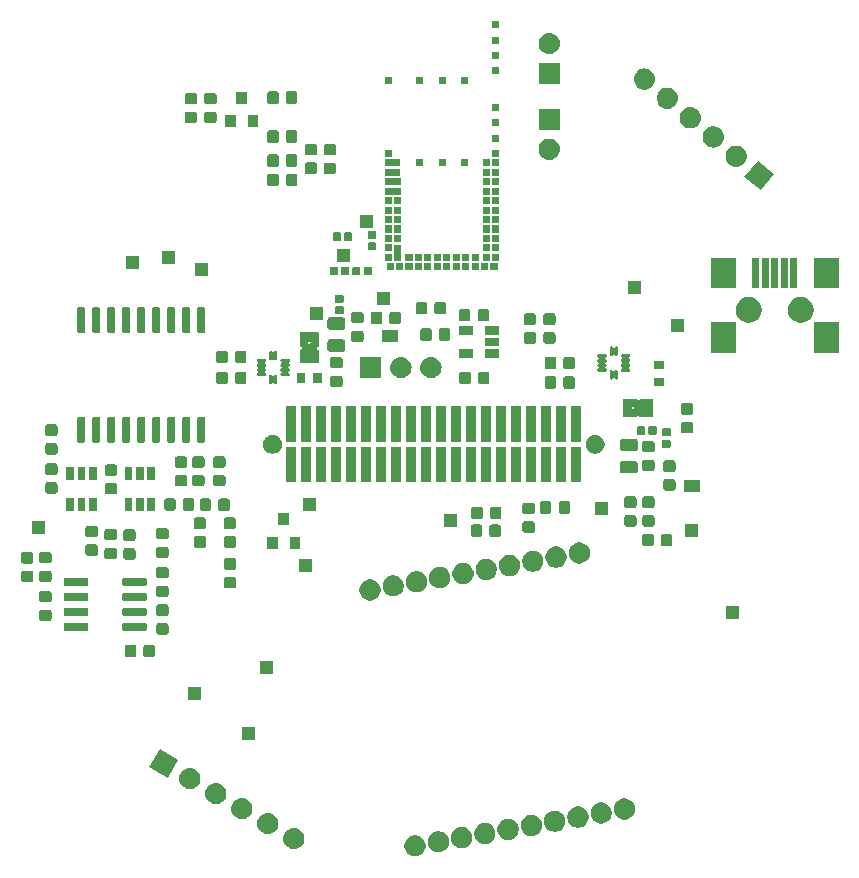
<source format=gbr>
G04 #@! TF.GenerationSoftware,KiCad,Pcbnew,(5.1.4)-1*
G04 #@! TF.CreationDate,2020-01-28T12:58:02-05:00*
G04 #@! TF.ProjectId,MASA-Radio Board,4d415341-2d52-4616-9469-6f20426f6172,rev?*
G04 #@! TF.SameCoordinates,Original*
G04 #@! TF.FileFunction,Soldermask,Top*
G04 #@! TF.FilePolarity,Negative*
%FSLAX46Y46*%
G04 Gerber Fmt 4.6, Leading zero omitted, Abs format (unit mm)*
G04 Created by KiCad (PCBNEW (5.1.4)-1) date 2020-01-28 12:58:02*
%MOMM*%
%LPD*%
G04 APERTURE LIST*
%ADD10C,0.100000*%
G04 APERTURE END LIST*
D10*
G36*
X151075061Y-160157595D02*
G01*
X151238996Y-160225499D01*
X151386534Y-160324081D01*
X151512004Y-160449551D01*
X151610586Y-160597089D01*
X151678490Y-160761024D01*
X151713107Y-160935057D01*
X151713107Y-161112499D01*
X151678490Y-161286532D01*
X151610586Y-161450467D01*
X151512004Y-161598005D01*
X151386534Y-161723475D01*
X151238996Y-161822057D01*
X151075061Y-161889961D01*
X150901028Y-161924578D01*
X150723586Y-161924578D01*
X150549553Y-161889961D01*
X150385618Y-161822057D01*
X150238080Y-161723475D01*
X150112610Y-161598005D01*
X150014028Y-161450467D01*
X149946124Y-161286532D01*
X149911507Y-161112499D01*
X149911507Y-160935057D01*
X149946124Y-160761024D01*
X150014028Y-160597089D01*
X150112610Y-160449551D01*
X150238080Y-160324081D01*
X150385618Y-160225499D01*
X150549553Y-160157595D01*
X150723586Y-160122978D01*
X150901028Y-160122978D01*
X151075061Y-160157595D01*
X151075061Y-160157595D01*
G37*
G36*
X153044677Y-159810299D02*
G01*
X153208612Y-159878203D01*
X153356150Y-159976785D01*
X153481620Y-160102255D01*
X153580202Y-160249793D01*
X153648106Y-160413728D01*
X153682723Y-160587761D01*
X153682723Y-160765203D01*
X153648106Y-160939236D01*
X153580202Y-161103171D01*
X153481620Y-161250709D01*
X153356150Y-161376179D01*
X153208612Y-161474761D01*
X153044677Y-161542665D01*
X152870644Y-161577282D01*
X152693202Y-161577282D01*
X152519169Y-161542665D01*
X152355234Y-161474761D01*
X152207696Y-161376179D01*
X152082226Y-161250709D01*
X151983644Y-161103171D01*
X151915740Y-160939236D01*
X151881123Y-160765203D01*
X151881123Y-160587761D01*
X151915740Y-160413728D01*
X151983644Y-160249793D01*
X152082226Y-160102255D01*
X152207696Y-159976785D01*
X152355234Y-159878203D01*
X152519169Y-159810299D01*
X152693202Y-159775682D01*
X152870644Y-159775682D01*
X153044677Y-159810299D01*
X153044677Y-159810299D01*
G37*
G36*
X140648941Y-159506717D02*
G01*
X140715111Y-159513234D01*
X140718384Y-159514227D01*
X140884914Y-159564743D01*
X141041400Y-159648387D01*
X141178566Y-159760957D01*
X141291136Y-159898123D01*
X141374780Y-160054609D01*
X141395519Y-160122978D01*
X141426289Y-160224412D01*
X141443681Y-160401000D01*
X141426289Y-160577588D01*
X141420373Y-160597089D01*
X141374780Y-160747391D01*
X141291136Y-160903877D01*
X141178566Y-161041043D01*
X141041400Y-161153613D01*
X140884914Y-161237257D01*
X140771711Y-161271596D01*
X140715111Y-161288766D01*
X140582773Y-161301800D01*
X140494273Y-161301800D01*
X140361935Y-161288766D01*
X140305335Y-161271596D01*
X140192132Y-161237257D01*
X140035646Y-161153613D01*
X139898480Y-161041043D01*
X139785910Y-160903877D01*
X139702266Y-160747391D01*
X139656673Y-160597089D01*
X139650757Y-160577588D01*
X139633365Y-160401000D01*
X139650757Y-160224412D01*
X139681527Y-160122978D01*
X139702266Y-160054609D01*
X139785910Y-159898123D01*
X139898480Y-159760957D01*
X140035646Y-159648387D01*
X140192132Y-159564743D01*
X140358662Y-159514227D01*
X140361935Y-159513234D01*
X140428105Y-159506717D01*
X140494273Y-159500200D01*
X140582773Y-159500200D01*
X140648941Y-159506717D01*
X140648941Y-159506717D01*
G37*
G36*
X155014292Y-159463002D02*
G01*
X155178227Y-159530906D01*
X155325765Y-159629488D01*
X155451235Y-159754958D01*
X155549817Y-159902496D01*
X155617721Y-160066431D01*
X155652338Y-160240464D01*
X155652338Y-160417906D01*
X155617721Y-160591939D01*
X155549817Y-160755874D01*
X155451235Y-160903412D01*
X155325765Y-161028882D01*
X155178227Y-161127464D01*
X155014292Y-161195368D01*
X154840259Y-161229985D01*
X154662817Y-161229985D01*
X154488784Y-161195368D01*
X154324849Y-161127464D01*
X154177311Y-161028882D01*
X154051841Y-160903412D01*
X153953259Y-160755874D01*
X153885355Y-160591939D01*
X153850738Y-160417906D01*
X153850738Y-160240464D01*
X153885355Y-160066431D01*
X153953259Y-159902496D01*
X154051841Y-159754958D01*
X154177311Y-159629488D01*
X154324849Y-159530906D01*
X154488784Y-159463002D01*
X154662817Y-159428385D01*
X154840259Y-159428385D01*
X155014292Y-159463002D01*
X155014292Y-159463002D01*
G37*
G36*
X156983908Y-159115706D02*
G01*
X157147843Y-159183610D01*
X157295381Y-159282192D01*
X157420851Y-159407662D01*
X157519433Y-159555200D01*
X157587337Y-159719135D01*
X157621954Y-159893168D01*
X157621954Y-160070610D01*
X157587337Y-160244643D01*
X157519433Y-160408578D01*
X157420851Y-160556116D01*
X157295381Y-160681586D01*
X157147843Y-160780168D01*
X156983908Y-160848072D01*
X156809875Y-160882689D01*
X156632433Y-160882689D01*
X156458400Y-160848072D01*
X156294465Y-160780168D01*
X156146927Y-160681586D01*
X156021457Y-160556116D01*
X155922875Y-160408578D01*
X155854971Y-160244643D01*
X155820354Y-160070610D01*
X155820354Y-159893168D01*
X155854971Y-159719135D01*
X155922875Y-159555200D01*
X156021457Y-159407662D01*
X156146927Y-159282192D01*
X156294465Y-159183610D01*
X156458400Y-159115706D01*
X156632433Y-159081089D01*
X156809875Y-159081089D01*
X156983908Y-159115706D01*
X156983908Y-159115706D01*
G37*
G36*
X158953523Y-158768409D02*
G01*
X159117458Y-158836313D01*
X159264996Y-158934895D01*
X159390466Y-159060365D01*
X159489048Y-159207903D01*
X159556952Y-159371838D01*
X159591569Y-159545871D01*
X159591569Y-159723313D01*
X159556952Y-159897346D01*
X159489048Y-160061281D01*
X159390466Y-160208819D01*
X159264996Y-160334289D01*
X159117458Y-160432871D01*
X158953523Y-160500775D01*
X158779490Y-160535392D01*
X158602048Y-160535392D01*
X158428015Y-160500775D01*
X158264080Y-160432871D01*
X158116542Y-160334289D01*
X157991072Y-160208819D01*
X157892490Y-160061281D01*
X157824586Y-159897346D01*
X157789969Y-159723313D01*
X157789969Y-159545871D01*
X157824586Y-159371838D01*
X157892490Y-159207903D01*
X157991072Y-159060365D01*
X158116542Y-158934895D01*
X158264080Y-158836313D01*
X158428015Y-158768409D01*
X158602048Y-158733792D01*
X158779490Y-158733792D01*
X158953523Y-158768409D01*
X158953523Y-158768409D01*
G37*
G36*
X160923139Y-158421113D02*
G01*
X161087074Y-158489017D01*
X161234612Y-158587599D01*
X161360082Y-158713069D01*
X161458664Y-158860607D01*
X161526568Y-159024542D01*
X161561185Y-159198575D01*
X161561185Y-159376017D01*
X161526568Y-159550050D01*
X161458664Y-159713985D01*
X161360082Y-159861523D01*
X161234612Y-159986993D01*
X161087074Y-160085575D01*
X160923139Y-160153479D01*
X160749106Y-160188096D01*
X160571664Y-160188096D01*
X160397631Y-160153479D01*
X160233696Y-160085575D01*
X160086158Y-159986993D01*
X159960688Y-159861523D01*
X159862106Y-159713985D01*
X159794202Y-159550050D01*
X159759585Y-159376017D01*
X159759585Y-159198575D01*
X159794202Y-159024542D01*
X159862106Y-158860607D01*
X159960688Y-158713069D01*
X160086158Y-158587599D01*
X160233696Y-158489017D01*
X160397631Y-158421113D01*
X160571664Y-158386496D01*
X160749106Y-158386496D01*
X160923139Y-158421113D01*
X160923139Y-158421113D01*
G37*
G36*
X138515406Y-158243234D02*
G01*
X138572006Y-158260404D01*
X138685209Y-158294743D01*
X138841695Y-158378387D01*
X138978861Y-158490957D01*
X139091431Y-158628123D01*
X139175075Y-158784609D01*
X139209414Y-158897812D01*
X139226584Y-158954412D01*
X139237019Y-159060365D01*
X139243976Y-159131000D01*
X139226584Y-159307587D01*
X139175075Y-159477391D01*
X139091431Y-159633877D01*
X138978861Y-159771043D01*
X138841695Y-159883613D01*
X138685209Y-159967257D01*
X138572006Y-160001596D01*
X138515406Y-160018766D01*
X138383068Y-160031800D01*
X138294568Y-160031800D01*
X138162230Y-160018766D01*
X138105630Y-160001596D01*
X137992427Y-159967257D01*
X137835941Y-159883613D01*
X137698775Y-159771043D01*
X137586205Y-159633877D01*
X137502561Y-159477391D01*
X137451052Y-159307587D01*
X137433660Y-159131000D01*
X137440617Y-159060365D01*
X137451052Y-158954412D01*
X137468222Y-158897812D01*
X137502561Y-158784609D01*
X137586205Y-158628123D01*
X137698775Y-158490957D01*
X137835941Y-158378387D01*
X137992427Y-158294743D01*
X138105630Y-158260404D01*
X138162230Y-158243234D01*
X138294568Y-158230200D01*
X138383068Y-158230200D01*
X138515406Y-158243234D01*
X138515406Y-158243234D01*
G37*
G36*
X162892754Y-158073817D02*
G01*
X163056689Y-158141721D01*
X163204227Y-158240303D01*
X163329697Y-158365773D01*
X163428279Y-158513311D01*
X163496183Y-158677246D01*
X163530800Y-158851279D01*
X163530800Y-159028721D01*
X163496183Y-159202754D01*
X163428279Y-159366689D01*
X163329697Y-159514227D01*
X163204227Y-159639697D01*
X163056689Y-159738279D01*
X162892754Y-159806183D01*
X162718721Y-159840800D01*
X162541279Y-159840800D01*
X162367246Y-159806183D01*
X162203311Y-159738279D01*
X162055773Y-159639697D01*
X161930303Y-159514227D01*
X161831721Y-159366689D01*
X161763817Y-159202754D01*
X161729200Y-159028721D01*
X161729200Y-158851279D01*
X161763817Y-158677246D01*
X161831721Y-158513311D01*
X161930303Y-158365773D01*
X162055773Y-158240303D01*
X162203311Y-158141721D01*
X162367246Y-158073817D01*
X162541279Y-158039200D01*
X162718721Y-158039200D01*
X162892754Y-158073817D01*
X162892754Y-158073817D01*
G37*
G36*
X164862370Y-157726520D02*
G01*
X165026305Y-157794424D01*
X165173843Y-157893006D01*
X165299313Y-158018476D01*
X165397895Y-158166014D01*
X165465799Y-158329949D01*
X165500416Y-158503982D01*
X165500416Y-158681424D01*
X165465799Y-158855457D01*
X165397895Y-159019392D01*
X165299313Y-159166930D01*
X165173843Y-159292400D01*
X165026305Y-159390982D01*
X164862370Y-159458886D01*
X164688337Y-159493503D01*
X164510895Y-159493503D01*
X164336862Y-159458886D01*
X164172927Y-159390982D01*
X164025389Y-159292400D01*
X163899919Y-159166930D01*
X163801337Y-159019392D01*
X163733433Y-158855457D01*
X163698816Y-158681424D01*
X163698816Y-158503982D01*
X163733433Y-158329949D01*
X163801337Y-158166014D01*
X163899919Y-158018476D01*
X164025389Y-157893006D01*
X164172927Y-157794424D01*
X164336862Y-157726520D01*
X164510895Y-157691903D01*
X164688337Y-157691903D01*
X164862370Y-157726520D01*
X164862370Y-157726520D01*
G37*
G36*
X166831985Y-157379224D02*
G01*
X166995920Y-157447128D01*
X167143458Y-157545710D01*
X167268928Y-157671180D01*
X167367510Y-157818718D01*
X167435414Y-157982653D01*
X167470031Y-158156686D01*
X167470031Y-158334128D01*
X167435414Y-158508161D01*
X167367510Y-158672096D01*
X167268928Y-158819634D01*
X167143458Y-158945104D01*
X166995920Y-159043686D01*
X166831985Y-159111590D01*
X166657952Y-159146207D01*
X166480510Y-159146207D01*
X166306477Y-159111590D01*
X166142542Y-159043686D01*
X165995004Y-158945104D01*
X165869534Y-158819634D01*
X165770952Y-158672096D01*
X165703048Y-158508161D01*
X165668431Y-158334128D01*
X165668431Y-158156686D01*
X165703048Y-157982653D01*
X165770952Y-157818718D01*
X165869534Y-157671180D01*
X165995004Y-157545710D01*
X166142542Y-157447128D01*
X166306477Y-157379224D01*
X166480510Y-157344607D01*
X166657952Y-157344607D01*
X166831985Y-157379224D01*
X166831985Y-157379224D01*
G37*
G36*
X168801601Y-157031928D02*
G01*
X168965536Y-157099832D01*
X169113074Y-157198414D01*
X169238544Y-157323884D01*
X169337126Y-157471422D01*
X169405030Y-157635357D01*
X169439647Y-157809390D01*
X169439647Y-157986832D01*
X169405030Y-158160865D01*
X169337126Y-158324800D01*
X169238544Y-158472338D01*
X169113074Y-158597808D01*
X168965536Y-158696390D01*
X168801601Y-158764294D01*
X168627568Y-158798911D01*
X168450126Y-158798911D01*
X168276093Y-158764294D01*
X168112158Y-158696390D01*
X167964620Y-158597808D01*
X167839150Y-158472338D01*
X167740568Y-158324800D01*
X167672664Y-158160865D01*
X167638047Y-157986832D01*
X167638047Y-157809390D01*
X167672664Y-157635357D01*
X167740568Y-157471422D01*
X167839150Y-157323884D01*
X167964620Y-157198414D01*
X168112158Y-157099832D01*
X168276093Y-157031928D01*
X168450126Y-156997311D01*
X168627568Y-156997311D01*
X168801601Y-157031928D01*
X168801601Y-157031928D01*
G37*
G36*
X136315702Y-156973234D02*
G01*
X136372302Y-156990404D01*
X136485505Y-157024743D01*
X136641991Y-157108387D01*
X136779157Y-157220957D01*
X136891727Y-157358123D01*
X136975371Y-157514609D01*
X136984805Y-157545710D01*
X137026880Y-157684412D01*
X137044272Y-157861000D01*
X137032291Y-157982653D01*
X137026880Y-158037587D01*
X136975371Y-158207391D01*
X136891727Y-158363877D01*
X136779157Y-158501043D01*
X136641991Y-158613613D01*
X136485505Y-158697257D01*
X136372302Y-158731596D01*
X136315702Y-158748766D01*
X136249532Y-158755283D01*
X136183364Y-158761800D01*
X136094864Y-158761800D01*
X136028696Y-158755283D01*
X135962526Y-158748766D01*
X135905926Y-158731596D01*
X135792723Y-158697257D01*
X135636237Y-158613613D01*
X135499071Y-158501043D01*
X135386501Y-158363877D01*
X135302857Y-158207391D01*
X135251348Y-158037587D01*
X135245938Y-157982653D01*
X135233956Y-157861000D01*
X135251348Y-157684412D01*
X135293423Y-157545710D01*
X135302857Y-157514609D01*
X135386501Y-157358123D01*
X135499071Y-157220957D01*
X135636237Y-157108387D01*
X135792723Y-157024743D01*
X135905926Y-156990404D01*
X135962526Y-156973234D01*
X136094864Y-156960200D01*
X136183364Y-156960200D01*
X136315702Y-156973234D01*
X136315702Y-156973234D01*
G37*
G36*
X134049827Y-155696717D02*
G01*
X134115997Y-155703234D01*
X134172597Y-155720404D01*
X134285800Y-155754743D01*
X134442286Y-155838387D01*
X134579452Y-155950957D01*
X134692022Y-156088123D01*
X134775666Y-156244609D01*
X134827175Y-156414413D01*
X134844567Y-156591000D01*
X134827175Y-156767587D01*
X134775666Y-156937391D01*
X134692022Y-157093877D01*
X134579452Y-157231043D01*
X134442286Y-157343613D01*
X134285800Y-157427257D01*
X134172597Y-157461596D01*
X134115997Y-157478766D01*
X134049827Y-157485283D01*
X133983659Y-157491800D01*
X133895159Y-157491800D01*
X133828991Y-157485283D01*
X133762821Y-157478766D01*
X133706221Y-157461596D01*
X133593018Y-157427257D01*
X133436532Y-157343613D01*
X133299366Y-157231043D01*
X133186796Y-157093877D01*
X133103152Y-156937391D01*
X133051643Y-156767587D01*
X133034251Y-156591000D01*
X133051643Y-156414413D01*
X133103152Y-156244609D01*
X133186796Y-156088123D01*
X133299366Y-155950957D01*
X133436532Y-155838387D01*
X133593018Y-155754743D01*
X133706221Y-155720404D01*
X133762821Y-155703234D01*
X133828991Y-155696717D01*
X133895159Y-155690200D01*
X133983659Y-155690200D01*
X134049827Y-155696717D01*
X134049827Y-155696717D01*
G37*
G36*
X131850123Y-154426717D02*
G01*
X131916293Y-154433234D01*
X131972893Y-154450404D01*
X132086096Y-154484743D01*
X132242582Y-154568387D01*
X132379748Y-154680957D01*
X132492318Y-154818123D01*
X132575962Y-154974609D01*
X132627471Y-155144413D01*
X132644863Y-155321000D01*
X132627471Y-155497587D01*
X132575962Y-155667391D01*
X132492318Y-155823877D01*
X132379748Y-155961043D01*
X132242582Y-156073613D01*
X132086096Y-156157257D01*
X131972893Y-156191596D01*
X131916293Y-156208766D01*
X131850123Y-156215283D01*
X131783955Y-156221800D01*
X131695455Y-156221800D01*
X131629287Y-156215283D01*
X131563117Y-156208766D01*
X131506517Y-156191596D01*
X131393314Y-156157257D01*
X131236828Y-156073613D01*
X131099662Y-155961043D01*
X130987092Y-155823877D01*
X130903448Y-155667391D01*
X130851939Y-155497587D01*
X130834547Y-155321000D01*
X130851939Y-155144413D01*
X130903448Y-154974609D01*
X130987092Y-154818123D01*
X131099662Y-154680957D01*
X131236828Y-154568387D01*
X131393314Y-154484743D01*
X131506517Y-154450404D01*
X131563117Y-154433234D01*
X131629287Y-154426717D01*
X131695455Y-154420200D01*
X131783955Y-154420200D01*
X131850123Y-154426717D01*
X131850123Y-154426717D01*
G37*
G36*
X130770516Y-153721284D02*
G01*
X129869716Y-155281516D01*
X128309484Y-154380716D01*
X129210284Y-152820484D01*
X130770516Y-153721284D01*
X130770516Y-153721284D01*
G37*
G36*
X137280800Y-152040800D02*
G01*
X136179200Y-152040800D01*
X136179200Y-150939200D01*
X137280800Y-150939200D01*
X137280800Y-152040800D01*
X137280800Y-152040800D01*
G37*
G36*
X132700800Y-148660800D02*
G01*
X131599200Y-148660800D01*
X131599200Y-147559200D01*
X132700800Y-147559200D01*
X132700800Y-148660800D01*
X132700800Y-148660800D01*
G37*
G36*
X138760800Y-146500800D02*
G01*
X137659200Y-146500800D01*
X137659200Y-145399200D01*
X138760800Y-145399200D01*
X138760800Y-146500800D01*
X138760800Y-146500800D01*
G37*
G36*
X128617874Y-144004520D02*
G01*
X128656464Y-144016226D01*
X128692018Y-144035231D01*
X128723188Y-144060812D01*
X128748769Y-144091982D01*
X128767774Y-144127536D01*
X128779480Y-144166126D01*
X128783800Y-144209992D01*
X128783800Y-144842008D01*
X128779480Y-144885874D01*
X128767774Y-144924464D01*
X128748769Y-144960018D01*
X128723188Y-144991188D01*
X128692018Y-145016769D01*
X128656464Y-145035774D01*
X128617874Y-145047480D01*
X128574008Y-145051800D01*
X128016992Y-145051800D01*
X127973126Y-145047480D01*
X127934536Y-145035774D01*
X127898982Y-145016769D01*
X127867812Y-144991188D01*
X127842231Y-144960018D01*
X127823226Y-144924464D01*
X127811520Y-144885874D01*
X127807200Y-144842008D01*
X127807200Y-144209992D01*
X127811520Y-144166126D01*
X127823226Y-144127536D01*
X127842231Y-144091982D01*
X127867812Y-144060812D01*
X127898982Y-144035231D01*
X127934536Y-144016226D01*
X127973126Y-144004520D01*
X128016992Y-144000200D01*
X128574008Y-144000200D01*
X128617874Y-144004520D01*
X128617874Y-144004520D01*
G37*
G36*
X127042874Y-144004520D02*
G01*
X127081464Y-144016226D01*
X127117018Y-144035231D01*
X127148188Y-144060812D01*
X127173769Y-144091982D01*
X127192774Y-144127536D01*
X127204480Y-144166126D01*
X127208800Y-144209992D01*
X127208800Y-144842008D01*
X127204480Y-144885874D01*
X127192774Y-144924464D01*
X127173769Y-144960018D01*
X127148188Y-144991188D01*
X127117018Y-145016769D01*
X127081464Y-145035774D01*
X127042874Y-145047480D01*
X126999008Y-145051800D01*
X126441992Y-145051800D01*
X126398126Y-145047480D01*
X126359536Y-145035774D01*
X126323982Y-145016769D01*
X126292812Y-144991188D01*
X126267231Y-144960018D01*
X126248226Y-144924464D01*
X126236520Y-144885874D01*
X126232200Y-144842008D01*
X126232200Y-144209992D01*
X126236520Y-144166126D01*
X126248226Y-144127536D01*
X126267231Y-144091982D01*
X126292812Y-144060812D01*
X126323982Y-144035231D01*
X126359536Y-144016226D01*
X126398126Y-144004520D01*
X126441992Y-144000200D01*
X126999008Y-144000200D01*
X127042874Y-144004520D01*
X127042874Y-144004520D01*
G37*
G36*
X129772874Y-142162520D02*
G01*
X129811464Y-142174226D01*
X129847018Y-142193231D01*
X129878188Y-142218812D01*
X129903769Y-142249982D01*
X129922774Y-142285536D01*
X129934480Y-142324126D01*
X129938800Y-142367992D01*
X129938800Y-142925008D01*
X129934480Y-142968874D01*
X129922774Y-143007464D01*
X129903769Y-143043018D01*
X129878188Y-143074188D01*
X129847018Y-143099769D01*
X129811464Y-143118774D01*
X129772874Y-143130480D01*
X129729008Y-143134800D01*
X129096992Y-143134800D01*
X129053126Y-143130480D01*
X129014536Y-143118774D01*
X128978982Y-143099769D01*
X128947812Y-143074188D01*
X128922231Y-143043018D01*
X128903226Y-143007464D01*
X128891520Y-142968874D01*
X128887200Y-142925008D01*
X128887200Y-142367992D01*
X128891520Y-142324126D01*
X128903226Y-142285536D01*
X128922231Y-142249982D01*
X128947812Y-142218812D01*
X128978982Y-142193231D01*
X129014536Y-142174226D01*
X129053126Y-142162520D01*
X129096992Y-142158200D01*
X129729008Y-142158200D01*
X129772874Y-142162520D01*
X129772874Y-142162520D01*
G37*
G36*
X123027210Y-142146199D02*
G01*
X123052904Y-142153994D01*
X123076575Y-142166645D01*
X123097325Y-142183675D01*
X123114355Y-142204425D01*
X123127006Y-142228096D01*
X123134801Y-142253790D01*
X123137800Y-142284241D01*
X123137800Y-142703759D01*
X123134801Y-142734210D01*
X123127006Y-142759904D01*
X123114355Y-142783575D01*
X123097325Y-142804325D01*
X123076575Y-142821355D01*
X123052904Y-142834006D01*
X123027210Y-142841801D01*
X122996759Y-142844800D01*
X121227241Y-142844800D01*
X121196790Y-142841801D01*
X121171096Y-142834006D01*
X121147425Y-142821355D01*
X121126675Y-142804325D01*
X121109645Y-142783575D01*
X121096994Y-142759904D01*
X121089199Y-142734210D01*
X121086200Y-142703759D01*
X121086200Y-142284241D01*
X121089199Y-142253790D01*
X121096994Y-142228096D01*
X121109645Y-142204425D01*
X121126675Y-142183675D01*
X121147425Y-142166645D01*
X121171096Y-142153994D01*
X121196790Y-142146199D01*
X121227241Y-142143200D01*
X122996759Y-142143200D01*
X123027210Y-142146199D01*
X123027210Y-142146199D01*
G37*
G36*
X127977210Y-142146199D02*
G01*
X128002904Y-142153994D01*
X128026575Y-142166645D01*
X128047325Y-142183675D01*
X128064355Y-142204425D01*
X128077006Y-142228096D01*
X128084801Y-142253790D01*
X128087800Y-142284241D01*
X128087800Y-142703759D01*
X128084801Y-142734210D01*
X128077006Y-142759904D01*
X128064355Y-142783575D01*
X128047325Y-142804325D01*
X128026575Y-142821355D01*
X128002904Y-142834006D01*
X127977210Y-142841801D01*
X127946759Y-142844800D01*
X126177241Y-142844800D01*
X126146790Y-142841801D01*
X126121096Y-142834006D01*
X126097425Y-142821355D01*
X126076675Y-142804325D01*
X126059645Y-142783575D01*
X126046994Y-142759904D01*
X126039199Y-142734210D01*
X126036200Y-142703759D01*
X126036200Y-142284241D01*
X126039199Y-142253790D01*
X126046994Y-142228096D01*
X126059645Y-142204425D01*
X126076675Y-142183675D01*
X126097425Y-142166645D01*
X126121096Y-142153994D01*
X126146790Y-142146199D01*
X126177241Y-142143200D01*
X127946759Y-142143200D01*
X127977210Y-142146199D01*
X127977210Y-142146199D01*
G37*
G36*
X119866874Y-141019520D02*
G01*
X119905464Y-141031226D01*
X119941018Y-141050231D01*
X119972188Y-141075812D01*
X119997769Y-141106982D01*
X120016774Y-141142536D01*
X120028480Y-141181126D01*
X120032800Y-141224992D01*
X120032800Y-141782008D01*
X120028480Y-141825874D01*
X120016774Y-141864464D01*
X119997769Y-141900018D01*
X119972188Y-141931188D01*
X119941018Y-141956769D01*
X119905464Y-141975774D01*
X119866874Y-141987480D01*
X119823008Y-141991800D01*
X119190992Y-141991800D01*
X119147126Y-141987480D01*
X119108536Y-141975774D01*
X119072982Y-141956769D01*
X119041812Y-141931188D01*
X119016231Y-141900018D01*
X118997226Y-141864464D01*
X118985520Y-141825874D01*
X118981200Y-141782008D01*
X118981200Y-141224992D01*
X118985520Y-141181126D01*
X118997226Y-141142536D01*
X119016231Y-141106982D01*
X119041812Y-141075812D01*
X119072982Y-141050231D01*
X119108536Y-141031226D01*
X119147126Y-141019520D01*
X119190992Y-141015200D01*
X119823008Y-141015200D01*
X119866874Y-141019520D01*
X119866874Y-141019520D01*
G37*
G36*
X178240800Y-141820800D02*
G01*
X177139200Y-141820800D01*
X177139200Y-140719200D01*
X178240800Y-140719200D01*
X178240800Y-141820800D01*
X178240800Y-141820800D01*
G37*
G36*
X127977210Y-140876199D02*
G01*
X128002904Y-140883994D01*
X128026575Y-140896645D01*
X128047325Y-140913675D01*
X128064355Y-140934425D01*
X128077006Y-140958096D01*
X128084801Y-140983790D01*
X128087800Y-141014241D01*
X128087800Y-141433759D01*
X128084801Y-141464210D01*
X128077006Y-141489904D01*
X128064355Y-141513575D01*
X128047325Y-141534325D01*
X128026575Y-141551355D01*
X128002904Y-141564006D01*
X127977210Y-141571801D01*
X127946759Y-141574800D01*
X126177241Y-141574800D01*
X126146790Y-141571801D01*
X126121096Y-141564006D01*
X126097425Y-141551355D01*
X126076675Y-141534325D01*
X126059645Y-141513575D01*
X126046994Y-141489904D01*
X126039199Y-141464210D01*
X126036200Y-141433759D01*
X126036200Y-141014241D01*
X126039199Y-140983790D01*
X126046994Y-140958096D01*
X126059645Y-140934425D01*
X126076675Y-140913675D01*
X126097425Y-140896645D01*
X126121096Y-140883994D01*
X126146790Y-140876199D01*
X126177241Y-140873200D01*
X127946759Y-140873200D01*
X127977210Y-140876199D01*
X127977210Y-140876199D01*
G37*
G36*
X123027210Y-140876199D02*
G01*
X123052904Y-140883994D01*
X123076575Y-140896645D01*
X123097325Y-140913675D01*
X123114355Y-140934425D01*
X123127006Y-140958096D01*
X123134801Y-140983790D01*
X123137800Y-141014241D01*
X123137800Y-141433759D01*
X123134801Y-141464210D01*
X123127006Y-141489904D01*
X123114355Y-141513575D01*
X123097325Y-141534325D01*
X123076575Y-141551355D01*
X123052904Y-141564006D01*
X123027210Y-141571801D01*
X122996759Y-141574800D01*
X121227241Y-141574800D01*
X121196790Y-141571801D01*
X121171096Y-141564006D01*
X121147425Y-141551355D01*
X121126675Y-141534325D01*
X121109645Y-141513575D01*
X121096994Y-141489904D01*
X121089199Y-141464210D01*
X121086200Y-141433759D01*
X121086200Y-141014241D01*
X121089199Y-140983790D01*
X121096994Y-140958096D01*
X121109645Y-140934425D01*
X121126675Y-140913675D01*
X121147425Y-140896645D01*
X121171096Y-140883994D01*
X121196790Y-140876199D01*
X121227241Y-140873200D01*
X122996759Y-140873200D01*
X123027210Y-140876199D01*
X123027210Y-140876199D01*
G37*
G36*
X129772874Y-140587520D02*
G01*
X129811464Y-140599226D01*
X129847018Y-140618231D01*
X129878188Y-140643812D01*
X129903769Y-140674982D01*
X129922774Y-140710536D01*
X129934480Y-140749126D01*
X129938800Y-140792992D01*
X129938800Y-141350008D01*
X129934480Y-141393874D01*
X129922774Y-141432464D01*
X129903769Y-141468018D01*
X129878188Y-141499188D01*
X129847018Y-141524769D01*
X129811464Y-141543774D01*
X129772874Y-141555480D01*
X129729008Y-141559800D01*
X129096992Y-141559800D01*
X129053126Y-141555480D01*
X129014536Y-141543774D01*
X128978982Y-141524769D01*
X128947812Y-141499188D01*
X128922231Y-141468018D01*
X128903226Y-141432464D01*
X128891520Y-141393874D01*
X128887200Y-141350008D01*
X128887200Y-140792992D01*
X128891520Y-140749126D01*
X128903226Y-140710536D01*
X128922231Y-140674982D01*
X128947812Y-140643812D01*
X128978982Y-140618231D01*
X129014536Y-140599226D01*
X129053126Y-140587520D01*
X129096992Y-140583200D01*
X129729008Y-140583200D01*
X129772874Y-140587520D01*
X129772874Y-140587520D01*
G37*
G36*
X119866874Y-139444520D02*
G01*
X119905464Y-139456226D01*
X119941018Y-139475231D01*
X119972188Y-139500812D01*
X119997769Y-139531982D01*
X120016774Y-139567536D01*
X120028480Y-139606126D01*
X120032800Y-139649992D01*
X120032800Y-140207008D01*
X120028480Y-140250874D01*
X120016774Y-140289464D01*
X119997769Y-140325018D01*
X119972188Y-140356188D01*
X119941018Y-140381769D01*
X119905464Y-140400774D01*
X119866874Y-140412480D01*
X119823008Y-140416800D01*
X119190992Y-140416800D01*
X119147126Y-140412480D01*
X119108536Y-140400774D01*
X119072982Y-140381769D01*
X119041812Y-140356188D01*
X119016231Y-140325018D01*
X118997226Y-140289464D01*
X118985520Y-140250874D01*
X118981200Y-140207008D01*
X118981200Y-139649992D01*
X118985520Y-139606126D01*
X118997226Y-139567536D01*
X119016231Y-139531982D01*
X119041812Y-139500812D01*
X119072982Y-139475231D01*
X119108536Y-139456226D01*
X119147126Y-139444520D01*
X119190992Y-139440200D01*
X119823008Y-139440200D01*
X119866874Y-139444520D01*
X119866874Y-139444520D01*
G37*
G36*
X127977210Y-139606199D02*
G01*
X128002904Y-139613994D01*
X128026575Y-139626645D01*
X128047325Y-139643675D01*
X128064355Y-139664425D01*
X128077006Y-139688096D01*
X128084801Y-139713790D01*
X128087800Y-139744241D01*
X128087800Y-140163759D01*
X128084801Y-140194210D01*
X128077006Y-140219904D01*
X128064355Y-140243575D01*
X128047325Y-140264325D01*
X128026575Y-140281355D01*
X128002904Y-140294006D01*
X127977210Y-140301801D01*
X127946759Y-140304800D01*
X126177241Y-140304800D01*
X126146790Y-140301801D01*
X126121096Y-140294006D01*
X126097425Y-140281355D01*
X126076675Y-140264325D01*
X126059645Y-140243575D01*
X126046994Y-140219904D01*
X126039199Y-140194210D01*
X126036200Y-140163759D01*
X126036200Y-139744241D01*
X126039199Y-139713790D01*
X126046994Y-139688096D01*
X126059645Y-139664425D01*
X126076675Y-139643675D01*
X126097425Y-139626645D01*
X126121096Y-139613994D01*
X126146790Y-139606199D01*
X126177241Y-139603200D01*
X127946759Y-139603200D01*
X127977210Y-139606199D01*
X127977210Y-139606199D01*
G37*
G36*
X123027210Y-139606199D02*
G01*
X123052904Y-139613994D01*
X123076575Y-139626645D01*
X123097325Y-139643675D01*
X123114355Y-139664425D01*
X123127006Y-139688096D01*
X123134801Y-139713790D01*
X123137800Y-139744241D01*
X123137800Y-140163759D01*
X123134801Y-140194210D01*
X123127006Y-140219904D01*
X123114355Y-140243575D01*
X123097325Y-140264325D01*
X123076575Y-140281355D01*
X123052904Y-140294006D01*
X123027210Y-140301801D01*
X122996759Y-140304800D01*
X121227241Y-140304800D01*
X121196790Y-140301801D01*
X121171096Y-140294006D01*
X121147425Y-140281355D01*
X121126675Y-140264325D01*
X121109645Y-140243575D01*
X121096994Y-140219904D01*
X121089199Y-140194210D01*
X121086200Y-140163759D01*
X121086200Y-139744241D01*
X121089199Y-139713790D01*
X121096994Y-139688096D01*
X121109645Y-139664425D01*
X121126675Y-139643675D01*
X121147425Y-139626645D01*
X121171096Y-139613994D01*
X121196790Y-139606199D01*
X121227241Y-139603200D01*
X122996759Y-139603200D01*
X123027210Y-139606199D01*
X123027210Y-139606199D01*
G37*
G36*
X147254801Y-138491824D02*
G01*
X147418736Y-138559728D01*
X147566274Y-138658310D01*
X147691744Y-138783780D01*
X147790326Y-138931318D01*
X147858230Y-139095253D01*
X147892847Y-139269286D01*
X147892847Y-139446728D01*
X147858230Y-139620761D01*
X147790326Y-139784696D01*
X147691744Y-139932234D01*
X147566274Y-140057704D01*
X147418736Y-140156286D01*
X147254801Y-140224190D01*
X147080768Y-140258807D01*
X146903326Y-140258807D01*
X146729293Y-140224190D01*
X146565358Y-140156286D01*
X146417820Y-140057704D01*
X146292350Y-139932234D01*
X146193768Y-139784696D01*
X146125864Y-139620761D01*
X146091247Y-139446728D01*
X146091247Y-139269286D01*
X146125864Y-139095253D01*
X146193768Y-138931318D01*
X146292350Y-138783780D01*
X146417820Y-138658310D01*
X146565358Y-138559728D01*
X146729293Y-138491824D01*
X146903326Y-138457207D01*
X147080768Y-138457207D01*
X147254801Y-138491824D01*
X147254801Y-138491824D01*
G37*
G36*
X129772874Y-138987520D02*
G01*
X129811464Y-138999226D01*
X129847018Y-139018231D01*
X129878188Y-139043812D01*
X129903769Y-139074982D01*
X129922774Y-139110536D01*
X129934480Y-139149126D01*
X129938800Y-139192992D01*
X129938800Y-139750008D01*
X129934480Y-139793874D01*
X129922774Y-139832464D01*
X129903769Y-139868018D01*
X129878188Y-139899188D01*
X129847018Y-139924769D01*
X129811464Y-139943774D01*
X129772874Y-139955480D01*
X129729008Y-139959800D01*
X129096992Y-139959800D01*
X129053126Y-139955480D01*
X129014536Y-139943774D01*
X128978982Y-139924769D01*
X128947812Y-139899188D01*
X128922231Y-139868018D01*
X128903226Y-139832464D01*
X128891520Y-139793874D01*
X128887200Y-139750008D01*
X128887200Y-139192992D01*
X128891520Y-139149126D01*
X128903226Y-139110536D01*
X128922231Y-139074982D01*
X128947812Y-139043812D01*
X128978982Y-139018231D01*
X129014536Y-138999226D01*
X129053126Y-138987520D01*
X129096992Y-138983200D01*
X129729008Y-138983200D01*
X129772874Y-138987520D01*
X129772874Y-138987520D01*
G37*
G36*
X149224417Y-138144528D02*
G01*
X149388352Y-138212432D01*
X149535890Y-138311014D01*
X149661360Y-138436484D01*
X149759942Y-138584022D01*
X149827846Y-138747957D01*
X149862463Y-138921990D01*
X149862463Y-139099432D01*
X149827846Y-139273465D01*
X149759942Y-139437400D01*
X149661360Y-139584938D01*
X149535890Y-139710408D01*
X149388352Y-139808990D01*
X149224417Y-139876894D01*
X149050384Y-139911511D01*
X148872942Y-139911511D01*
X148698909Y-139876894D01*
X148534974Y-139808990D01*
X148387436Y-139710408D01*
X148261966Y-139584938D01*
X148163384Y-139437400D01*
X148095480Y-139273465D01*
X148060863Y-139099432D01*
X148060863Y-138921990D01*
X148095480Y-138747957D01*
X148163384Y-138584022D01*
X148261966Y-138436484D01*
X148387436Y-138311014D01*
X148534974Y-138212432D01*
X148698909Y-138144528D01*
X148872942Y-138109911D01*
X149050384Y-138109911D01*
X149224417Y-138144528D01*
X149224417Y-138144528D01*
G37*
G36*
X151194032Y-137797232D02*
G01*
X151357967Y-137865136D01*
X151505505Y-137963718D01*
X151630975Y-138089188D01*
X151729557Y-138236726D01*
X151797461Y-138400661D01*
X151832078Y-138574694D01*
X151832078Y-138752136D01*
X151797461Y-138926169D01*
X151729557Y-139090104D01*
X151630975Y-139237642D01*
X151505505Y-139363112D01*
X151357967Y-139461694D01*
X151194032Y-139529598D01*
X151019999Y-139564215D01*
X150842557Y-139564215D01*
X150668524Y-139529598D01*
X150504589Y-139461694D01*
X150357051Y-139363112D01*
X150231581Y-139237642D01*
X150132999Y-139090104D01*
X150065095Y-138926169D01*
X150030478Y-138752136D01*
X150030478Y-138574694D01*
X150065095Y-138400661D01*
X150132999Y-138236726D01*
X150231581Y-138089188D01*
X150357051Y-137963718D01*
X150504589Y-137865136D01*
X150668524Y-137797232D01*
X150842557Y-137762615D01*
X151019999Y-137762615D01*
X151194032Y-137797232D01*
X151194032Y-137797232D01*
G37*
G36*
X135487874Y-138251020D02*
G01*
X135526464Y-138262726D01*
X135562018Y-138281731D01*
X135593188Y-138307312D01*
X135618769Y-138338482D01*
X135637774Y-138374036D01*
X135649480Y-138412626D01*
X135653800Y-138456492D01*
X135653800Y-139013508D01*
X135649480Y-139057374D01*
X135637774Y-139095964D01*
X135618769Y-139131518D01*
X135593188Y-139162688D01*
X135562018Y-139188269D01*
X135526464Y-139207274D01*
X135487874Y-139218980D01*
X135444008Y-139223300D01*
X134811992Y-139223300D01*
X134768126Y-139218980D01*
X134729536Y-139207274D01*
X134693982Y-139188269D01*
X134662812Y-139162688D01*
X134637231Y-139131518D01*
X134618226Y-139095964D01*
X134606520Y-139057374D01*
X134602200Y-139013508D01*
X134602200Y-138456492D01*
X134606520Y-138412626D01*
X134618226Y-138374036D01*
X134637231Y-138338482D01*
X134662812Y-138307312D01*
X134693982Y-138281731D01*
X134729536Y-138262726D01*
X134768126Y-138251020D01*
X134811992Y-138246700D01*
X135444008Y-138246700D01*
X135487874Y-138251020D01*
X135487874Y-138251020D01*
G37*
G36*
X153163648Y-137449935D02*
G01*
X153327583Y-137517839D01*
X153475121Y-137616421D01*
X153600591Y-137741891D01*
X153699173Y-137889429D01*
X153767077Y-138053364D01*
X153801694Y-138227397D01*
X153801694Y-138404839D01*
X153767077Y-138578872D01*
X153699173Y-138742807D01*
X153600591Y-138890345D01*
X153475121Y-139015815D01*
X153327583Y-139114397D01*
X153163648Y-139182301D01*
X152989615Y-139216918D01*
X152812173Y-139216918D01*
X152638140Y-139182301D01*
X152474205Y-139114397D01*
X152326667Y-139015815D01*
X152201197Y-138890345D01*
X152102615Y-138742807D01*
X152034711Y-138578872D01*
X152000094Y-138404839D01*
X152000094Y-138227397D01*
X152034711Y-138053364D01*
X152102615Y-137889429D01*
X152201197Y-137741891D01*
X152326667Y-137616421D01*
X152474205Y-137517839D01*
X152638140Y-137449935D01*
X152812173Y-137415318D01*
X152989615Y-137415318D01*
X153163648Y-137449935D01*
X153163648Y-137449935D01*
G37*
G36*
X123027210Y-138336199D02*
G01*
X123052904Y-138343994D01*
X123076575Y-138356645D01*
X123097325Y-138373675D01*
X123114355Y-138394425D01*
X123127006Y-138418096D01*
X123134801Y-138443790D01*
X123137800Y-138474241D01*
X123137800Y-138893759D01*
X123134801Y-138924210D01*
X123127006Y-138949904D01*
X123114355Y-138973575D01*
X123097325Y-138994325D01*
X123076575Y-139011355D01*
X123052904Y-139024006D01*
X123027210Y-139031801D01*
X122996759Y-139034800D01*
X121227241Y-139034800D01*
X121196790Y-139031801D01*
X121171096Y-139024006D01*
X121147425Y-139011355D01*
X121126675Y-138994325D01*
X121109645Y-138973575D01*
X121096994Y-138949904D01*
X121089199Y-138924210D01*
X121086200Y-138893759D01*
X121086200Y-138474241D01*
X121089199Y-138443790D01*
X121096994Y-138418096D01*
X121109645Y-138394425D01*
X121126675Y-138373675D01*
X121147425Y-138356645D01*
X121171096Y-138343994D01*
X121196790Y-138336199D01*
X121227241Y-138333200D01*
X122996759Y-138333200D01*
X123027210Y-138336199D01*
X123027210Y-138336199D01*
G37*
G36*
X127977210Y-138336199D02*
G01*
X128002904Y-138343994D01*
X128026575Y-138356645D01*
X128047325Y-138373675D01*
X128064355Y-138394425D01*
X128077006Y-138418096D01*
X128084801Y-138443790D01*
X128087800Y-138474241D01*
X128087800Y-138893759D01*
X128084801Y-138924210D01*
X128077006Y-138949904D01*
X128064355Y-138973575D01*
X128047325Y-138994325D01*
X128026575Y-139011355D01*
X128002904Y-139024006D01*
X127977210Y-139031801D01*
X127946759Y-139034800D01*
X126177241Y-139034800D01*
X126146790Y-139031801D01*
X126121096Y-139024006D01*
X126097425Y-139011355D01*
X126076675Y-138994325D01*
X126059645Y-138973575D01*
X126046994Y-138949904D01*
X126039199Y-138924210D01*
X126036200Y-138893759D01*
X126036200Y-138474241D01*
X126039199Y-138443790D01*
X126046994Y-138418096D01*
X126059645Y-138394425D01*
X126076675Y-138373675D01*
X126097425Y-138356645D01*
X126121096Y-138343994D01*
X126146790Y-138336199D01*
X126177241Y-138333200D01*
X127946759Y-138333200D01*
X127977210Y-138336199D01*
X127977210Y-138336199D01*
G37*
G36*
X155133263Y-137102639D02*
G01*
X155297198Y-137170543D01*
X155444736Y-137269125D01*
X155570206Y-137394595D01*
X155668788Y-137542133D01*
X155736692Y-137706068D01*
X155771309Y-137880101D01*
X155771309Y-138057543D01*
X155736692Y-138231576D01*
X155668788Y-138395511D01*
X155570206Y-138543049D01*
X155444736Y-138668519D01*
X155297198Y-138767101D01*
X155133263Y-138835005D01*
X154959230Y-138869622D01*
X154781788Y-138869622D01*
X154607755Y-138835005D01*
X154443820Y-138767101D01*
X154296282Y-138668519D01*
X154170812Y-138543049D01*
X154072230Y-138395511D01*
X154004326Y-138231576D01*
X153969709Y-138057543D01*
X153969709Y-137880101D01*
X154004326Y-137706068D01*
X154072230Y-137542133D01*
X154170812Y-137394595D01*
X154296282Y-137269125D01*
X154443820Y-137170543D01*
X154607755Y-137102639D01*
X154781788Y-137068022D01*
X154959230Y-137068022D01*
X155133263Y-137102639D01*
X155133263Y-137102639D01*
G37*
G36*
X118339874Y-137723520D02*
G01*
X118378464Y-137735226D01*
X118414018Y-137754231D01*
X118445188Y-137779812D01*
X118470769Y-137810982D01*
X118489774Y-137846536D01*
X118501480Y-137885126D01*
X118505800Y-137928992D01*
X118505800Y-138486008D01*
X118501480Y-138529874D01*
X118489774Y-138568464D01*
X118470769Y-138604018D01*
X118445188Y-138635188D01*
X118414018Y-138660769D01*
X118378464Y-138679774D01*
X118339874Y-138691480D01*
X118296008Y-138695800D01*
X117663992Y-138695800D01*
X117620126Y-138691480D01*
X117581536Y-138679774D01*
X117545982Y-138660769D01*
X117514812Y-138635188D01*
X117489231Y-138604018D01*
X117470226Y-138568464D01*
X117458520Y-138529874D01*
X117454200Y-138486008D01*
X117454200Y-137928992D01*
X117458520Y-137885126D01*
X117470226Y-137846536D01*
X117489231Y-137810982D01*
X117514812Y-137779812D01*
X117545982Y-137754231D01*
X117581536Y-137735226D01*
X117620126Y-137723520D01*
X117663992Y-137719200D01*
X118296008Y-137719200D01*
X118339874Y-137723520D01*
X118339874Y-137723520D01*
G37*
G36*
X119866874Y-137717520D02*
G01*
X119905464Y-137729226D01*
X119941018Y-137748231D01*
X119972188Y-137773812D01*
X119997769Y-137804982D01*
X120016774Y-137840536D01*
X120028480Y-137879126D01*
X120032800Y-137922992D01*
X120032800Y-138480008D01*
X120028480Y-138523874D01*
X120016774Y-138562464D01*
X119997769Y-138598018D01*
X119972188Y-138629188D01*
X119941018Y-138654769D01*
X119905464Y-138673774D01*
X119866874Y-138685480D01*
X119823008Y-138689800D01*
X119190992Y-138689800D01*
X119147126Y-138685480D01*
X119108536Y-138673774D01*
X119072982Y-138654769D01*
X119041812Y-138629188D01*
X119016231Y-138598018D01*
X118997226Y-138562464D01*
X118985520Y-138523874D01*
X118981200Y-138480008D01*
X118981200Y-137922992D01*
X118985520Y-137879126D01*
X118997226Y-137840536D01*
X119016231Y-137804982D01*
X119041812Y-137773812D01*
X119072982Y-137748231D01*
X119108536Y-137729226D01*
X119147126Y-137717520D01*
X119190992Y-137713200D01*
X119823008Y-137713200D01*
X119866874Y-137717520D01*
X119866874Y-137717520D01*
G37*
G36*
X157102879Y-136755343D02*
G01*
X157266814Y-136823247D01*
X157414352Y-136921829D01*
X157539822Y-137047299D01*
X157638404Y-137194837D01*
X157706308Y-137358772D01*
X157740925Y-137532805D01*
X157740925Y-137710247D01*
X157706308Y-137884280D01*
X157638404Y-138048215D01*
X157539822Y-138195753D01*
X157414352Y-138321223D01*
X157266814Y-138419805D01*
X157102879Y-138487709D01*
X156928846Y-138522326D01*
X156751404Y-138522326D01*
X156577371Y-138487709D01*
X156413436Y-138419805D01*
X156265898Y-138321223D01*
X156140428Y-138195753D01*
X156041846Y-138048215D01*
X155973942Y-137884280D01*
X155939325Y-137710247D01*
X155939325Y-137532805D01*
X155973942Y-137358772D01*
X156041846Y-137194837D01*
X156140428Y-137047299D01*
X156265898Y-136921829D01*
X156413436Y-136823247D01*
X156577371Y-136755343D01*
X156751404Y-136720726D01*
X156928846Y-136720726D01*
X157102879Y-136755343D01*
X157102879Y-136755343D01*
G37*
G36*
X129772874Y-137412520D02*
G01*
X129811464Y-137424226D01*
X129847018Y-137443231D01*
X129878188Y-137468812D01*
X129903769Y-137499982D01*
X129922774Y-137535536D01*
X129934480Y-137574126D01*
X129938800Y-137617992D01*
X129938800Y-138175008D01*
X129934480Y-138218874D01*
X129922774Y-138257464D01*
X129903769Y-138293018D01*
X129878188Y-138324188D01*
X129847018Y-138349769D01*
X129811464Y-138368774D01*
X129772874Y-138380480D01*
X129729008Y-138384800D01*
X129096992Y-138384800D01*
X129053126Y-138380480D01*
X129014536Y-138368774D01*
X128978982Y-138349769D01*
X128947812Y-138324188D01*
X128922231Y-138293018D01*
X128903226Y-138257464D01*
X128891520Y-138218874D01*
X128887200Y-138175008D01*
X128887200Y-137617992D01*
X128891520Y-137574126D01*
X128903226Y-137535536D01*
X128922231Y-137499982D01*
X128947812Y-137468812D01*
X128978982Y-137443231D01*
X129014536Y-137424226D01*
X129053126Y-137412520D01*
X129096992Y-137408200D01*
X129729008Y-137408200D01*
X129772874Y-137412520D01*
X129772874Y-137412520D01*
G37*
G36*
X159072494Y-136408046D02*
G01*
X159236429Y-136475950D01*
X159383967Y-136574532D01*
X159509437Y-136700002D01*
X159608019Y-136847540D01*
X159675923Y-137011475D01*
X159710540Y-137185508D01*
X159710540Y-137362950D01*
X159675923Y-137536983D01*
X159608019Y-137700918D01*
X159509437Y-137848456D01*
X159383967Y-137973926D01*
X159236429Y-138072508D01*
X159072494Y-138140412D01*
X158898461Y-138175029D01*
X158721019Y-138175029D01*
X158546986Y-138140412D01*
X158383051Y-138072508D01*
X158235513Y-137973926D01*
X158110043Y-137848456D01*
X158011461Y-137700918D01*
X157943557Y-137536983D01*
X157908940Y-137362950D01*
X157908940Y-137185508D01*
X157943557Y-137011475D01*
X158011461Y-136847540D01*
X158110043Y-136700002D01*
X158235513Y-136574532D01*
X158383051Y-136475950D01*
X158546986Y-136408046D01*
X158721019Y-136373429D01*
X158898461Y-136373429D01*
X159072494Y-136408046D01*
X159072494Y-136408046D01*
G37*
G36*
X142110800Y-137840800D02*
G01*
X141009200Y-137840800D01*
X141009200Y-136739200D01*
X142110800Y-136739200D01*
X142110800Y-137840800D01*
X142110800Y-137840800D01*
G37*
G36*
X161042110Y-136060750D02*
G01*
X161206045Y-136128654D01*
X161353583Y-136227236D01*
X161479053Y-136352706D01*
X161577635Y-136500244D01*
X161645539Y-136664179D01*
X161680156Y-136838212D01*
X161680156Y-137015654D01*
X161645539Y-137189687D01*
X161577635Y-137353622D01*
X161479053Y-137501160D01*
X161353583Y-137626630D01*
X161206045Y-137725212D01*
X161042110Y-137793116D01*
X160868077Y-137827733D01*
X160690635Y-137827733D01*
X160516602Y-137793116D01*
X160352667Y-137725212D01*
X160205129Y-137626630D01*
X160079659Y-137501160D01*
X159981077Y-137353622D01*
X159913173Y-137189687D01*
X159878556Y-137015654D01*
X159878556Y-136838212D01*
X159913173Y-136664179D01*
X159981077Y-136500244D01*
X160079659Y-136352706D01*
X160205129Y-136227236D01*
X160352667Y-136128654D01*
X160516602Y-136060750D01*
X160690635Y-136026133D01*
X160868077Y-136026133D01*
X161042110Y-136060750D01*
X161042110Y-136060750D01*
G37*
G36*
X135487874Y-136676020D02*
G01*
X135526464Y-136687726D01*
X135562018Y-136706731D01*
X135593188Y-136732312D01*
X135618769Y-136763482D01*
X135637774Y-136799036D01*
X135649480Y-136837626D01*
X135653800Y-136881492D01*
X135653800Y-137438508D01*
X135649480Y-137482374D01*
X135637774Y-137520964D01*
X135618769Y-137556518D01*
X135593188Y-137587688D01*
X135562018Y-137613269D01*
X135526464Y-137632274D01*
X135487874Y-137643980D01*
X135444008Y-137648300D01*
X134811992Y-137648300D01*
X134768126Y-137643980D01*
X134729536Y-137632274D01*
X134693982Y-137613269D01*
X134662812Y-137587688D01*
X134637231Y-137556518D01*
X134618226Y-137520964D01*
X134606520Y-137482374D01*
X134602200Y-137438508D01*
X134602200Y-136881492D01*
X134606520Y-136837626D01*
X134618226Y-136799036D01*
X134637231Y-136763482D01*
X134662812Y-136732312D01*
X134693982Y-136706731D01*
X134729536Y-136687726D01*
X134768126Y-136676020D01*
X134811992Y-136671700D01*
X135444008Y-136671700D01*
X135487874Y-136676020D01*
X135487874Y-136676020D01*
G37*
G36*
X163011725Y-135713453D02*
G01*
X163175660Y-135781357D01*
X163323198Y-135879939D01*
X163448668Y-136005409D01*
X163547250Y-136152947D01*
X163615154Y-136316882D01*
X163649771Y-136490915D01*
X163649771Y-136668357D01*
X163615154Y-136842390D01*
X163547250Y-137006325D01*
X163448668Y-137153863D01*
X163323198Y-137279333D01*
X163175660Y-137377915D01*
X163011725Y-137445819D01*
X162837692Y-137480436D01*
X162660250Y-137480436D01*
X162486217Y-137445819D01*
X162322282Y-137377915D01*
X162174744Y-137279333D01*
X162049274Y-137153863D01*
X161950692Y-137006325D01*
X161882788Y-136842390D01*
X161848171Y-136668357D01*
X161848171Y-136490915D01*
X161882788Y-136316882D01*
X161950692Y-136152947D01*
X162049274Y-136005409D01*
X162174744Y-135879939D01*
X162322282Y-135781357D01*
X162486217Y-135713453D01*
X162660250Y-135678836D01*
X162837692Y-135678836D01*
X163011725Y-135713453D01*
X163011725Y-135713453D01*
G37*
G36*
X164981341Y-135366157D02*
G01*
X165145276Y-135434061D01*
X165292814Y-135532643D01*
X165418284Y-135658113D01*
X165516866Y-135805651D01*
X165584770Y-135969586D01*
X165619387Y-136143619D01*
X165619387Y-136321061D01*
X165584770Y-136495094D01*
X165516866Y-136659029D01*
X165418284Y-136806567D01*
X165292814Y-136932037D01*
X165145276Y-137030619D01*
X164981341Y-137098523D01*
X164807308Y-137133140D01*
X164629866Y-137133140D01*
X164455833Y-137098523D01*
X164291898Y-137030619D01*
X164144360Y-136932037D01*
X164018890Y-136806567D01*
X163920308Y-136659029D01*
X163852404Y-136495094D01*
X163817787Y-136321061D01*
X163817787Y-136143619D01*
X163852404Y-135969586D01*
X163920308Y-135805651D01*
X164018890Y-135658113D01*
X164144360Y-135532643D01*
X164291898Y-135434061D01*
X164455833Y-135366157D01*
X164629866Y-135331540D01*
X164807308Y-135331540D01*
X164981341Y-135366157D01*
X164981341Y-135366157D01*
G37*
G36*
X118339874Y-136148520D02*
G01*
X118378464Y-136160226D01*
X118414018Y-136179231D01*
X118445188Y-136204812D01*
X118470769Y-136235982D01*
X118489774Y-136271536D01*
X118501480Y-136310126D01*
X118505800Y-136353992D01*
X118505800Y-136911008D01*
X118501480Y-136954874D01*
X118489774Y-136993464D01*
X118470769Y-137029018D01*
X118445188Y-137060188D01*
X118414018Y-137085769D01*
X118378464Y-137104774D01*
X118339874Y-137116480D01*
X118296008Y-137120800D01*
X117663992Y-137120800D01*
X117620126Y-137116480D01*
X117581536Y-137104774D01*
X117545982Y-137085769D01*
X117514812Y-137060188D01*
X117489231Y-137029018D01*
X117470226Y-136993464D01*
X117458520Y-136954874D01*
X117454200Y-136911008D01*
X117454200Y-136353992D01*
X117458520Y-136310126D01*
X117470226Y-136271536D01*
X117489231Y-136235982D01*
X117514812Y-136204812D01*
X117545982Y-136179231D01*
X117581536Y-136160226D01*
X117620126Y-136148520D01*
X117663992Y-136144200D01*
X118296008Y-136144200D01*
X118339874Y-136148520D01*
X118339874Y-136148520D01*
G37*
G36*
X119866874Y-136142520D02*
G01*
X119905464Y-136154226D01*
X119941018Y-136173231D01*
X119972188Y-136198812D01*
X119997769Y-136229982D01*
X120016774Y-136265536D01*
X120028480Y-136304126D01*
X120032800Y-136347992D01*
X120032800Y-136905008D01*
X120028480Y-136948874D01*
X120016774Y-136987464D01*
X119997769Y-137023018D01*
X119972188Y-137054188D01*
X119941018Y-137079769D01*
X119905464Y-137098774D01*
X119866874Y-137110480D01*
X119823008Y-137114800D01*
X119190992Y-137114800D01*
X119147126Y-137110480D01*
X119108536Y-137098774D01*
X119072982Y-137079769D01*
X119041812Y-137054188D01*
X119016231Y-137023018D01*
X118997226Y-136987464D01*
X118985520Y-136948874D01*
X118981200Y-136905008D01*
X118981200Y-136347992D01*
X118985520Y-136304126D01*
X118997226Y-136265536D01*
X119016231Y-136229982D01*
X119041812Y-136198812D01*
X119072982Y-136173231D01*
X119108536Y-136154226D01*
X119147126Y-136142520D01*
X119190992Y-136138200D01*
X119823008Y-136138200D01*
X119866874Y-136142520D01*
X119866874Y-136142520D01*
G37*
G36*
X126978874Y-135812520D02*
G01*
X127017464Y-135824226D01*
X127053018Y-135843231D01*
X127084188Y-135868812D01*
X127109769Y-135899982D01*
X127128774Y-135935536D01*
X127140480Y-135974126D01*
X127144800Y-136017992D01*
X127144800Y-136575008D01*
X127140480Y-136618874D01*
X127128774Y-136657464D01*
X127109769Y-136693018D01*
X127084188Y-136724188D01*
X127053018Y-136749769D01*
X127017464Y-136768774D01*
X126978874Y-136780480D01*
X126935008Y-136784800D01*
X126302992Y-136784800D01*
X126259126Y-136780480D01*
X126220536Y-136768774D01*
X126184982Y-136749769D01*
X126153812Y-136724188D01*
X126128231Y-136693018D01*
X126109226Y-136657464D01*
X126097520Y-136618874D01*
X126093200Y-136575008D01*
X126093200Y-136017992D01*
X126097520Y-135974126D01*
X126109226Y-135935536D01*
X126128231Y-135899982D01*
X126153812Y-135868812D01*
X126184982Y-135843231D01*
X126220536Y-135824226D01*
X126259126Y-135812520D01*
X126302992Y-135808200D01*
X126935008Y-135808200D01*
X126978874Y-135812520D01*
X126978874Y-135812520D01*
G37*
G36*
X125389874Y-135773520D02*
G01*
X125428464Y-135785226D01*
X125464018Y-135804231D01*
X125495188Y-135829812D01*
X125520769Y-135860982D01*
X125539774Y-135896536D01*
X125551480Y-135935126D01*
X125555800Y-135978992D01*
X125555800Y-136536008D01*
X125551480Y-136579874D01*
X125539774Y-136618464D01*
X125520769Y-136654018D01*
X125495188Y-136685188D01*
X125464018Y-136710769D01*
X125428464Y-136729774D01*
X125389874Y-136741480D01*
X125346008Y-136745800D01*
X124713992Y-136745800D01*
X124670126Y-136741480D01*
X124631536Y-136729774D01*
X124595982Y-136710769D01*
X124564812Y-136685188D01*
X124539231Y-136654018D01*
X124520226Y-136618464D01*
X124508520Y-136579874D01*
X124504200Y-136536008D01*
X124504200Y-135978992D01*
X124508520Y-135935126D01*
X124520226Y-135896536D01*
X124539231Y-135860982D01*
X124564812Y-135829812D01*
X124595982Y-135804231D01*
X124631536Y-135785226D01*
X124670126Y-135773520D01*
X124713992Y-135769200D01*
X125346008Y-135769200D01*
X125389874Y-135773520D01*
X125389874Y-135773520D01*
G37*
G36*
X129772874Y-135685520D02*
G01*
X129811464Y-135697226D01*
X129847018Y-135716231D01*
X129878188Y-135741812D01*
X129903769Y-135772982D01*
X129922774Y-135808536D01*
X129934480Y-135847126D01*
X129938800Y-135890992D01*
X129938800Y-136448008D01*
X129934480Y-136491874D01*
X129922774Y-136530464D01*
X129903769Y-136566018D01*
X129878188Y-136597188D01*
X129847018Y-136622769D01*
X129811464Y-136641774D01*
X129772874Y-136653480D01*
X129729008Y-136657800D01*
X129096992Y-136657800D01*
X129053126Y-136653480D01*
X129014536Y-136641774D01*
X128978982Y-136622769D01*
X128947812Y-136597188D01*
X128922231Y-136566018D01*
X128903226Y-136530464D01*
X128891520Y-136491874D01*
X128887200Y-136448008D01*
X128887200Y-135890992D01*
X128891520Y-135847126D01*
X128903226Y-135808536D01*
X128922231Y-135772982D01*
X128947812Y-135741812D01*
X128978982Y-135716231D01*
X129014536Y-135697226D01*
X129053126Y-135685520D01*
X129096992Y-135681200D01*
X129729008Y-135681200D01*
X129772874Y-135685520D01*
X129772874Y-135685520D01*
G37*
G36*
X123789874Y-135493520D02*
G01*
X123828464Y-135505226D01*
X123864018Y-135524231D01*
X123895188Y-135549812D01*
X123920769Y-135580982D01*
X123939774Y-135616536D01*
X123951480Y-135655126D01*
X123955800Y-135698992D01*
X123955800Y-136256008D01*
X123951480Y-136299874D01*
X123939774Y-136338464D01*
X123920769Y-136374018D01*
X123895188Y-136405188D01*
X123864018Y-136430769D01*
X123828464Y-136449774D01*
X123789874Y-136461480D01*
X123746008Y-136465800D01*
X123113992Y-136465800D01*
X123070126Y-136461480D01*
X123031536Y-136449774D01*
X122995982Y-136430769D01*
X122964812Y-136405188D01*
X122939231Y-136374018D01*
X122920226Y-136338464D01*
X122908520Y-136299874D01*
X122904200Y-136256008D01*
X122904200Y-135698992D01*
X122908520Y-135655126D01*
X122920226Y-135616536D01*
X122939231Y-135580982D01*
X122964812Y-135549812D01*
X122995982Y-135524231D01*
X123031536Y-135505226D01*
X123070126Y-135493520D01*
X123113992Y-135489200D01*
X123746008Y-135489200D01*
X123789874Y-135493520D01*
X123789874Y-135493520D01*
G37*
G36*
X141100800Y-135866800D02*
G01*
X140199200Y-135866800D01*
X140199200Y-134865200D01*
X141100800Y-134865200D01*
X141100800Y-135866800D01*
X141100800Y-135866800D01*
G37*
G36*
X139200800Y-135866800D02*
G01*
X138299200Y-135866800D01*
X138299200Y-134865200D01*
X139200800Y-134865200D01*
X139200800Y-135866800D01*
X139200800Y-135866800D01*
G37*
G36*
X135487874Y-134796520D02*
G01*
X135526464Y-134808226D01*
X135562018Y-134827231D01*
X135593188Y-134852812D01*
X135618769Y-134883982D01*
X135637774Y-134919536D01*
X135649480Y-134958126D01*
X135653800Y-135001992D01*
X135653800Y-135559008D01*
X135649480Y-135602874D01*
X135637774Y-135641464D01*
X135618769Y-135677018D01*
X135593188Y-135708188D01*
X135562018Y-135733769D01*
X135526464Y-135752774D01*
X135487874Y-135764480D01*
X135444008Y-135768800D01*
X134811992Y-135768800D01*
X134768126Y-135764480D01*
X134729536Y-135752774D01*
X134693982Y-135733769D01*
X134662812Y-135708188D01*
X134637231Y-135677018D01*
X134618226Y-135641464D01*
X134606520Y-135602874D01*
X134602200Y-135559008D01*
X134602200Y-135001992D01*
X134606520Y-134958126D01*
X134618226Y-134919536D01*
X134637231Y-134883982D01*
X134662812Y-134852812D01*
X134693982Y-134827231D01*
X134729536Y-134808226D01*
X134768126Y-134796520D01*
X134811992Y-134792200D01*
X135444008Y-134792200D01*
X135487874Y-134796520D01*
X135487874Y-134796520D01*
G37*
G36*
X132947874Y-134796520D02*
G01*
X132986464Y-134808226D01*
X133022018Y-134827231D01*
X133053188Y-134852812D01*
X133078769Y-134883982D01*
X133097774Y-134919536D01*
X133109480Y-134958126D01*
X133113800Y-135001992D01*
X133113800Y-135559008D01*
X133109480Y-135602874D01*
X133097774Y-135641464D01*
X133078769Y-135677018D01*
X133053188Y-135708188D01*
X133022018Y-135733769D01*
X132986464Y-135752774D01*
X132947874Y-135764480D01*
X132904008Y-135768800D01*
X132271992Y-135768800D01*
X132228126Y-135764480D01*
X132189536Y-135752774D01*
X132153982Y-135733769D01*
X132122812Y-135708188D01*
X132097231Y-135677018D01*
X132078226Y-135641464D01*
X132066520Y-135602874D01*
X132062200Y-135559008D01*
X132062200Y-135001992D01*
X132066520Y-134958126D01*
X132078226Y-134919536D01*
X132097231Y-134883982D01*
X132122812Y-134852812D01*
X132153982Y-134827231D01*
X132189536Y-134808226D01*
X132228126Y-134796520D01*
X132271992Y-134792200D01*
X132904008Y-134792200D01*
X132947874Y-134796520D01*
X132947874Y-134796520D01*
G37*
G36*
X170854874Y-134618520D02*
G01*
X170893464Y-134630226D01*
X170929018Y-134649231D01*
X170960188Y-134674812D01*
X170985769Y-134705982D01*
X171004774Y-134741536D01*
X171016480Y-134780126D01*
X171020800Y-134823992D01*
X171020800Y-135456008D01*
X171016480Y-135499874D01*
X171004774Y-135538464D01*
X170985769Y-135574018D01*
X170960188Y-135605188D01*
X170929018Y-135630769D01*
X170893464Y-135649774D01*
X170854874Y-135661480D01*
X170811008Y-135665800D01*
X170253992Y-135665800D01*
X170210126Y-135661480D01*
X170171536Y-135649774D01*
X170135982Y-135630769D01*
X170104812Y-135605188D01*
X170079231Y-135574018D01*
X170060226Y-135538464D01*
X170048520Y-135499874D01*
X170044200Y-135456008D01*
X170044200Y-134823992D01*
X170048520Y-134780126D01*
X170060226Y-134741536D01*
X170079231Y-134705982D01*
X170104812Y-134674812D01*
X170135982Y-134649231D01*
X170171536Y-134630226D01*
X170210126Y-134618520D01*
X170253992Y-134614200D01*
X170811008Y-134614200D01*
X170854874Y-134618520D01*
X170854874Y-134618520D01*
G37*
G36*
X172429874Y-134618520D02*
G01*
X172468464Y-134630226D01*
X172504018Y-134649231D01*
X172535188Y-134674812D01*
X172560769Y-134705982D01*
X172579774Y-134741536D01*
X172591480Y-134780126D01*
X172595800Y-134823992D01*
X172595800Y-135456008D01*
X172591480Y-135499874D01*
X172579774Y-135538464D01*
X172560769Y-135574018D01*
X172535188Y-135605188D01*
X172504018Y-135630769D01*
X172468464Y-135649774D01*
X172429874Y-135661480D01*
X172386008Y-135665800D01*
X171828992Y-135665800D01*
X171785126Y-135661480D01*
X171746536Y-135649774D01*
X171710982Y-135630769D01*
X171679812Y-135605188D01*
X171654231Y-135574018D01*
X171635226Y-135538464D01*
X171623520Y-135499874D01*
X171619200Y-135456008D01*
X171619200Y-134823992D01*
X171623520Y-134780126D01*
X171635226Y-134741536D01*
X171654231Y-134705982D01*
X171679812Y-134674812D01*
X171710982Y-134649231D01*
X171746536Y-134630226D01*
X171785126Y-134618520D01*
X171828992Y-134614200D01*
X172386008Y-134614200D01*
X172429874Y-134618520D01*
X172429874Y-134618520D01*
G37*
G36*
X126978874Y-134237520D02*
G01*
X127017464Y-134249226D01*
X127053018Y-134268231D01*
X127084188Y-134293812D01*
X127109769Y-134324982D01*
X127128774Y-134360536D01*
X127140480Y-134399126D01*
X127144800Y-134442992D01*
X127144800Y-135000008D01*
X127140480Y-135043874D01*
X127128774Y-135082464D01*
X127109769Y-135118018D01*
X127084188Y-135149188D01*
X127053018Y-135174769D01*
X127017464Y-135193774D01*
X126978874Y-135205480D01*
X126935008Y-135209800D01*
X126302992Y-135209800D01*
X126259126Y-135205480D01*
X126220536Y-135193774D01*
X126184982Y-135174769D01*
X126153812Y-135149188D01*
X126128231Y-135118018D01*
X126109226Y-135082464D01*
X126097520Y-135043874D01*
X126093200Y-135000008D01*
X126093200Y-134442992D01*
X126097520Y-134399126D01*
X126109226Y-134360536D01*
X126128231Y-134324982D01*
X126153812Y-134293812D01*
X126184982Y-134268231D01*
X126220536Y-134249226D01*
X126259126Y-134237520D01*
X126302992Y-134233200D01*
X126935008Y-134233200D01*
X126978874Y-134237520D01*
X126978874Y-134237520D01*
G37*
G36*
X125389874Y-134198520D02*
G01*
X125428464Y-134210226D01*
X125464018Y-134229231D01*
X125495188Y-134254812D01*
X125520769Y-134285982D01*
X125539774Y-134321536D01*
X125551480Y-134360126D01*
X125555800Y-134403992D01*
X125555800Y-134961008D01*
X125551480Y-135004874D01*
X125539774Y-135043464D01*
X125520769Y-135079018D01*
X125495188Y-135110188D01*
X125464018Y-135135769D01*
X125428464Y-135154774D01*
X125389874Y-135166480D01*
X125346008Y-135170800D01*
X124713992Y-135170800D01*
X124670126Y-135166480D01*
X124631536Y-135154774D01*
X124595982Y-135135769D01*
X124564812Y-135110188D01*
X124539231Y-135079018D01*
X124520226Y-135043464D01*
X124508520Y-135004874D01*
X124504200Y-134961008D01*
X124504200Y-134403992D01*
X124508520Y-134360126D01*
X124520226Y-134321536D01*
X124539231Y-134285982D01*
X124564812Y-134254812D01*
X124595982Y-134229231D01*
X124631536Y-134210226D01*
X124670126Y-134198520D01*
X124713992Y-134194200D01*
X125346008Y-134194200D01*
X125389874Y-134198520D01*
X125389874Y-134198520D01*
G37*
G36*
X129772874Y-134110520D02*
G01*
X129811464Y-134122226D01*
X129847018Y-134141231D01*
X129878188Y-134166812D01*
X129903769Y-134197982D01*
X129922774Y-134233536D01*
X129934480Y-134272126D01*
X129938800Y-134315992D01*
X129938800Y-134873008D01*
X129934480Y-134916874D01*
X129922774Y-134955464D01*
X129903769Y-134991018D01*
X129878188Y-135022188D01*
X129847018Y-135047769D01*
X129811464Y-135066774D01*
X129772874Y-135078480D01*
X129729008Y-135082800D01*
X129096992Y-135082800D01*
X129053126Y-135078480D01*
X129014536Y-135066774D01*
X128978982Y-135047769D01*
X128947812Y-135022188D01*
X128922231Y-134991018D01*
X128903226Y-134955464D01*
X128891520Y-134916874D01*
X128887200Y-134873008D01*
X128887200Y-134315992D01*
X128891520Y-134272126D01*
X128903226Y-134233536D01*
X128922231Y-134197982D01*
X128947812Y-134166812D01*
X128978982Y-134141231D01*
X129014536Y-134122226D01*
X129053126Y-134110520D01*
X129096992Y-134106200D01*
X129729008Y-134106200D01*
X129772874Y-134110520D01*
X129772874Y-134110520D01*
G37*
G36*
X174780800Y-134910800D02*
G01*
X173679200Y-134910800D01*
X173679200Y-133809200D01*
X174780800Y-133809200D01*
X174780800Y-134910800D01*
X174780800Y-134910800D01*
G37*
G36*
X123789874Y-133918520D02*
G01*
X123828464Y-133930226D01*
X123864018Y-133949231D01*
X123895188Y-133974812D01*
X123920769Y-134005982D01*
X123939774Y-134041536D01*
X123951480Y-134080126D01*
X123955800Y-134123992D01*
X123955800Y-134681008D01*
X123951480Y-134724874D01*
X123939774Y-134763464D01*
X123920769Y-134799018D01*
X123895188Y-134830188D01*
X123864018Y-134855769D01*
X123828464Y-134874774D01*
X123789874Y-134886480D01*
X123746008Y-134890800D01*
X123113992Y-134890800D01*
X123070126Y-134886480D01*
X123031536Y-134874774D01*
X122995982Y-134855769D01*
X122964812Y-134830188D01*
X122939231Y-134799018D01*
X122920226Y-134763464D01*
X122908520Y-134724874D01*
X122904200Y-134681008D01*
X122904200Y-134123992D01*
X122908520Y-134080126D01*
X122920226Y-134041536D01*
X122939231Y-134005982D01*
X122964812Y-133974812D01*
X122995982Y-133949231D01*
X123031536Y-133930226D01*
X123070126Y-133918520D01*
X123113992Y-133914200D01*
X123746008Y-133914200D01*
X123789874Y-133918520D01*
X123789874Y-133918520D01*
G37*
G36*
X157909874Y-133818520D02*
G01*
X157948464Y-133830226D01*
X157984018Y-133849231D01*
X158015188Y-133874812D01*
X158040769Y-133905982D01*
X158059774Y-133941536D01*
X158071480Y-133980126D01*
X158075800Y-134023992D01*
X158075800Y-134656008D01*
X158071480Y-134699874D01*
X158059774Y-134738464D01*
X158040769Y-134774018D01*
X158015188Y-134805188D01*
X157984018Y-134830769D01*
X157948464Y-134849774D01*
X157909874Y-134861480D01*
X157866008Y-134865800D01*
X157308992Y-134865800D01*
X157265126Y-134861480D01*
X157226536Y-134849774D01*
X157190982Y-134830769D01*
X157159812Y-134805188D01*
X157134231Y-134774018D01*
X157115226Y-134738464D01*
X157103520Y-134699874D01*
X157099200Y-134656008D01*
X157099200Y-134023992D01*
X157103520Y-133980126D01*
X157115226Y-133941536D01*
X157134231Y-133905982D01*
X157159812Y-133874812D01*
X157190982Y-133849231D01*
X157226536Y-133830226D01*
X157265126Y-133818520D01*
X157308992Y-133814200D01*
X157866008Y-133814200D01*
X157909874Y-133818520D01*
X157909874Y-133818520D01*
G37*
G36*
X156334874Y-133818520D02*
G01*
X156373464Y-133830226D01*
X156409018Y-133849231D01*
X156440188Y-133874812D01*
X156465769Y-133905982D01*
X156484774Y-133941536D01*
X156496480Y-133980126D01*
X156500800Y-134023992D01*
X156500800Y-134656008D01*
X156496480Y-134699874D01*
X156484774Y-134738464D01*
X156465769Y-134774018D01*
X156440188Y-134805188D01*
X156409018Y-134830769D01*
X156373464Y-134849774D01*
X156334874Y-134861480D01*
X156291008Y-134865800D01*
X155733992Y-134865800D01*
X155690126Y-134861480D01*
X155651536Y-134849774D01*
X155615982Y-134830769D01*
X155584812Y-134805188D01*
X155559231Y-134774018D01*
X155540226Y-134738464D01*
X155528520Y-134699874D01*
X155524200Y-134656008D01*
X155524200Y-134023992D01*
X155528520Y-133980126D01*
X155540226Y-133941536D01*
X155559231Y-133905982D01*
X155584812Y-133874812D01*
X155615982Y-133849231D01*
X155651536Y-133830226D01*
X155690126Y-133818520D01*
X155733992Y-133814200D01*
X156291008Y-133814200D01*
X156334874Y-133818520D01*
X156334874Y-133818520D01*
G37*
G36*
X119460800Y-134610800D02*
G01*
X118359200Y-134610800D01*
X118359200Y-133509200D01*
X119460800Y-133509200D01*
X119460800Y-134610800D01*
X119460800Y-134610800D01*
G37*
G36*
X160789874Y-133553520D02*
G01*
X160828464Y-133565226D01*
X160864018Y-133584231D01*
X160895188Y-133609812D01*
X160920769Y-133640982D01*
X160939774Y-133676536D01*
X160951480Y-133715126D01*
X160955800Y-133758992D01*
X160955800Y-134316008D01*
X160951480Y-134359874D01*
X160939774Y-134398464D01*
X160920769Y-134434018D01*
X160895188Y-134465188D01*
X160864018Y-134490769D01*
X160828464Y-134509774D01*
X160789874Y-134521480D01*
X160746008Y-134525800D01*
X160113992Y-134525800D01*
X160070126Y-134521480D01*
X160031536Y-134509774D01*
X159995982Y-134490769D01*
X159964812Y-134465188D01*
X159939231Y-134434018D01*
X159920226Y-134398464D01*
X159908520Y-134359874D01*
X159904200Y-134316008D01*
X159904200Y-133758992D01*
X159908520Y-133715126D01*
X159920226Y-133676536D01*
X159939231Y-133640982D01*
X159964812Y-133609812D01*
X159995982Y-133584231D01*
X160031536Y-133565226D01*
X160070126Y-133553520D01*
X160113992Y-133549200D01*
X160746008Y-133549200D01*
X160789874Y-133553520D01*
X160789874Y-133553520D01*
G37*
G36*
X132947874Y-133221520D02*
G01*
X132986464Y-133233226D01*
X133022018Y-133252231D01*
X133053188Y-133277812D01*
X133078769Y-133308982D01*
X133097774Y-133344536D01*
X133109480Y-133383126D01*
X133113800Y-133426992D01*
X133113800Y-133984008D01*
X133109480Y-134027874D01*
X133097774Y-134066464D01*
X133078769Y-134102018D01*
X133053188Y-134133188D01*
X133022018Y-134158769D01*
X132986464Y-134177774D01*
X132947874Y-134189480D01*
X132904008Y-134193800D01*
X132271992Y-134193800D01*
X132228126Y-134189480D01*
X132189536Y-134177774D01*
X132153982Y-134158769D01*
X132122812Y-134133188D01*
X132097231Y-134102018D01*
X132078226Y-134066464D01*
X132066520Y-134027874D01*
X132062200Y-133984008D01*
X132062200Y-133426992D01*
X132066520Y-133383126D01*
X132078226Y-133344536D01*
X132097231Y-133308982D01*
X132122812Y-133277812D01*
X132153982Y-133252231D01*
X132189536Y-133233226D01*
X132228126Y-133221520D01*
X132271992Y-133217200D01*
X132904008Y-133217200D01*
X132947874Y-133221520D01*
X132947874Y-133221520D01*
G37*
G36*
X135487874Y-133221520D02*
G01*
X135526464Y-133233226D01*
X135562018Y-133252231D01*
X135593188Y-133277812D01*
X135618769Y-133308982D01*
X135637774Y-133344536D01*
X135649480Y-133383126D01*
X135653800Y-133426992D01*
X135653800Y-133984008D01*
X135649480Y-134027874D01*
X135637774Y-134066464D01*
X135618769Y-134102018D01*
X135593188Y-134133188D01*
X135562018Y-134158769D01*
X135526464Y-134177774D01*
X135487874Y-134189480D01*
X135444008Y-134193800D01*
X134811992Y-134193800D01*
X134768126Y-134189480D01*
X134729536Y-134177774D01*
X134693982Y-134158769D01*
X134662812Y-134133188D01*
X134637231Y-134102018D01*
X134618226Y-134066464D01*
X134606520Y-134027874D01*
X134602200Y-133984008D01*
X134602200Y-133426992D01*
X134606520Y-133383126D01*
X134618226Y-133344536D01*
X134637231Y-133308982D01*
X134662812Y-133277812D01*
X134693982Y-133252231D01*
X134729536Y-133233226D01*
X134768126Y-133221520D01*
X134811992Y-133217200D01*
X135444008Y-133217200D01*
X135487874Y-133221520D01*
X135487874Y-133221520D01*
G37*
G36*
X154330800Y-134050800D02*
G01*
X153229200Y-134050800D01*
X153229200Y-132949200D01*
X154330800Y-132949200D01*
X154330800Y-134050800D01*
X154330800Y-134050800D01*
G37*
G36*
X169396874Y-133018520D02*
G01*
X169435464Y-133030226D01*
X169471018Y-133049231D01*
X169502188Y-133074812D01*
X169527769Y-133105982D01*
X169546774Y-133141536D01*
X169558480Y-133180126D01*
X169562800Y-133223992D01*
X169562800Y-133781008D01*
X169558480Y-133824874D01*
X169546774Y-133863464D01*
X169527769Y-133899018D01*
X169502188Y-133930188D01*
X169471018Y-133955769D01*
X169435464Y-133974774D01*
X169396874Y-133986480D01*
X169353008Y-133990800D01*
X168720992Y-133990800D01*
X168677126Y-133986480D01*
X168638536Y-133974774D01*
X168602982Y-133955769D01*
X168571812Y-133930188D01*
X168546231Y-133899018D01*
X168527226Y-133863464D01*
X168515520Y-133824874D01*
X168511200Y-133781008D01*
X168511200Y-133223992D01*
X168515520Y-133180126D01*
X168527226Y-133141536D01*
X168546231Y-133105982D01*
X168571812Y-133074812D01*
X168602982Y-133049231D01*
X168638536Y-133030226D01*
X168677126Y-133018520D01*
X168720992Y-133014200D01*
X169353008Y-133014200D01*
X169396874Y-133018520D01*
X169396874Y-133018520D01*
G37*
G36*
X170920874Y-133018520D02*
G01*
X170959464Y-133030226D01*
X170995018Y-133049231D01*
X171026188Y-133074812D01*
X171051769Y-133105982D01*
X171070774Y-133141536D01*
X171082480Y-133180126D01*
X171086800Y-133223992D01*
X171086800Y-133781008D01*
X171082480Y-133824874D01*
X171070774Y-133863464D01*
X171051769Y-133899018D01*
X171026188Y-133930188D01*
X170995018Y-133955769D01*
X170959464Y-133974774D01*
X170920874Y-133986480D01*
X170877008Y-133990800D01*
X170244992Y-133990800D01*
X170201126Y-133986480D01*
X170162536Y-133974774D01*
X170126982Y-133955769D01*
X170095812Y-133930188D01*
X170070231Y-133899018D01*
X170051226Y-133863464D01*
X170039520Y-133824874D01*
X170035200Y-133781008D01*
X170035200Y-133223992D01*
X170039520Y-133180126D01*
X170051226Y-133141536D01*
X170070231Y-133105982D01*
X170095812Y-133074812D01*
X170126982Y-133049231D01*
X170162536Y-133030226D01*
X170201126Y-133018520D01*
X170244992Y-133014200D01*
X170877008Y-133014200D01*
X170920874Y-133018520D01*
X170920874Y-133018520D01*
G37*
G36*
X140150800Y-133866800D02*
G01*
X139249200Y-133866800D01*
X139249200Y-132865200D01*
X140150800Y-132865200D01*
X140150800Y-133866800D01*
X140150800Y-133866800D01*
G37*
G36*
X157954874Y-132320520D02*
G01*
X157993464Y-132332226D01*
X158029018Y-132351231D01*
X158060188Y-132376812D01*
X158085769Y-132407982D01*
X158104774Y-132443536D01*
X158116480Y-132482126D01*
X158120800Y-132525992D01*
X158120800Y-133158008D01*
X158116480Y-133201874D01*
X158104774Y-133240464D01*
X158085769Y-133276018D01*
X158060188Y-133307188D01*
X158029018Y-133332769D01*
X157993464Y-133351774D01*
X157954874Y-133363480D01*
X157911008Y-133367800D01*
X157353992Y-133367800D01*
X157310126Y-133363480D01*
X157271536Y-133351774D01*
X157235982Y-133332769D01*
X157204812Y-133307188D01*
X157179231Y-133276018D01*
X157160226Y-133240464D01*
X157148520Y-133201874D01*
X157144200Y-133158008D01*
X157144200Y-132525992D01*
X157148520Y-132482126D01*
X157160226Y-132443536D01*
X157179231Y-132407982D01*
X157204812Y-132376812D01*
X157235982Y-132351231D01*
X157271536Y-132332226D01*
X157310126Y-132320520D01*
X157353992Y-132316200D01*
X157911008Y-132316200D01*
X157954874Y-132320520D01*
X157954874Y-132320520D01*
G37*
G36*
X156379874Y-132320520D02*
G01*
X156418464Y-132332226D01*
X156454018Y-132351231D01*
X156485188Y-132376812D01*
X156510769Y-132407982D01*
X156529774Y-132443536D01*
X156541480Y-132482126D01*
X156545800Y-132525992D01*
X156545800Y-133158008D01*
X156541480Y-133201874D01*
X156529774Y-133240464D01*
X156510769Y-133276018D01*
X156485188Y-133307188D01*
X156454018Y-133332769D01*
X156418464Y-133351774D01*
X156379874Y-133363480D01*
X156336008Y-133367800D01*
X155778992Y-133367800D01*
X155735126Y-133363480D01*
X155696536Y-133351774D01*
X155660982Y-133332769D01*
X155629812Y-133307188D01*
X155604231Y-133276018D01*
X155585226Y-133240464D01*
X155573520Y-133201874D01*
X155569200Y-133158008D01*
X155569200Y-132525992D01*
X155573520Y-132482126D01*
X155585226Y-132443536D01*
X155604231Y-132407982D01*
X155629812Y-132376812D01*
X155660982Y-132351231D01*
X155696536Y-132332226D01*
X155735126Y-132320520D01*
X155778992Y-132316200D01*
X156336008Y-132316200D01*
X156379874Y-132320520D01*
X156379874Y-132320520D01*
G37*
G36*
X167110800Y-133010800D02*
G01*
X166009200Y-133010800D01*
X166009200Y-131909200D01*
X167110800Y-131909200D01*
X167110800Y-133010800D01*
X167110800Y-133010800D01*
G37*
G36*
X160789874Y-131978520D02*
G01*
X160828464Y-131990226D01*
X160864018Y-132009231D01*
X160895188Y-132034812D01*
X160920769Y-132065982D01*
X160939774Y-132101536D01*
X160951480Y-132140126D01*
X160955800Y-132183992D01*
X160955800Y-132741008D01*
X160951480Y-132784874D01*
X160939774Y-132823464D01*
X160920769Y-132859018D01*
X160895188Y-132890188D01*
X160864018Y-132915769D01*
X160828464Y-132934774D01*
X160789874Y-132946480D01*
X160746008Y-132950800D01*
X160113992Y-132950800D01*
X160070126Y-132946480D01*
X160031536Y-132934774D01*
X159995982Y-132915769D01*
X159964812Y-132890188D01*
X159939231Y-132859018D01*
X159920226Y-132823464D01*
X159908520Y-132784874D01*
X159904200Y-132741008D01*
X159904200Y-132183992D01*
X159908520Y-132140126D01*
X159920226Y-132101536D01*
X159939231Y-132065982D01*
X159964812Y-132034812D01*
X159995982Y-132009231D01*
X160031536Y-131990226D01*
X160070126Y-131978520D01*
X160113992Y-131974200D01*
X160746008Y-131974200D01*
X160789874Y-131978520D01*
X160789874Y-131978520D01*
G37*
G36*
X162194874Y-131848520D02*
G01*
X162233464Y-131860226D01*
X162269018Y-131879231D01*
X162300188Y-131904812D01*
X162325769Y-131935982D01*
X162344774Y-131971536D01*
X162356480Y-132010126D01*
X162360800Y-132053992D01*
X162360800Y-132686008D01*
X162356480Y-132729874D01*
X162344774Y-132768464D01*
X162325769Y-132804018D01*
X162300188Y-132835188D01*
X162269018Y-132860769D01*
X162233464Y-132879774D01*
X162194874Y-132891480D01*
X162151008Y-132895800D01*
X161593992Y-132895800D01*
X161550126Y-132891480D01*
X161511536Y-132879774D01*
X161475982Y-132860769D01*
X161444812Y-132835188D01*
X161419231Y-132804018D01*
X161400226Y-132768464D01*
X161388520Y-132729874D01*
X161384200Y-132686008D01*
X161384200Y-132053992D01*
X161388520Y-132010126D01*
X161400226Y-131971536D01*
X161419231Y-131935982D01*
X161444812Y-131904812D01*
X161475982Y-131879231D01*
X161511536Y-131860226D01*
X161550126Y-131848520D01*
X161593992Y-131844200D01*
X162151008Y-131844200D01*
X162194874Y-131848520D01*
X162194874Y-131848520D01*
G37*
G36*
X163769874Y-131848520D02*
G01*
X163808464Y-131860226D01*
X163844018Y-131879231D01*
X163875188Y-131904812D01*
X163900769Y-131935982D01*
X163919774Y-131971536D01*
X163931480Y-132010126D01*
X163935800Y-132053992D01*
X163935800Y-132686008D01*
X163931480Y-132729874D01*
X163919774Y-132768464D01*
X163900769Y-132804018D01*
X163875188Y-132835188D01*
X163844018Y-132860769D01*
X163808464Y-132879774D01*
X163769874Y-132891480D01*
X163726008Y-132895800D01*
X163168992Y-132895800D01*
X163125126Y-132891480D01*
X163086536Y-132879774D01*
X163050982Y-132860769D01*
X163019812Y-132835188D01*
X162994231Y-132804018D01*
X162975226Y-132768464D01*
X162963520Y-132729874D01*
X162959200Y-132686008D01*
X162959200Y-132053992D01*
X162963520Y-132010126D01*
X162975226Y-131971536D01*
X162994231Y-131935982D01*
X163019812Y-131904812D01*
X163050982Y-131879231D01*
X163086536Y-131860226D01*
X163125126Y-131848520D01*
X163168992Y-131844200D01*
X163726008Y-131844200D01*
X163769874Y-131848520D01*
X163769874Y-131848520D01*
G37*
G36*
X127833800Y-132710800D02*
G01*
X127182200Y-132710800D01*
X127182200Y-131609200D01*
X127833800Y-131609200D01*
X127833800Y-132710800D01*
X127833800Y-132710800D01*
G37*
G36*
X126883800Y-132710800D02*
G01*
X126232200Y-132710800D01*
X126232200Y-131609200D01*
X126883800Y-131609200D01*
X126883800Y-132710800D01*
X126883800Y-132710800D01*
G37*
G36*
X123845800Y-132710800D02*
G01*
X123194200Y-132710800D01*
X123194200Y-131609200D01*
X123845800Y-131609200D01*
X123845800Y-132710800D01*
X123845800Y-132710800D01*
G37*
G36*
X121945800Y-132710800D02*
G01*
X121294200Y-132710800D01*
X121294200Y-131609200D01*
X121945800Y-131609200D01*
X121945800Y-132710800D01*
X121945800Y-132710800D01*
G37*
G36*
X122895800Y-132710800D02*
G01*
X122244200Y-132710800D01*
X122244200Y-131609200D01*
X122895800Y-131609200D01*
X122895800Y-132710800D01*
X122895800Y-132710800D01*
G37*
G36*
X142460800Y-132710800D02*
G01*
X141359200Y-132710800D01*
X141359200Y-131609200D01*
X142460800Y-131609200D01*
X142460800Y-132710800D01*
X142460800Y-132710800D01*
G37*
G36*
X128783800Y-132710800D02*
G01*
X128132200Y-132710800D01*
X128132200Y-131609200D01*
X128783800Y-131609200D01*
X128783800Y-132710800D01*
X128783800Y-132710800D01*
G37*
G36*
X133387374Y-131618520D02*
G01*
X133425964Y-131630226D01*
X133461518Y-131649231D01*
X133492688Y-131674812D01*
X133518269Y-131705982D01*
X133537274Y-131741536D01*
X133548980Y-131780126D01*
X133553300Y-131823992D01*
X133553300Y-132456008D01*
X133548980Y-132499874D01*
X133537274Y-132538464D01*
X133518269Y-132574018D01*
X133492688Y-132605188D01*
X133461518Y-132630769D01*
X133425964Y-132649774D01*
X133387374Y-132661480D01*
X133343508Y-132665800D01*
X132786492Y-132665800D01*
X132742626Y-132661480D01*
X132704036Y-132649774D01*
X132668482Y-132630769D01*
X132637312Y-132605188D01*
X132611731Y-132574018D01*
X132592726Y-132538464D01*
X132581020Y-132499874D01*
X132576700Y-132456008D01*
X132576700Y-131823992D01*
X132581020Y-131780126D01*
X132592726Y-131741536D01*
X132611731Y-131705982D01*
X132637312Y-131674812D01*
X132668482Y-131649231D01*
X132704036Y-131630226D01*
X132742626Y-131618520D01*
X132786492Y-131614200D01*
X133343508Y-131614200D01*
X133387374Y-131618520D01*
X133387374Y-131618520D01*
G37*
G36*
X134962374Y-131618520D02*
G01*
X135000964Y-131630226D01*
X135036518Y-131649231D01*
X135067688Y-131674812D01*
X135093269Y-131705982D01*
X135112274Y-131741536D01*
X135123980Y-131780126D01*
X135128300Y-131823992D01*
X135128300Y-132456008D01*
X135123980Y-132499874D01*
X135112274Y-132538464D01*
X135093269Y-132574018D01*
X135067688Y-132605188D01*
X135036518Y-132630769D01*
X135000964Y-132649774D01*
X134962374Y-132661480D01*
X134918508Y-132665800D01*
X134361492Y-132665800D01*
X134317626Y-132661480D01*
X134279036Y-132649774D01*
X134243482Y-132630769D01*
X134212312Y-132605188D01*
X134186731Y-132574018D01*
X134167726Y-132538464D01*
X134156020Y-132499874D01*
X134151700Y-132456008D01*
X134151700Y-131823992D01*
X134156020Y-131780126D01*
X134167726Y-131741536D01*
X134186731Y-131705982D01*
X134212312Y-131674812D01*
X134243482Y-131649231D01*
X134279036Y-131630226D01*
X134317626Y-131618520D01*
X134361492Y-131614200D01*
X134918508Y-131614200D01*
X134962374Y-131618520D01*
X134962374Y-131618520D01*
G37*
G36*
X131969874Y-131588520D02*
G01*
X132008464Y-131600226D01*
X132044018Y-131619231D01*
X132075188Y-131644812D01*
X132100769Y-131675982D01*
X132119774Y-131711536D01*
X132131480Y-131750126D01*
X132135800Y-131793992D01*
X132135800Y-132426008D01*
X132131480Y-132469874D01*
X132119774Y-132508464D01*
X132100769Y-132544018D01*
X132075188Y-132575188D01*
X132044018Y-132600769D01*
X132008464Y-132619774D01*
X131969874Y-132631480D01*
X131926008Y-132635800D01*
X131368992Y-132635800D01*
X131325126Y-132631480D01*
X131286536Y-132619774D01*
X131250982Y-132600769D01*
X131219812Y-132575188D01*
X131194231Y-132544018D01*
X131175226Y-132508464D01*
X131163520Y-132469874D01*
X131159200Y-132426008D01*
X131159200Y-131793992D01*
X131163520Y-131750126D01*
X131175226Y-131711536D01*
X131194231Y-131675982D01*
X131219812Y-131644812D01*
X131250982Y-131619231D01*
X131286536Y-131600226D01*
X131325126Y-131588520D01*
X131368992Y-131584200D01*
X131926008Y-131584200D01*
X131969874Y-131588520D01*
X131969874Y-131588520D01*
G37*
G36*
X130394874Y-131588520D02*
G01*
X130433464Y-131600226D01*
X130469018Y-131619231D01*
X130500188Y-131644812D01*
X130525769Y-131675982D01*
X130544774Y-131711536D01*
X130556480Y-131750126D01*
X130560800Y-131793992D01*
X130560800Y-132426008D01*
X130556480Y-132469874D01*
X130544774Y-132508464D01*
X130525769Y-132544018D01*
X130500188Y-132575188D01*
X130469018Y-132600769D01*
X130433464Y-132619774D01*
X130394874Y-132631480D01*
X130351008Y-132635800D01*
X129793992Y-132635800D01*
X129750126Y-132631480D01*
X129711536Y-132619774D01*
X129675982Y-132600769D01*
X129644812Y-132575188D01*
X129619231Y-132544018D01*
X129600226Y-132508464D01*
X129588520Y-132469874D01*
X129584200Y-132426008D01*
X129584200Y-131793992D01*
X129588520Y-131750126D01*
X129600226Y-131711536D01*
X129619231Y-131675982D01*
X129644812Y-131644812D01*
X129675982Y-131619231D01*
X129711536Y-131600226D01*
X129750126Y-131588520D01*
X129793992Y-131584200D01*
X130351008Y-131584200D01*
X130394874Y-131588520D01*
X130394874Y-131588520D01*
G37*
G36*
X169396874Y-131443520D02*
G01*
X169435464Y-131455226D01*
X169471018Y-131474231D01*
X169502188Y-131499812D01*
X169527769Y-131530982D01*
X169546774Y-131566536D01*
X169558480Y-131605126D01*
X169562800Y-131648992D01*
X169562800Y-132206008D01*
X169558480Y-132249874D01*
X169546774Y-132288464D01*
X169527769Y-132324018D01*
X169502188Y-132355188D01*
X169471018Y-132380769D01*
X169435464Y-132399774D01*
X169396874Y-132411480D01*
X169353008Y-132415800D01*
X168720992Y-132415800D01*
X168677126Y-132411480D01*
X168638536Y-132399774D01*
X168602982Y-132380769D01*
X168571812Y-132355188D01*
X168546231Y-132324018D01*
X168527226Y-132288464D01*
X168515520Y-132249874D01*
X168511200Y-132206008D01*
X168511200Y-131648992D01*
X168515520Y-131605126D01*
X168527226Y-131566536D01*
X168546231Y-131530982D01*
X168571812Y-131499812D01*
X168602982Y-131474231D01*
X168638536Y-131455226D01*
X168677126Y-131443520D01*
X168720992Y-131439200D01*
X169353008Y-131439200D01*
X169396874Y-131443520D01*
X169396874Y-131443520D01*
G37*
G36*
X170920874Y-131443520D02*
G01*
X170959464Y-131455226D01*
X170995018Y-131474231D01*
X171026188Y-131499812D01*
X171051769Y-131530982D01*
X171070774Y-131566536D01*
X171082480Y-131605126D01*
X171086800Y-131648992D01*
X171086800Y-132206008D01*
X171082480Y-132249874D01*
X171070774Y-132288464D01*
X171051769Y-132324018D01*
X171026188Y-132355188D01*
X170995018Y-132380769D01*
X170959464Y-132399774D01*
X170920874Y-132411480D01*
X170877008Y-132415800D01*
X170244992Y-132415800D01*
X170201126Y-132411480D01*
X170162536Y-132399774D01*
X170126982Y-132380769D01*
X170095812Y-132355188D01*
X170070231Y-132324018D01*
X170051226Y-132288464D01*
X170039520Y-132249874D01*
X170035200Y-132206008D01*
X170035200Y-131648992D01*
X170039520Y-131605126D01*
X170051226Y-131566536D01*
X170070231Y-131530982D01*
X170095812Y-131499812D01*
X170126982Y-131474231D01*
X170162536Y-131455226D01*
X170201126Y-131443520D01*
X170244992Y-131439200D01*
X170877008Y-131439200D01*
X170920874Y-131443520D01*
X170920874Y-131443520D01*
G37*
G36*
X125419874Y-130303520D02*
G01*
X125458464Y-130315226D01*
X125494018Y-130334231D01*
X125525188Y-130359812D01*
X125550769Y-130390982D01*
X125569774Y-130426536D01*
X125581480Y-130465126D01*
X125585800Y-130508992D01*
X125585800Y-131066008D01*
X125581480Y-131109874D01*
X125569774Y-131148464D01*
X125550769Y-131184018D01*
X125525188Y-131215188D01*
X125494018Y-131240769D01*
X125458464Y-131259774D01*
X125419874Y-131271480D01*
X125376008Y-131275800D01*
X124743992Y-131275800D01*
X124700126Y-131271480D01*
X124661536Y-131259774D01*
X124625982Y-131240769D01*
X124594812Y-131215188D01*
X124569231Y-131184018D01*
X124550226Y-131148464D01*
X124538520Y-131109874D01*
X124534200Y-131066008D01*
X124534200Y-130508992D01*
X124538520Y-130465126D01*
X124550226Y-130426536D01*
X124569231Y-130390982D01*
X124594812Y-130359812D01*
X124625982Y-130334231D01*
X124661536Y-130315226D01*
X124700126Y-130303520D01*
X124743992Y-130299200D01*
X125376008Y-130299200D01*
X125419874Y-130303520D01*
X125419874Y-130303520D01*
G37*
G36*
X120374874Y-130224520D02*
G01*
X120413464Y-130236226D01*
X120449018Y-130255231D01*
X120480188Y-130280812D01*
X120505769Y-130311982D01*
X120524774Y-130347536D01*
X120536480Y-130386126D01*
X120540800Y-130429992D01*
X120540800Y-130987008D01*
X120536480Y-131030874D01*
X120524774Y-131069464D01*
X120505769Y-131105018D01*
X120480188Y-131136188D01*
X120449018Y-131161769D01*
X120413464Y-131180774D01*
X120374874Y-131192480D01*
X120331008Y-131196800D01*
X119698992Y-131196800D01*
X119655126Y-131192480D01*
X119616536Y-131180774D01*
X119580982Y-131161769D01*
X119549812Y-131136188D01*
X119524231Y-131105018D01*
X119505226Y-131069464D01*
X119493520Y-131030874D01*
X119489200Y-130987008D01*
X119489200Y-130429992D01*
X119493520Y-130386126D01*
X119505226Y-130347536D01*
X119524231Y-130311982D01*
X119549812Y-130280812D01*
X119580982Y-130255231D01*
X119616536Y-130236226D01*
X119655126Y-130224520D01*
X119698992Y-130220200D01*
X120331008Y-130220200D01*
X120374874Y-130224520D01*
X120374874Y-130224520D01*
G37*
G36*
X174919800Y-131056800D02*
G01*
X173568200Y-131056800D01*
X173568200Y-130055200D01*
X174919800Y-130055200D01*
X174919800Y-131056800D01*
X174919800Y-131056800D01*
G37*
G36*
X172698874Y-129970520D02*
G01*
X172737464Y-129982226D01*
X172773018Y-130001231D01*
X172804188Y-130026812D01*
X172829769Y-130057982D01*
X172848774Y-130093536D01*
X172860480Y-130132126D01*
X172864800Y-130175992D01*
X172864800Y-130733008D01*
X172860480Y-130776874D01*
X172848774Y-130815464D01*
X172829769Y-130851018D01*
X172804188Y-130882188D01*
X172773018Y-130907769D01*
X172737464Y-130926774D01*
X172698874Y-130938480D01*
X172655008Y-130942800D01*
X172022992Y-130942800D01*
X171979126Y-130938480D01*
X171940536Y-130926774D01*
X171904982Y-130907769D01*
X171873812Y-130882188D01*
X171848231Y-130851018D01*
X171829226Y-130815464D01*
X171817520Y-130776874D01*
X171813200Y-130733008D01*
X171813200Y-130175992D01*
X171817520Y-130132126D01*
X171829226Y-130093536D01*
X171848231Y-130057982D01*
X171873812Y-130026812D01*
X171904982Y-130001231D01*
X171940536Y-129982226D01*
X171979126Y-129970520D01*
X172022992Y-129966200D01*
X172655008Y-129966200D01*
X172698874Y-129970520D01*
X172698874Y-129970520D01*
G37*
G36*
X131339874Y-129623520D02*
G01*
X131378464Y-129635226D01*
X131414018Y-129654231D01*
X131445188Y-129679812D01*
X131470769Y-129710982D01*
X131489774Y-129746536D01*
X131501480Y-129785126D01*
X131505800Y-129828992D01*
X131505800Y-130386008D01*
X131501480Y-130429874D01*
X131489774Y-130468464D01*
X131470769Y-130504018D01*
X131445188Y-130535188D01*
X131414018Y-130560769D01*
X131378464Y-130579774D01*
X131339874Y-130591480D01*
X131296008Y-130595800D01*
X130663992Y-130595800D01*
X130620126Y-130591480D01*
X130581536Y-130579774D01*
X130545982Y-130560769D01*
X130514812Y-130535188D01*
X130489231Y-130504018D01*
X130470226Y-130468464D01*
X130458520Y-130429874D01*
X130454200Y-130386008D01*
X130454200Y-129828992D01*
X130458520Y-129785126D01*
X130470226Y-129746536D01*
X130489231Y-129710982D01*
X130514812Y-129679812D01*
X130545982Y-129654231D01*
X130581536Y-129635226D01*
X130620126Y-129623520D01*
X130663992Y-129619200D01*
X131296008Y-129619200D01*
X131339874Y-129623520D01*
X131339874Y-129623520D01*
G37*
G36*
X134598874Y-129615020D02*
G01*
X134637464Y-129626726D01*
X134673018Y-129645731D01*
X134704188Y-129671312D01*
X134729769Y-129702482D01*
X134748774Y-129738036D01*
X134760480Y-129776626D01*
X134764800Y-129820492D01*
X134764800Y-130377508D01*
X134760480Y-130421374D01*
X134748774Y-130459964D01*
X134729769Y-130495518D01*
X134704188Y-130526688D01*
X134673018Y-130552269D01*
X134637464Y-130571274D01*
X134598874Y-130582980D01*
X134555008Y-130587300D01*
X133922992Y-130587300D01*
X133879126Y-130582980D01*
X133840536Y-130571274D01*
X133804982Y-130552269D01*
X133773812Y-130526688D01*
X133748231Y-130495518D01*
X133729226Y-130459964D01*
X133717520Y-130421374D01*
X133713200Y-130377508D01*
X133713200Y-129820492D01*
X133717520Y-129776626D01*
X133729226Y-129738036D01*
X133748231Y-129702482D01*
X133773812Y-129671312D01*
X133804982Y-129645731D01*
X133840536Y-129626726D01*
X133879126Y-129615020D01*
X133922992Y-129610700D01*
X134555008Y-129610700D01*
X134598874Y-129615020D01*
X134598874Y-129615020D01*
G37*
G36*
X132820874Y-129615020D02*
G01*
X132859464Y-129626726D01*
X132895018Y-129645731D01*
X132926188Y-129671312D01*
X132951769Y-129702482D01*
X132970774Y-129738036D01*
X132982480Y-129776626D01*
X132986800Y-129820492D01*
X132986800Y-130377508D01*
X132982480Y-130421374D01*
X132970774Y-130459964D01*
X132951769Y-130495518D01*
X132926188Y-130526688D01*
X132895018Y-130552269D01*
X132859464Y-130571274D01*
X132820874Y-130582980D01*
X132777008Y-130587300D01*
X132144992Y-130587300D01*
X132101126Y-130582980D01*
X132062536Y-130571274D01*
X132026982Y-130552269D01*
X131995812Y-130526688D01*
X131970231Y-130495518D01*
X131951226Y-130459964D01*
X131939520Y-130421374D01*
X131935200Y-130377508D01*
X131935200Y-129820492D01*
X131939520Y-129776626D01*
X131951226Y-129738036D01*
X131970231Y-129702482D01*
X131995812Y-129671312D01*
X132026982Y-129645731D01*
X132062536Y-129626726D01*
X132101126Y-129615020D01*
X132144992Y-129610700D01*
X132777008Y-129610700D01*
X132820874Y-129615020D01*
X132820874Y-129615020D01*
G37*
G36*
X147105800Y-130255000D02*
G01*
X146264200Y-130255000D01*
X146264200Y-127233400D01*
X147105800Y-127233400D01*
X147105800Y-130255000D01*
X147105800Y-130255000D01*
G37*
G36*
X164885800Y-130255000D02*
G01*
X164044200Y-130255000D01*
X164044200Y-127233400D01*
X164885800Y-127233400D01*
X164885800Y-130255000D01*
X164885800Y-130255000D01*
G37*
G36*
X163615800Y-130255000D02*
G01*
X162774200Y-130255000D01*
X162774200Y-127233400D01*
X163615800Y-127233400D01*
X163615800Y-130255000D01*
X163615800Y-130255000D01*
G37*
G36*
X162345800Y-130255000D02*
G01*
X161504200Y-130255000D01*
X161504200Y-127233400D01*
X162345800Y-127233400D01*
X162345800Y-130255000D01*
X162345800Y-130255000D01*
G37*
G36*
X161075800Y-130255000D02*
G01*
X160234200Y-130255000D01*
X160234200Y-127233400D01*
X161075800Y-127233400D01*
X161075800Y-130255000D01*
X161075800Y-130255000D01*
G37*
G36*
X158535800Y-130255000D02*
G01*
X157694200Y-130255000D01*
X157694200Y-127233400D01*
X158535800Y-127233400D01*
X158535800Y-130255000D01*
X158535800Y-130255000D01*
G37*
G36*
X159805800Y-130255000D02*
G01*
X158964200Y-130255000D01*
X158964200Y-127233400D01*
X159805800Y-127233400D01*
X159805800Y-130255000D01*
X159805800Y-130255000D01*
G37*
G36*
X142025800Y-130255000D02*
G01*
X141184200Y-130255000D01*
X141184200Y-127233400D01*
X142025800Y-127233400D01*
X142025800Y-130255000D01*
X142025800Y-130255000D01*
G37*
G36*
X143295800Y-130255000D02*
G01*
X142454200Y-130255000D01*
X142454200Y-127233400D01*
X143295800Y-127233400D01*
X143295800Y-130255000D01*
X143295800Y-130255000D01*
G37*
G36*
X144565800Y-130255000D02*
G01*
X143724200Y-130255000D01*
X143724200Y-127233400D01*
X144565800Y-127233400D01*
X144565800Y-130255000D01*
X144565800Y-130255000D01*
G37*
G36*
X145835800Y-130255000D02*
G01*
X144994200Y-130255000D01*
X144994200Y-127233400D01*
X145835800Y-127233400D01*
X145835800Y-130255000D01*
X145835800Y-130255000D01*
G37*
G36*
X148375800Y-130255000D02*
G01*
X147534200Y-130255000D01*
X147534200Y-127233400D01*
X148375800Y-127233400D01*
X148375800Y-130255000D01*
X148375800Y-130255000D01*
G37*
G36*
X149645800Y-130255000D02*
G01*
X148804200Y-130255000D01*
X148804200Y-127233400D01*
X149645800Y-127233400D01*
X149645800Y-130255000D01*
X149645800Y-130255000D01*
G37*
G36*
X150915800Y-130255000D02*
G01*
X150074200Y-130255000D01*
X150074200Y-127233400D01*
X150915800Y-127233400D01*
X150915800Y-130255000D01*
X150915800Y-130255000D01*
G37*
G36*
X152185800Y-130255000D02*
G01*
X151344200Y-130255000D01*
X151344200Y-127233400D01*
X152185800Y-127233400D01*
X152185800Y-130255000D01*
X152185800Y-130255000D01*
G37*
G36*
X157265800Y-130255000D02*
G01*
X156424200Y-130255000D01*
X156424200Y-127233400D01*
X157265800Y-127233400D01*
X157265800Y-130255000D01*
X157265800Y-130255000D01*
G37*
G36*
X140755800Y-130255000D02*
G01*
X139914200Y-130255000D01*
X139914200Y-127233400D01*
X140755800Y-127233400D01*
X140755800Y-130255000D01*
X140755800Y-130255000D01*
G37*
G36*
X155995800Y-130255000D02*
G01*
X155154200Y-130255000D01*
X155154200Y-127233400D01*
X155995800Y-127233400D01*
X155995800Y-130255000D01*
X155995800Y-130255000D01*
G37*
G36*
X154725800Y-130255000D02*
G01*
X153884200Y-130255000D01*
X153884200Y-127233400D01*
X154725800Y-127233400D01*
X154725800Y-130255000D01*
X154725800Y-130255000D01*
G37*
G36*
X153455800Y-130255000D02*
G01*
X152614200Y-130255000D01*
X152614200Y-127233400D01*
X153455800Y-127233400D01*
X153455800Y-130255000D01*
X153455800Y-130255000D01*
G37*
G36*
X127833800Y-130010800D02*
G01*
X127182200Y-130010800D01*
X127182200Y-128909200D01*
X127833800Y-128909200D01*
X127833800Y-130010800D01*
X127833800Y-130010800D01*
G37*
G36*
X121945800Y-130010800D02*
G01*
X121294200Y-130010800D01*
X121294200Y-128909200D01*
X121945800Y-128909200D01*
X121945800Y-130010800D01*
X121945800Y-130010800D01*
G37*
G36*
X122895800Y-130010800D02*
G01*
X122244200Y-130010800D01*
X122244200Y-128909200D01*
X122895800Y-128909200D01*
X122895800Y-130010800D01*
X122895800Y-130010800D01*
G37*
G36*
X126883800Y-130010800D02*
G01*
X126232200Y-130010800D01*
X126232200Y-128909200D01*
X126883800Y-128909200D01*
X126883800Y-130010800D01*
X126883800Y-130010800D01*
G37*
G36*
X128783800Y-130010800D02*
G01*
X128132200Y-130010800D01*
X128132200Y-128909200D01*
X128783800Y-128909200D01*
X128783800Y-130010800D01*
X128783800Y-130010800D01*
G37*
G36*
X123845800Y-130010800D02*
G01*
X123194200Y-130010800D01*
X123194200Y-128909200D01*
X123845800Y-128909200D01*
X123845800Y-130010800D01*
X123845800Y-130010800D01*
G37*
G36*
X125419874Y-128728520D02*
G01*
X125458464Y-128740226D01*
X125494018Y-128759231D01*
X125525188Y-128784812D01*
X125550769Y-128815982D01*
X125569774Y-128851536D01*
X125581480Y-128890126D01*
X125585800Y-128933992D01*
X125585800Y-129491008D01*
X125581480Y-129534874D01*
X125569774Y-129573464D01*
X125550769Y-129609018D01*
X125525188Y-129640188D01*
X125494018Y-129665769D01*
X125458464Y-129684774D01*
X125419874Y-129696480D01*
X125376008Y-129700800D01*
X124743992Y-129700800D01*
X124700126Y-129696480D01*
X124661536Y-129684774D01*
X124625982Y-129665769D01*
X124594812Y-129640188D01*
X124569231Y-129609018D01*
X124550226Y-129573464D01*
X124538520Y-129534874D01*
X124534200Y-129491008D01*
X124534200Y-128933992D01*
X124538520Y-128890126D01*
X124550226Y-128851536D01*
X124569231Y-128815982D01*
X124594812Y-128784812D01*
X124625982Y-128759231D01*
X124661536Y-128740226D01*
X124700126Y-128728520D01*
X124743992Y-128724200D01*
X125376008Y-128724200D01*
X125419874Y-128728520D01*
X125419874Y-128728520D01*
G37*
G36*
X120374874Y-128649520D02*
G01*
X120413464Y-128661226D01*
X120449018Y-128680231D01*
X120480188Y-128705812D01*
X120505769Y-128736982D01*
X120524774Y-128772536D01*
X120536480Y-128811126D01*
X120540800Y-128854992D01*
X120540800Y-129412008D01*
X120536480Y-129455874D01*
X120524774Y-129494464D01*
X120505769Y-129530018D01*
X120480188Y-129561188D01*
X120449018Y-129586769D01*
X120413464Y-129605774D01*
X120374874Y-129617480D01*
X120331008Y-129621800D01*
X119698992Y-129621800D01*
X119655126Y-129617480D01*
X119616536Y-129605774D01*
X119580982Y-129586769D01*
X119549812Y-129561188D01*
X119524231Y-129530018D01*
X119505226Y-129494464D01*
X119493520Y-129455874D01*
X119489200Y-129412008D01*
X119489200Y-128854992D01*
X119493520Y-128811126D01*
X119505226Y-128772536D01*
X119524231Y-128736982D01*
X119549812Y-128705812D01*
X119580982Y-128680231D01*
X119616536Y-128661226D01*
X119655126Y-128649520D01*
X119698992Y-128645200D01*
X120331008Y-128645200D01*
X120374874Y-128649520D01*
X120374874Y-128649520D01*
G37*
G36*
X169474753Y-128420001D02*
G01*
X169518030Y-128433129D01*
X169557907Y-128454444D01*
X169592866Y-128483134D01*
X169621556Y-128518093D01*
X169642871Y-128557970D01*
X169655999Y-128601247D01*
X169660800Y-128649993D01*
X169660800Y-129257007D01*
X169655999Y-129305753D01*
X169642871Y-129349030D01*
X169621556Y-129388907D01*
X169592866Y-129423866D01*
X169557907Y-129452556D01*
X169518030Y-129473871D01*
X169474753Y-129486999D01*
X169426007Y-129491800D01*
X168393993Y-129491800D01*
X168345247Y-129486999D01*
X168301970Y-129473871D01*
X168262093Y-129452556D01*
X168227134Y-129423866D01*
X168198444Y-129388907D01*
X168177129Y-129349030D01*
X168164001Y-129305753D01*
X168159200Y-129257007D01*
X168159200Y-128649993D01*
X168164001Y-128601247D01*
X168177129Y-128557970D01*
X168198444Y-128518093D01*
X168227134Y-128483134D01*
X168262093Y-128454444D01*
X168301970Y-128433129D01*
X168345247Y-128420001D01*
X168393993Y-128415200D01*
X169426007Y-128415200D01*
X169474753Y-128420001D01*
X169474753Y-128420001D01*
G37*
G36*
X172698874Y-128395520D02*
G01*
X172737464Y-128407226D01*
X172773018Y-128426231D01*
X172804188Y-128451812D01*
X172829769Y-128482982D01*
X172848774Y-128518536D01*
X172860480Y-128557126D01*
X172864800Y-128600992D01*
X172864800Y-129158008D01*
X172860480Y-129201874D01*
X172848774Y-129240464D01*
X172829769Y-129276018D01*
X172804188Y-129307188D01*
X172773018Y-129332769D01*
X172737464Y-129351774D01*
X172698874Y-129363480D01*
X172655008Y-129367800D01*
X172022992Y-129367800D01*
X171979126Y-129363480D01*
X171940536Y-129351774D01*
X171904982Y-129332769D01*
X171873812Y-129307188D01*
X171848231Y-129276018D01*
X171829226Y-129240464D01*
X171817520Y-129201874D01*
X171813200Y-129158008D01*
X171813200Y-128600992D01*
X171817520Y-128557126D01*
X171829226Y-128518536D01*
X171848231Y-128482982D01*
X171873812Y-128451812D01*
X171904982Y-128426231D01*
X171940536Y-128407226D01*
X171979126Y-128395520D01*
X172022992Y-128391200D01*
X172655008Y-128391200D01*
X172698874Y-128395520D01*
X172698874Y-128395520D01*
G37*
G36*
X170920874Y-128319520D02*
G01*
X170959464Y-128331226D01*
X170995018Y-128350231D01*
X171026188Y-128375812D01*
X171051769Y-128406982D01*
X171070774Y-128442536D01*
X171082480Y-128481126D01*
X171086800Y-128524992D01*
X171086800Y-129082008D01*
X171082480Y-129125874D01*
X171070774Y-129164464D01*
X171051769Y-129200018D01*
X171026188Y-129231188D01*
X170995018Y-129256769D01*
X170959464Y-129275774D01*
X170920874Y-129287480D01*
X170877008Y-129291800D01*
X170244992Y-129291800D01*
X170201126Y-129287480D01*
X170162536Y-129275774D01*
X170126982Y-129256769D01*
X170095812Y-129231188D01*
X170070231Y-129200018D01*
X170051226Y-129164464D01*
X170039520Y-129125874D01*
X170035200Y-129082008D01*
X170035200Y-128524992D01*
X170039520Y-128481126D01*
X170051226Y-128442536D01*
X170070231Y-128406982D01*
X170095812Y-128375812D01*
X170126982Y-128350231D01*
X170162536Y-128331226D01*
X170201126Y-128319520D01*
X170244992Y-128315200D01*
X170877008Y-128315200D01*
X170920874Y-128319520D01*
X170920874Y-128319520D01*
G37*
G36*
X131339874Y-128048520D02*
G01*
X131378464Y-128060226D01*
X131414018Y-128079231D01*
X131445188Y-128104812D01*
X131470769Y-128135982D01*
X131489774Y-128171536D01*
X131501480Y-128210126D01*
X131505800Y-128253992D01*
X131505800Y-128811008D01*
X131501480Y-128854874D01*
X131489774Y-128893464D01*
X131470769Y-128929018D01*
X131445188Y-128960188D01*
X131414018Y-128985769D01*
X131378464Y-129004774D01*
X131339874Y-129016480D01*
X131296008Y-129020800D01*
X130663992Y-129020800D01*
X130620126Y-129016480D01*
X130581536Y-129004774D01*
X130545982Y-128985769D01*
X130514812Y-128960188D01*
X130489231Y-128929018D01*
X130470226Y-128893464D01*
X130458520Y-128854874D01*
X130454200Y-128811008D01*
X130454200Y-128253992D01*
X130458520Y-128210126D01*
X130470226Y-128171536D01*
X130489231Y-128135982D01*
X130514812Y-128104812D01*
X130545982Y-128079231D01*
X130581536Y-128060226D01*
X130620126Y-128048520D01*
X130663992Y-128044200D01*
X131296008Y-128044200D01*
X131339874Y-128048520D01*
X131339874Y-128048520D01*
G37*
G36*
X134598874Y-128040020D02*
G01*
X134637464Y-128051726D01*
X134673018Y-128070731D01*
X134704188Y-128096312D01*
X134729769Y-128127482D01*
X134748774Y-128163036D01*
X134760480Y-128201626D01*
X134764800Y-128245492D01*
X134764800Y-128802508D01*
X134760480Y-128846374D01*
X134748774Y-128884964D01*
X134729769Y-128920518D01*
X134704188Y-128951688D01*
X134673018Y-128977269D01*
X134637464Y-128996274D01*
X134598874Y-129007980D01*
X134555008Y-129012300D01*
X133922992Y-129012300D01*
X133879126Y-129007980D01*
X133840536Y-128996274D01*
X133804982Y-128977269D01*
X133773812Y-128951688D01*
X133748231Y-128920518D01*
X133729226Y-128884964D01*
X133717520Y-128846374D01*
X133713200Y-128802508D01*
X133713200Y-128245492D01*
X133717520Y-128201626D01*
X133729226Y-128163036D01*
X133748231Y-128127482D01*
X133773812Y-128096312D01*
X133804982Y-128070731D01*
X133840536Y-128051726D01*
X133879126Y-128040020D01*
X133922992Y-128035700D01*
X134555008Y-128035700D01*
X134598874Y-128040020D01*
X134598874Y-128040020D01*
G37*
G36*
X132820874Y-128040020D02*
G01*
X132859464Y-128051726D01*
X132895018Y-128070731D01*
X132926188Y-128096312D01*
X132951769Y-128127482D01*
X132970774Y-128163036D01*
X132982480Y-128201626D01*
X132986800Y-128245492D01*
X132986800Y-128802508D01*
X132982480Y-128846374D01*
X132970774Y-128884964D01*
X132951769Y-128920518D01*
X132926188Y-128951688D01*
X132895018Y-128977269D01*
X132859464Y-128996274D01*
X132820874Y-129007980D01*
X132777008Y-129012300D01*
X132144992Y-129012300D01*
X132101126Y-129007980D01*
X132062536Y-128996274D01*
X132026982Y-128977269D01*
X131995812Y-128951688D01*
X131970231Y-128920518D01*
X131951226Y-128884964D01*
X131939520Y-128846374D01*
X131935200Y-128802508D01*
X131935200Y-128245492D01*
X131939520Y-128201626D01*
X131951226Y-128163036D01*
X131970231Y-128127482D01*
X131995812Y-128096312D01*
X132026982Y-128070731D01*
X132062536Y-128051726D01*
X132101126Y-128040020D01*
X132144992Y-128035700D01*
X132777008Y-128035700D01*
X132820874Y-128040020D01*
X132820874Y-128040020D01*
G37*
G36*
X120374874Y-126922520D02*
G01*
X120413464Y-126934226D01*
X120449018Y-126953231D01*
X120480188Y-126978812D01*
X120505769Y-127009982D01*
X120524774Y-127045536D01*
X120536480Y-127084126D01*
X120540800Y-127127992D01*
X120540800Y-127685008D01*
X120536480Y-127728874D01*
X120524774Y-127767464D01*
X120505769Y-127803018D01*
X120480188Y-127834188D01*
X120449018Y-127859769D01*
X120413464Y-127878774D01*
X120374874Y-127890480D01*
X120331008Y-127894800D01*
X119698992Y-127894800D01*
X119655126Y-127890480D01*
X119616536Y-127878774D01*
X119580982Y-127859769D01*
X119549812Y-127834188D01*
X119524231Y-127803018D01*
X119505226Y-127767464D01*
X119493520Y-127728874D01*
X119489200Y-127685008D01*
X119489200Y-127127992D01*
X119493520Y-127084126D01*
X119505226Y-127045536D01*
X119524231Y-127009982D01*
X119549812Y-126978812D01*
X119580982Y-126953231D01*
X119616536Y-126934226D01*
X119655126Y-126922520D01*
X119698992Y-126918200D01*
X120331008Y-126918200D01*
X120374874Y-126922520D01*
X120374874Y-126922520D01*
G37*
G36*
X166288585Y-126259174D02*
G01*
X166424519Y-126315480D01*
X166434323Y-126319541D01*
X166478239Y-126348885D01*
X166565480Y-126407178D01*
X166677022Y-126518720D01*
X166721683Y-126585560D01*
X166759263Y-126641801D01*
X166764660Y-126649879D01*
X166825026Y-126795615D01*
X166855800Y-126950328D01*
X166855800Y-127108072D01*
X166825026Y-127262785D01*
X166764660Y-127408521D01*
X166677022Y-127539680D01*
X166565480Y-127651222D01*
X166491320Y-127700774D01*
X166434323Y-127738859D01*
X166434322Y-127738860D01*
X166434321Y-127738860D01*
X166288585Y-127799226D01*
X166133872Y-127830000D01*
X165976128Y-127830000D01*
X165821415Y-127799226D01*
X165675679Y-127738860D01*
X165675678Y-127738860D01*
X165675677Y-127738859D01*
X165618680Y-127700774D01*
X165544520Y-127651222D01*
X165432978Y-127539680D01*
X165345340Y-127408521D01*
X165284974Y-127262785D01*
X165254200Y-127108072D01*
X165254200Y-126950328D01*
X165284974Y-126795615D01*
X165345340Y-126649879D01*
X165350738Y-126641801D01*
X165388317Y-126585560D01*
X165432978Y-126518720D01*
X165544520Y-126407178D01*
X165631761Y-126348885D01*
X165675677Y-126319541D01*
X165685481Y-126315480D01*
X165821415Y-126259174D01*
X165976128Y-126228400D01*
X166133872Y-126228400D01*
X166288585Y-126259174D01*
X166288585Y-126259174D01*
G37*
G36*
X138978585Y-126259174D02*
G01*
X139114519Y-126315480D01*
X139124323Y-126319541D01*
X139168239Y-126348885D01*
X139255480Y-126407178D01*
X139367022Y-126518720D01*
X139411683Y-126585560D01*
X139449263Y-126641801D01*
X139454660Y-126649879D01*
X139515026Y-126795615D01*
X139545800Y-126950328D01*
X139545800Y-127108072D01*
X139515026Y-127262785D01*
X139454660Y-127408521D01*
X139367022Y-127539680D01*
X139255480Y-127651222D01*
X139181320Y-127700774D01*
X139124323Y-127738859D01*
X139124322Y-127738860D01*
X139124321Y-127738860D01*
X138978585Y-127799226D01*
X138823872Y-127830000D01*
X138666128Y-127830000D01*
X138511415Y-127799226D01*
X138365679Y-127738860D01*
X138365678Y-127738860D01*
X138365677Y-127738859D01*
X138308680Y-127700774D01*
X138234520Y-127651222D01*
X138122978Y-127539680D01*
X138035340Y-127408521D01*
X137974974Y-127262785D01*
X137944200Y-127108072D01*
X137944200Y-126950328D01*
X137974974Y-126795615D01*
X138035340Y-126649879D01*
X138040738Y-126641801D01*
X138078317Y-126585560D01*
X138122978Y-126518720D01*
X138234520Y-126407178D01*
X138321761Y-126348885D01*
X138365677Y-126319541D01*
X138375481Y-126315480D01*
X138511415Y-126259174D01*
X138666128Y-126228400D01*
X138823872Y-126228400D01*
X138978585Y-126259174D01*
X138978585Y-126259174D01*
G37*
G36*
X170920874Y-126744520D02*
G01*
X170959464Y-126756226D01*
X170995018Y-126775231D01*
X171026188Y-126800812D01*
X171051769Y-126831982D01*
X171070774Y-126867536D01*
X171082480Y-126906126D01*
X171086800Y-126949992D01*
X171086800Y-127507008D01*
X171082480Y-127550874D01*
X171070774Y-127589464D01*
X171051769Y-127625018D01*
X171026188Y-127656188D01*
X170995018Y-127681769D01*
X170959464Y-127700774D01*
X170920874Y-127712480D01*
X170877008Y-127716800D01*
X170244992Y-127716800D01*
X170201126Y-127712480D01*
X170162536Y-127700774D01*
X170126982Y-127681769D01*
X170095812Y-127656188D01*
X170070231Y-127625018D01*
X170051226Y-127589464D01*
X170039520Y-127550874D01*
X170035200Y-127507008D01*
X170035200Y-126949992D01*
X170039520Y-126906126D01*
X170051226Y-126867536D01*
X170070231Y-126831982D01*
X170095812Y-126800812D01*
X170126982Y-126775231D01*
X170162536Y-126756226D01*
X170201126Y-126744520D01*
X170244992Y-126740200D01*
X170877008Y-126740200D01*
X170920874Y-126744520D01*
X170920874Y-126744520D01*
G37*
G36*
X169474753Y-126545001D02*
G01*
X169518030Y-126558129D01*
X169557907Y-126579444D01*
X169592866Y-126608134D01*
X169621556Y-126643093D01*
X169642871Y-126682970D01*
X169655999Y-126726247D01*
X169660800Y-126774993D01*
X169660800Y-127382007D01*
X169655999Y-127430753D01*
X169642871Y-127474030D01*
X169621556Y-127513907D01*
X169592866Y-127548866D01*
X169557907Y-127577556D01*
X169518030Y-127598871D01*
X169474753Y-127611999D01*
X169426007Y-127616800D01*
X168393993Y-127616800D01*
X168345247Y-127611999D01*
X168301970Y-127598871D01*
X168262093Y-127577556D01*
X168227134Y-127548866D01*
X168198444Y-127513907D01*
X168177129Y-127474030D01*
X168164001Y-127430753D01*
X168159200Y-127382007D01*
X168159200Y-126774993D01*
X168164001Y-126726247D01*
X168177129Y-126682970D01*
X168198444Y-126643093D01*
X168227134Y-126608134D01*
X168262093Y-126579444D01*
X168301970Y-126558129D01*
X168345247Y-126545001D01*
X168393993Y-126540200D01*
X169426007Y-126540200D01*
X169474753Y-126545001D01*
X169474753Y-126545001D01*
G37*
G36*
X172347226Y-126634151D02*
G01*
X172372444Y-126641801D01*
X172395685Y-126654224D01*
X172416057Y-126670943D01*
X172432776Y-126691315D01*
X172445199Y-126714556D01*
X172452849Y-126739774D01*
X172455800Y-126769742D01*
X172455800Y-127184258D01*
X172452849Y-127214226D01*
X172445199Y-127239444D01*
X172432776Y-127262685D01*
X172416057Y-127283057D01*
X172395685Y-127299776D01*
X172372444Y-127312199D01*
X172347226Y-127319849D01*
X172317258Y-127322800D01*
X171852742Y-127322800D01*
X171822774Y-127319849D01*
X171797556Y-127312199D01*
X171774315Y-127299776D01*
X171753943Y-127283057D01*
X171737224Y-127262685D01*
X171724801Y-127239444D01*
X171717151Y-127214226D01*
X171714200Y-127184258D01*
X171714200Y-126769742D01*
X171717151Y-126739774D01*
X171724801Y-126714556D01*
X171737224Y-126691315D01*
X171753943Y-126670943D01*
X171774315Y-126654224D01*
X171797556Y-126641801D01*
X171822774Y-126634151D01*
X171852742Y-126631200D01*
X172317258Y-126631200D01*
X172347226Y-126634151D01*
X172347226Y-126634151D01*
G37*
G36*
X122795210Y-124735199D02*
G01*
X122820904Y-124742994D01*
X122844575Y-124755645D01*
X122865325Y-124772675D01*
X122882355Y-124793425D01*
X122895006Y-124817096D01*
X122902801Y-124842790D01*
X122905800Y-124873241D01*
X122905800Y-126742759D01*
X122902801Y-126773210D01*
X122895006Y-126798904D01*
X122882355Y-126822575D01*
X122865325Y-126843325D01*
X122844575Y-126860355D01*
X122820904Y-126873006D01*
X122795210Y-126880801D01*
X122764759Y-126883800D01*
X122345241Y-126883800D01*
X122314790Y-126880801D01*
X122289096Y-126873006D01*
X122265425Y-126860355D01*
X122244675Y-126843325D01*
X122227645Y-126822575D01*
X122214994Y-126798904D01*
X122207199Y-126773210D01*
X122204200Y-126742759D01*
X122204200Y-124873241D01*
X122207199Y-124842790D01*
X122214994Y-124817096D01*
X122227645Y-124793425D01*
X122244675Y-124772675D01*
X122265425Y-124755645D01*
X122289096Y-124742994D01*
X122314790Y-124735199D01*
X122345241Y-124732200D01*
X122764759Y-124732200D01*
X122795210Y-124735199D01*
X122795210Y-124735199D01*
G37*
G36*
X124065210Y-124735199D02*
G01*
X124090904Y-124742994D01*
X124114575Y-124755645D01*
X124135325Y-124772675D01*
X124152355Y-124793425D01*
X124165006Y-124817096D01*
X124172801Y-124842790D01*
X124175800Y-124873241D01*
X124175800Y-126742759D01*
X124172801Y-126773210D01*
X124165006Y-126798904D01*
X124152355Y-126822575D01*
X124135325Y-126843325D01*
X124114575Y-126860355D01*
X124090904Y-126873006D01*
X124065210Y-126880801D01*
X124034759Y-126883800D01*
X123615241Y-126883800D01*
X123584790Y-126880801D01*
X123559096Y-126873006D01*
X123535425Y-126860355D01*
X123514675Y-126843325D01*
X123497645Y-126822575D01*
X123484994Y-126798904D01*
X123477199Y-126773210D01*
X123474200Y-126742759D01*
X123474200Y-124873241D01*
X123477199Y-124842790D01*
X123484994Y-124817096D01*
X123497645Y-124793425D01*
X123514675Y-124772675D01*
X123535425Y-124755645D01*
X123559096Y-124742994D01*
X123584790Y-124735199D01*
X123615241Y-124732200D01*
X124034759Y-124732200D01*
X124065210Y-124735199D01*
X124065210Y-124735199D01*
G37*
G36*
X125335210Y-124735199D02*
G01*
X125360904Y-124742994D01*
X125384575Y-124755645D01*
X125405325Y-124772675D01*
X125422355Y-124793425D01*
X125435006Y-124817096D01*
X125442801Y-124842790D01*
X125445800Y-124873241D01*
X125445800Y-126742759D01*
X125442801Y-126773210D01*
X125435006Y-126798904D01*
X125422355Y-126822575D01*
X125405325Y-126843325D01*
X125384575Y-126860355D01*
X125360904Y-126873006D01*
X125335210Y-126880801D01*
X125304759Y-126883800D01*
X124885241Y-126883800D01*
X124854790Y-126880801D01*
X124829096Y-126873006D01*
X124805425Y-126860355D01*
X124784675Y-126843325D01*
X124767645Y-126822575D01*
X124754994Y-126798904D01*
X124747199Y-126773210D01*
X124744200Y-126742759D01*
X124744200Y-124873241D01*
X124747199Y-124842790D01*
X124754994Y-124817096D01*
X124767645Y-124793425D01*
X124784675Y-124772675D01*
X124805425Y-124755645D01*
X124829096Y-124742994D01*
X124854790Y-124735199D01*
X124885241Y-124732200D01*
X125304759Y-124732200D01*
X125335210Y-124735199D01*
X125335210Y-124735199D01*
G37*
G36*
X130415210Y-124735199D02*
G01*
X130440904Y-124742994D01*
X130464575Y-124755645D01*
X130485325Y-124772675D01*
X130502355Y-124793425D01*
X130515006Y-124817096D01*
X130522801Y-124842790D01*
X130525800Y-124873241D01*
X130525800Y-126742759D01*
X130522801Y-126773210D01*
X130515006Y-126798904D01*
X130502355Y-126822575D01*
X130485325Y-126843325D01*
X130464575Y-126860355D01*
X130440904Y-126873006D01*
X130415210Y-126880801D01*
X130384759Y-126883800D01*
X129965241Y-126883800D01*
X129934790Y-126880801D01*
X129909096Y-126873006D01*
X129885425Y-126860355D01*
X129864675Y-126843325D01*
X129847645Y-126822575D01*
X129834994Y-126798904D01*
X129827199Y-126773210D01*
X129824200Y-126742759D01*
X129824200Y-124873241D01*
X129827199Y-124842790D01*
X129834994Y-124817096D01*
X129847645Y-124793425D01*
X129864675Y-124772675D01*
X129885425Y-124755645D01*
X129909096Y-124742994D01*
X129934790Y-124735199D01*
X129965241Y-124732200D01*
X130384759Y-124732200D01*
X130415210Y-124735199D01*
X130415210Y-124735199D01*
G37*
G36*
X132955210Y-124735199D02*
G01*
X132980904Y-124742994D01*
X133004575Y-124755645D01*
X133025325Y-124772675D01*
X133042355Y-124793425D01*
X133055006Y-124817096D01*
X133062801Y-124842790D01*
X133065800Y-124873241D01*
X133065800Y-126742759D01*
X133062801Y-126773210D01*
X133055006Y-126798904D01*
X133042355Y-126822575D01*
X133025325Y-126843325D01*
X133004575Y-126860355D01*
X132980904Y-126873006D01*
X132955210Y-126880801D01*
X132924759Y-126883800D01*
X132505241Y-126883800D01*
X132474790Y-126880801D01*
X132449096Y-126873006D01*
X132425425Y-126860355D01*
X132404675Y-126843325D01*
X132387645Y-126822575D01*
X132374994Y-126798904D01*
X132367199Y-126773210D01*
X132364200Y-126742759D01*
X132364200Y-124873241D01*
X132367199Y-124842790D01*
X132374994Y-124817096D01*
X132387645Y-124793425D01*
X132404675Y-124772675D01*
X132425425Y-124755645D01*
X132449096Y-124742994D01*
X132474790Y-124735199D01*
X132505241Y-124732200D01*
X132924759Y-124732200D01*
X132955210Y-124735199D01*
X132955210Y-124735199D01*
G37*
G36*
X126605210Y-124735199D02*
G01*
X126630904Y-124742994D01*
X126654575Y-124755645D01*
X126675325Y-124772675D01*
X126692355Y-124793425D01*
X126705006Y-124817096D01*
X126712801Y-124842790D01*
X126715800Y-124873241D01*
X126715800Y-126742759D01*
X126712801Y-126773210D01*
X126705006Y-126798904D01*
X126692355Y-126822575D01*
X126675325Y-126843325D01*
X126654575Y-126860355D01*
X126630904Y-126873006D01*
X126605210Y-126880801D01*
X126574759Y-126883800D01*
X126155241Y-126883800D01*
X126124790Y-126880801D01*
X126099096Y-126873006D01*
X126075425Y-126860355D01*
X126054675Y-126843325D01*
X126037645Y-126822575D01*
X126024994Y-126798904D01*
X126017199Y-126773210D01*
X126014200Y-126742759D01*
X126014200Y-124873241D01*
X126017199Y-124842790D01*
X126024994Y-124817096D01*
X126037645Y-124793425D01*
X126054675Y-124772675D01*
X126075425Y-124755645D01*
X126099096Y-124742994D01*
X126124790Y-124735199D01*
X126155241Y-124732200D01*
X126574759Y-124732200D01*
X126605210Y-124735199D01*
X126605210Y-124735199D01*
G37*
G36*
X129145210Y-124735199D02*
G01*
X129170904Y-124742994D01*
X129194575Y-124755645D01*
X129215325Y-124772675D01*
X129232355Y-124793425D01*
X129245006Y-124817096D01*
X129252801Y-124842790D01*
X129255800Y-124873241D01*
X129255800Y-126742759D01*
X129252801Y-126773210D01*
X129245006Y-126798904D01*
X129232355Y-126822575D01*
X129215325Y-126843325D01*
X129194575Y-126860355D01*
X129170904Y-126873006D01*
X129145210Y-126880801D01*
X129114759Y-126883800D01*
X128695241Y-126883800D01*
X128664790Y-126880801D01*
X128639096Y-126873006D01*
X128615425Y-126860355D01*
X128594675Y-126843325D01*
X128577645Y-126822575D01*
X128564994Y-126798904D01*
X128557199Y-126773210D01*
X128554200Y-126742759D01*
X128554200Y-124873241D01*
X128557199Y-124842790D01*
X128564994Y-124817096D01*
X128577645Y-124793425D01*
X128594675Y-124772675D01*
X128615425Y-124755645D01*
X128639096Y-124742994D01*
X128664790Y-124735199D01*
X128695241Y-124732200D01*
X129114759Y-124732200D01*
X129145210Y-124735199D01*
X129145210Y-124735199D01*
G37*
G36*
X127875210Y-124735199D02*
G01*
X127900904Y-124742994D01*
X127924575Y-124755645D01*
X127945325Y-124772675D01*
X127962355Y-124793425D01*
X127975006Y-124817096D01*
X127982801Y-124842790D01*
X127985800Y-124873241D01*
X127985800Y-126742759D01*
X127982801Y-126773210D01*
X127975006Y-126798904D01*
X127962355Y-126822575D01*
X127945325Y-126843325D01*
X127924575Y-126860355D01*
X127900904Y-126873006D01*
X127875210Y-126880801D01*
X127844759Y-126883800D01*
X127425241Y-126883800D01*
X127394790Y-126880801D01*
X127369096Y-126873006D01*
X127345425Y-126860355D01*
X127324675Y-126843325D01*
X127307645Y-126822575D01*
X127294994Y-126798904D01*
X127287199Y-126773210D01*
X127284200Y-126742759D01*
X127284200Y-124873241D01*
X127287199Y-124842790D01*
X127294994Y-124817096D01*
X127307645Y-124793425D01*
X127324675Y-124772675D01*
X127345425Y-124755645D01*
X127369096Y-124742994D01*
X127394790Y-124735199D01*
X127425241Y-124732200D01*
X127844759Y-124732200D01*
X127875210Y-124735199D01*
X127875210Y-124735199D01*
G37*
G36*
X131685210Y-124735199D02*
G01*
X131710904Y-124742994D01*
X131734575Y-124755645D01*
X131755325Y-124772675D01*
X131772355Y-124793425D01*
X131785006Y-124817096D01*
X131792801Y-124842790D01*
X131795800Y-124873241D01*
X131795800Y-126742759D01*
X131792801Y-126773210D01*
X131785006Y-126798904D01*
X131772355Y-126822575D01*
X131755325Y-126843325D01*
X131734575Y-126860355D01*
X131710904Y-126873006D01*
X131685210Y-126880801D01*
X131654759Y-126883800D01*
X131235241Y-126883800D01*
X131204790Y-126880801D01*
X131179096Y-126873006D01*
X131155425Y-126860355D01*
X131134675Y-126843325D01*
X131117645Y-126822575D01*
X131104994Y-126798904D01*
X131097199Y-126773210D01*
X131094200Y-126742759D01*
X131094200Y-124873241D01*
X131097199Y-124842790D01*
X131104994Y-124817096D01*
X131117645Y-124793425D01*
X131134675Y-124772675D01*
X131155425Y-124755645D01*
X131179096Y-124742994D01*
X131204790Y-124735199D01*
X131235241Y-124732200D01*
X131654759Y-124732200D01*
X131685210Y-124735199D01*
X131685210Y-124735199D01*
G37*
G36*
X164885800Y-126825000D02*
G01*
X164044200Y-126825000D01*
X164044200Y-123803400D01*
X164885800Y-123803400D01*
X164885800Y-126825000D01*
X164885800Y-126825000D01*
G37*
G36*
X163615800Y-126825000D02*
G01*
X162774200Y-126825000D01*
X162774200Y-123803400D01*
X163615800Y-123803400D01*
X163615800Y-126825000D01*
X163615800Y-126825000D01*
G37*
G36*
X162345800Y-126825000D02*
G01*
X161504200Y-126825000D01*
X161504200Y-123803400D01*
X162345800Y-123803400D01*
X162345800Y-126825000D01*
X162345800Y-126825000D01*
G37*
G36*
X161075800Y-126825000D02*
G01*
X160234200Y-126825000D01*
X160234200Y-123803400D01*
X161075800Y-123803400D01*
X161075800Y-126825000D01*
X161075800Y-126825000D01*
G37*
G36*
X159805800Y-126825000D02*
G01*
X158964200Y-126825000D01*
X158964200Y-123803400D01*
X159805800Y-123803400D01*
X159805800Y-126825000D01*
X159805800Y-126825000D01*
G37*
G36*
X140755800Y-126825000D02*
G01*
X139914200Y-126825000D01*
X139914200Y-123803400D01*
X140755800Y-123803400D01*
X140755800Y-126825000D01*
X140755800Y-126825000D01*
G37*
G36*
X142025800Y-126825000D02*
G01*
X141184200Y-126825000D01*
X141184200Y-123803400D01*
X142025800Y-123803400D01*
X142025800Y-126825000D01*
X142025800Y-126825000D01*
G37*
G36*
X143295800Y-126825000D02*
G01*
X142454200Y-126825000D01*
X142454200Y-123803400D01*
X143295800Y-123803400D01*
X143295800Y-126825000D01*
X143295800Y-126825000D01*
G37*
G36*
X144565800Y-126825000D02*
G01*
X143724200Y-126825000D01*
X143724200Y-123803400D01*
X144565800Y-123803400D01*
X144565800Y-126825000D01*
X144565800Y-126825000D01*
G37*
G36*
X145835800Y-126825000D02*
G01*
X144994200Y-126825000D01*
X144994200Y-123803400D01*
X145835800Y-123803400D01*
X145835800Y-126825000D01*
X145835800Y-126825000D01*
G37*
G36*
X153455800Y-126825000D02*
G01*
X152614200Y-126825000D01*
X152614200Y-123803400D01*
X153455800Y-123803400D01*
X153455800Y-126825000D01*
X153455800Y-126825000D01*
G37*
G36*
X148375800Y-126825000D02*
G01*
X147534200Y-126825000D01*
X147534200Y-123803400D01*
X148375800Y-123803400D01*
X148375800Y-126825000D01*
X148375800Y-126825000D01*
G37*
G36*
X152185800Y-126825000D02*
G01*
X151344200Y-126825000D01*
X151344200Y-123803400D01*
X152185800Y-123803400D01*
X152185800Y-126825000D01*
X152185800Y-126825000D01*
G37*
G36*
X154725800Y-126825000D02*
G01*
X153884200Y-126825000D01*
X153884200Y-123803400D01*
X154725800Y-123803400D01*
X154725800Y-126825000D01*
X154725800Y-126825000D01*
G37*
G36*
X155995800Y-126825000D02*
G01*
X155154200Y-126825000D01*
X155154200Y-123803400D01*
X155995800Y-123803400D01*
X155995800Y-126825000D01*
X155995800Y-126825000D01*
G37*
G36*
X157265800Y-126825000D02*
G01*
X156424200Y-126825000D01*
X156424200Y-123803400D01*
X157265800Y-123803400D01*
X157265800Y-126825000D01*
X157265800Y-126825000D01*
G37*
G36*
X147105800Y-126825000D02*
G01*
X146264200Y-126825000D01*
X146264200Y-123803400D01*
X147105800Y-123803400D01*
X147105800Y-126825000D01*
X147105800Y-126825000D01*
G37*
G36*
X158535800Y-126825000D02*
G01*
X157694200Y-126825000D01*
X157694200Y-123803400D01*
X158535800Y-123803400D01*
X158535800Y-126825000D01*
X158535800Y-126825000D01*
G37*
G36*
X150915800Y-126825000D02*
G01*
X150074200Y-126825000D01*
X150074200Y-123803400D01*
X150915800Y-123803400D01*
X150915800Y-126825000D01*
X150915800Y-126825000D01*
G37*
G36*
X149645800Y-126825000D02*
G01*
X148804200Y-126825000D01*
X148804200Y-123803400D01*
X149645800Y-123803400D01*
X149645800Y-126825000D01*
X149645800Y-126825000D01*
G37*
G36*
X172347226Y-125664151D02*
G01*
X172372444Y-125671801D01*
X172395685Y-125684224D01*
X172416057Y-125700943D01*
X172432776Y-125721315D01*
X172445199Y-125744556D01*
X172452849Y-125769774D01*
X172455800Y-125799742D01*
X172455800Y-126214258D01*
X172452849Y-126244226D01*
X172445199Y-126269444D01*
X172432776Y-126292685D01*
X172416057Y-126313057D01*
X172395685Y-126329776D01*
X172372444Y-126342199D01*
X172347226Y-126349849D01*
X172317258Y-126352800D01*
X171852742Y-126352800D01*
X171822774Y-126349849D01*
X171797556Y-126342199D01*
X171774315Y-126329776D01*
X171753943Y-126313057D01*
X171737224Y-126292685D01*
X171724801Y-126269444D01*
X171717151Y-126244226D01*
X171714200Y-126214258D01*
X171714200Y-125799742D01*
X171717151Y-125769774D01*
X171724801Y-125744556D01*
X171737224Y-125721315D01*
X171753943Y-125700943D01*
X171774315Y-125684224D01*
X171797556Y-125671801D01*
X171822774Y-125664151D01*
X171852742Y-125661200D01*
X172317258Y-125661200D01*
X172347226Y-125664151D01*
X172347226Y-125664151D01*
G37*
G36*
X120374874Y-125347520D02*
G01*
X120413464Y-125359226D01*
X120449018Y-125378231D01*
X120480188Y-125403812D01*
X120505769Y-125434982D01*
X120524774Y-125470536D01*
X120536480Y-125509126D01*
X120540800Y-125552992D01*
X120540800Y-126110008D01*
X120536480Y-126153874D01*
X120524774Y-126192464D01*
X120505769Y-126228018D01*
X120480188Y-126259188D01*
X120449018Y-126284769D01*
X120413464Y-126303774D01*
X120374874Y-126315480D01*
X120331008Y-126319800D01*
X119698992Y-126319800D01*
X119655126Y-126315480D01*
X119616536Y-126303774D01*
X119580982Y-126284769D01*
X119549812Y-126259188D01*
X119524231Y-126228018D01*
X119505226Y-126192464D01*
X119493520Y-126153874D01*
X119489200Y-126110008D01*
X119489200Y-125552992D01*
X119493520Y-125509126D01*
X119505226Y-125470536D01*
X119524231Y-125434982D01*
X119549812Y-125403812D01*
X119580982Y-125378231D01*
X119616536Y-125359226D01*
X119655126Y-125347520D01*
X119698992Y-125343200D01*
X120331008Y-125343200D01*
X120374874Y-125347520D01*
X120374874Y-125347520D01*
G37*
G36*
X171156226Y-125489151D02*
G01*
X171181444Y-125496801D01*
X171204685Y-125509224D01*
X171225057Y-125525943D01*
X171241776Y-125546315D01*
X171254199Y-125569556D01*
X171261849Y-125594774D01*
X171264800Y-125624742D01*
X171264800Y-126089258D01*
X171261849Y-126119226D01*
X171254199Y-126144444D01*
X171241776Y-126167685D01*
X171225057Y-126188057D01*
X171204685Y-126204776D01*
X171181444Y-126217199D01*
X171156226Y-126224849D01*
X171126258Y-126227800D01*
X170711742Y-126227800D01*
X170681774Y-126224849D01*
X170656556Y-126217199D01*
X170633315Y-126204776D01*
X170612943Y-126188057D01*
X170596224Y-126167685D01*
X170583801Y-126144444D01*
X170576151Y-126119226D01*
X170573200Y-126089258D01*
X170573200Y-125624742D01*
X170576151Y-125594774D01*
X170583801Y-125569556D01*
X170596224Y-125546315D01*
X170612943Y-125525943D01*
X170633315Y-125509224D01*
X170656556Y-125496801D01*
X170681774Y-125489151D01*
X170711742Y-125486200D01*
X171126258Y-125486200D01*
X171156226Y-125489151D01*
X171156226Y-125489151D01*
G37*
G36*
X170186226Y-125489151D02*
G01*
X170211444Y-125496801D01*
X170234685Y-125509224D01*
X170255057Y-125525943D01*
X170271776Y-125546315D01*
X170284199Y-125569556D01*
X170291849Y-125594774D01*
X170294800Y-125624742D01*
X170294800Y-126089258D01*
X170291849Y-126119226D01*
X170284199Y-126144444D01*
X170271776Y-126167685D01*
X170255057Y-126188057D01*
X170234685Y-126204776D01*
X170211444Y-126217199D01*
X170186226Y-126224849D01*
X170156258Y-126227800D01*
X169741742Y-126227800D01*
X169711774Y-126224849D01*
X169686556Y-126217199D01*
X169663315Y-126204776D01*
X169642943Y-126188057D01*
X169626224Y-126167685D01*
X169613801Y-126144444D01*
X169606151Y-126119226D01*
X169603200Y-126089258D01*
X169603200Y-125624742D01*
X169606151Y-125594774D01*
X169613801Y-125569556D01*
X169626224Y-125546315D01*
X169642943Y-125525943D01*
X169663315Y-125509224D01*
X169686556Y-125496801D01*
X169711774Y-125489151D01*
X169741742Y-125486200D01*
X170156258Y-125486200D01*
X170186226Y-125489151D01*
X170186226Y-125489151D01*
G37*
G36*
X174179874Y-125133520D02*
G01*
X174218464Y-125145226D01*
X174254018Y-125164231D01*
X174285188Y-125189812D01*
X174310769Y-125220982D01*
X174329774Y-125256536D01*
X174341480Y-125295126D01*
X174345800Y-125338992D01*
X174345800Y-125896008D01*
X174341480Y-125939874D01*
X174329774Y-125978464D01*
X174310769Y-126014018D01*
X174285188Y-126045188D01*
X174254018Y-126070769D01*
X174218464Y-126089774D01*
X174179874Y-126101480D01*
X174136008Y-126105800D01*
X173503992Y-126105800D01*
X173460126Y-126101480D01*
X173421536Y-126089774D01*
X173385982Y-126070769D01*
X173354812Y-126045188D01*
X173329231Y-126014018D01*
X173310226Y-125978464D01*
X173298520Y-125939874D01*
X173294200Y-125896008D01*
X173294200Y-125338992D01*
X173298520Y-125295126D01*
X173310226Y-125256536D01*
X173329231Y-125220982D01*
X173354812Y-125189812D01*
X173385982Y-125164231D01*
X173421536Y-125145226D01*
X173460126Y-125133520D01*
X173503992Y-125129200D01*
X174136008Y-125129200D01*
X174179874Y-125133520D01*
X174179874Y-125133520D01*
G37*
G36*
X169596994Y-123150954D02*
G01*
X169597000Y-123150954D01*
X169606959Y-123151935D01*
X169616534Y-123154840D01*
X169616537Y-123154841D01*
X169620947Y-123157198D01*
X169625360Y-123159557D01*
X169633095Y-123165905D01*
X169639443Y-123173640D01*
X169641024Y-123176599D01*
X169644159Y-123182463D01*
X169644160Y-123182466D01*
X169647065Y-123192041D01*
X169648046Y-123202000D01*
X169647065Y-123211959D01*
X169645175Y-123218189D01*
X169642262Y-123232829D01*
X169642262Y-123247767D01*
X169645175Y-123262417D01*
X169650891Y-123276218D01*
X169659189Y-123288639D01*
X169669751Y-123299202D01*
X169682171Y-123307501D01*
X169695971Y-123313218D01*
X169710622Y-123316133D01*
X169725560Y-123316133D01*
X169740210Y-123313220D01*
X169754011Y-123307504D01*
X169766432Y-123299206D01*
X169776995Y-123288644D01*
X169781495Y-123282569D01*
X169852142Y-123176599D01*
X169854521Y-123173694D01*
X169854527Y-123173685D01*
X169860867Y-123165943D01*
X169868596Y-123159586D01*
X169877416Y-123154860D01*
X169886989Y-123151945D01*
X169897000Y-123150954D01*
X169897044Y-123150954D01*
X169900761Y-123150586D01*
X170893257Y-123150586D01*
X170896994Y-123150954D01*
X170897000Y-123150954D01*
X170906959Y-123151935D01*
X170916534Y-123154840D01*
X170916537Y-123154841D01*
X170920947Y-123157198D01*
X170925360Y-123159557D01*
X170933095Y-123165905D01*
X170939443Y-123173640D01*
X170941024Y-123176599D01*
X170944159Y-123182463D01*
X170944160Y-123182466D01*
X170947065Y-123192041D01*
X170948046Y-123202000D01*
X170948046Y-123202006D01*
X170948414Y-123205743D01*
X170948414Y-124698257D01*
X170948046Y-124701994D01*
X170948046Y-124702000D01*
X170947065Y-124711959D01*
X170944160Y-124721534D01*
X170944159Y-124721537D01*
X170944132Y-124721587D01*
X170939443Y-124730360D01*
X170933095Y-124738095D01*
X170925360Y-124744443D01*
X170920947Y-124746801D01*
X170916537Y-124749159D01*
X170916534Y-124749160D01*
X170906959Y-124752065D01*
X170897000Y-124753046D01*
X170896994Y-124753046D01*
X170893257Y-124753414D01*
X169900743Y-124753414D01*
X169897006Y-124753046D01*
X169897000Y-124753046D01*
X169887041Y-124752065D01*
X169877466Y-124749160D01*
X169877463Y-124749159D01*
X169873053Y-124746802D01*
X169868640Y-124744443D01*
X169860905Y-124738095D01*
X169854527Y-124730315D01*
X169854501Y-124730275D01*
X169852136Y-124727391D01*
X169781500Y-124621436D01*
X169772035Y-124609879D01*
X169760498Y-124600390D01*
X169747332Y-124593335D01*
X169733042Y-124588984D01*
X169718178Y-124587504D01*
X169703311Y-124588953D01*
X169689012Y-124593274D01*
X169675831Y-124600301D01*
X169664274Y-124609766D01*
X169654785Y-124621303D01*
X169647730Y-124634469D01*
X169643379Y-124648759D01*
X169641899Y-124663623D01*
X169645155Y-124685738D01*
X169647076Y-124692094D01*
X169648046Y-124702053D01*
X169647055Y-124712011D01*
X169644140Y-124721584D01*
X169639414Y-124730404D01*
X169633057Y-124738133D01*
X169625315Y-124744473D01*
X169616485Y-124749181D01*
X169606906Y-124752076D01*
X169606902Y-124752076D01*
X169606887Y-124752081D01*
X169593277Y-124753414D01*
X168450743Y-124753414D01*
X168447006Y-124753046D01*
X168447000Y-124753046D01*
X168437041Y-124752065D01*
X168427466Y-124749160D01*
X168427463Y-124749159D01*
X168423053Y-124746802D01*
X168418640Y-124744443D01*
X168410905Y-124738095D01*
X168404557Y-124730360D01*
X168399868Y-124721587D01*
X168399841Y-124721537D01*
X168399840Y-124721534D01*
X168396935Y-124711959D01*
X168395954Y-124702000D01*
X168395954Y-124701994D01*
X168395586Y-124698257D01*
X168395586Y-123952080D01*
X169174172Y-123952080D01*
X169175652Y-123966944D01*
X169180003Y-123981234D01*
X169186970Y-123994268D01*
X169212502Y-124032565D01*
X169221966Y-124044122D01*
X169233504Y-124053610D01*
X169246670Y-124060666D01*
X169260960Y-124065016D01*
X169275824Y-124066496D01*
X169290691Y-124065047D01*
X169304990Y-124060726D01*
X169318171Y-124053698D01*
X169329728Y-124044234D01*
X169339216Y-124032696D01*
X169346272Y-124019530D01*
X169350622Y-124005240D01*
X169352102Y-123990376D01*
X169350653Y-123975509D01*
X169348850Y-123968277D01*
X169346924Y-123961906D01*
X169345954Y-123951947D01*
X169346945Y-123941989D01*
X169348803Y-123935886D01*
X169351732Y-123921240D01*
X169351748Y-123906303D01*
X169348849Y-123891649D01*
X169343146Y-123877843D01*
X169334860Y-123865414D01*
X169324308Y-123854841D01*
X169311897Y-123846529D01*
X169298102Y-123840799D01*
X169283454Y-123837870D01*
X169268517Y-123837854D01*
X169253863Y-123840753D01*
X169240057Y-123846456D01*
X169227628Y-123854742D01*
X169217055Y-123865294D01*
X169212506Y-123871427D01*
X169186969Y-123909733D01*
X169179942Y-123922914D01*
X169175621Y-123937213D01*
X169174172Y-123952080D01*
X168395586Y-123952080D01*
X168395586Y-123205743D01*
X168395954Y-123202006D01*
X168395954Y-123202000D01*
X168396935Y-123192041D01*
X168399840Y-123182466D01*
X168399841Y-123182463D01*
X168402976Y-123176599D01*
X168404557Y-123173640D01*
X168410905Y-123165905D01*
X168418640Y-123159557D01*
X168423053Y-123157198D01*
X168427463Y-123154841D01*
X168427466Y-123154840D01*
X168437041Y-123151935D01*
X168447000Y-123150954D01*
X168447006Y-123150954D01*
X168450743Y-123150586D01*
X169593257Y-123150586D01*
X169596994Y-123150954D01*
X169596994Y-123150954D01*
G37*
G36*
X174179874Y-123558520D02*
G01*
X174218464Y-123570226D01*
X174254018Y-123589231D01*
X174285188Y-123614812D01*
X174310769Y-123645982D01*
X174329774Y-123681536D01*
X174341480Y-123720126D01*
X174345800Y-123763992D01*
X174345800Y-124321008D01*
X174341480Y-124364874D01*
X174329774Y-124403464D01*
X174310769Y-124439018D01*
X174285188Y-124470188D01*
X174254018Y-124495769D01*
X174218464Y-124514774D01*
X174179874Y-124526480D01*
X174136008Y-124530800D01*
X173503992Y-124530800D01*
X173460126Y-124526480D01*
X173421536Y-124514774D01*
X173385982Y-124495769D01*
X173354812Y-124470188D01*
X173329231Y-124439018D01*
X173310226Y-124403464D01*
X173298520Y-124364874D01*
X173294200Y-124321008D01*
X173294200Y-123763992D01*
X173298520Y-123720126D01*
X173310226Y-123681536D01*
X173329231Y-123645982D01*
X173354812Y-123614812D01*
X173385982Y-123589231D01*
X173421536Y-123570226D01*
X173460126Y-123558520D01*
X173503992Y-123554200D01*
X174136008Y-123554200D01*
X174179874Y-123558520D01*
X174179874Y-123558520D01*
G37*
G36*
X162602874Y-121271520D02*
G01*
X162641464Y-121283226D01*
X162677018Y-121302231D01*
X162708188Y-121327812D01*
X162733769Y-121358982D01*
X162752774Y-121394536D01*
X162764480Y-121433126D01*
X162768800Y-121476992D01*
X162768800Y-122109008D01*
X162764480Y-122152874D01*
X162752774Y-122191464D01*
X162733769Y-122227018D01*
X162708188Y-122258188D01*
X162677018Y-122283769D01*
X162641464Y-122302774D01*
X162602874Y-122314480D01*
X162559008Y-122318800D01*
X162001992Y-122318800D01*
X161958126Y-122314480D01*
X161919536Y-122302774D01*
X161883982Y-122283769D01*
X161852812Y-122258188D01*
X161827231Y-122227018D01*
X161808226Y-122191464D01*
X161796520Y-122152874D01*
X161792200Y-122109008D01*
X161792200Y-121476992D01*
X161796520Y-121433126D01*
X161808226Y-121394536D01*
X161827231Y-121358982D01*
X161852812Y-121327812D01*
X161883982Y-121302231D01*
X161919536Y-121283226D01*
X161958126Y-121271520D01*
X162001992Y-121267200D01*
X162559008Y-121267200D01*
X162602874Y-121271520D01*
X162602874Y-121271520D01*
G37*
G36*
X164177874Y-121271520D02*
G01*
X164216464Y-121283226D01*
X164252018Y-121302231D01*
X164283188Y-121327812D01*
X164308769Y-121358982D01*
X164327774Y-121394536D01*
X164339480Y-121433126D01*
X164343800Y-121476992D01*
X164343800Y-122109008D01*
X164339480Y-122152874D01*
X164327774Y-122191464D01*
X164308769Y-122227018D01*
X164283188Y-122258188D01*
X164252018Y-122283769D01*
X164216464Y-122302774D01*
X164177874Y-122314480D01*
X164134008Y-122318800D01*
X163576992Y-122318800D01*
X163533126Y-122314480D01*
X163494536Y-122302774D01*
X163458982Y-122283769D01*
X163427812Y-122258188D01*
X163402231Y-122227018D01*
X163383226Y-122191464D01*
X163371520Y-122152874D01*
X163367200Y-122109008D01*
X163367200Y-121476992D01*
X163371520Y-121433126D01*
X163383226Y-121394536D01*
X163402231Y-121358982D01*
X163427812Y-121327812D01*
X163458982Y-121302231D01*
X163494536Y-121283226D01*
X163533126Y-121271520D01*
X163576992Y-121267200D01*
X164134008Y-121267200D01*
X164177874Y-121271520D01*
X164177874Y-121271520D01*
G37*
G36*
X144504874Y-121207520D02*
G01*
X144543464Y-121219226D01*
X144579018Y-121238231D01*
X144610188Y-121263812D01*
X144635769Y-121294982D01*
X144654774Y-121330536D01*
X144666480Y-121369126D01*
X144670800Y-121412992D01*
X144670800Y-121970008D01*
X144666480Y-122013874D01*
X144654774Y-122052464D01*
X144635769Y-122088018D01*
X144610188Y-122119188D01*
X144579018Y-122144769D01*
X144543464Y-122163774D01*
X144504874Y-122175480D01*
X144461008Y-122179800D01*
X143828992Y-122179800D01*
X143785126Y-122175480D01*
X143746536Y-122163774D01*
X143710982Y-122144769D01*
X143679812Y-122119188D01*
X143654231Y-122088018D01*
X143635226Y-122052464D01*
X143623520Y-122013874D01*
X143619200Y-121970008D01*
X143619200Y-121412992D01*
X143623520Y-121369126D01*
X143635226Y-121330536D01*
X143654231Y-121294982D01*
X143679812Y-121263812D01*
X143710982Y-121238231D01*
X143746536Y-121219226D01*
X143785126Y-121207520D01*
X143828992Y-121203200D01*
X144461008Y-121203200D01*
X144504874Y-121207520D01*
X144504874Y-121207520D01*
G37*
G36*
X171850800Y-122081800D02*
G01*
X171049200Y-122081800D01*
X171049200Y-121380200D01*
X171850800Y-121380200D01*
X171850800Y-122081800D01*
X171850800Y-122081800D01*
G37*
G36*
X155363874Y-120890520D02*
G01*
X155402464Y-120902226D01*
X155438018Y-120921231D01*
X155469188Y-120946812D01*
X155494769Y-120977982D01*
X155513774Y-121013536D01*
X155525480Y-121052126D01*
X155529800Y-121095992D01*
X155529800Y-121728008D01*
X155525480Y-121771874D01*
X155513774Y-121810464D01*
X155494769Y-121846018D01*
X155469188Y-121877188D01*
X155438018Y-121902769D01*
X155402464Y-121921774D01*
X155363874Y-121933480D01*
X155320008Y-121937800D01*
X154762992Y-121937800D01*
X154719126Y-121933480D01*
X154680536Y-121921774D01*
X154644982Y-121902769D01*
X154613812Y-121877188D01*
X154588231Y-121846018D01*
X154569226Y-121810464D01*
X154557520Y-121771874D01*
X154553200Y-121728008D01*
X154553200Y-121095992D01*
X154557520Y-121052126D01*
X154569226Y-121013536D01*
X154588231Y-120977982D01*
X154613812Y-120946812D01*
X154644982Y-120921231D01*
X154680536Y-120902226D01*
X154719126Y-120890520D01*
X154762992Y-120886200D01*
X155320008Y-120886200D01*
X155363874Y-120890520D01*
X155363874Y-120890520D01*
G37*
G36*
X156938874Y-120890520D02*
G01*
X156977464Y-120902226D01*
X157013018Y-120921231D01*
X157044188Y-120946812D01*
X157069769Y-120977982D01*
X157088774Y-121013536D01*
X157100480Y-121052126D01*
X157104800Y-121095992D01*
X157104800Y-121728008D01*
X157100480Y-121771874D01*
X157088774Y-121810464D01*
X157069769Y-121846018D01*
X157044188Y-121877188D01*
X157013018Y-121902769D01*
X156977464Y-121921774D01*
X156938874Y-121933480D01*
X156895008Y-121937800D01*
X156337992Y-121937800D01*
X156294126Y-121933480D01*
X156255536Y-121921774D01*
X156219982Y-121902769D01*
X156188812Y-121877188D01*
X156163231Y-121846018D01*
X156144226Y-121810464D01*
X156132520Y-121771874D01*
X156128200Y-121728008D01*
X156128200Y-121095992D01*
X156132520Y-121052126D01*
X156144226Y-121013536D01*
X156163231Y-120977982D01*
X156188812Y-120946812D01*
X156219982Y-120921231D01*
X156255536Y-120902226D01*
X156294126Y-120890520D01*
X156337992Y-120886200D01*
X156895008Y-120886200D01*
X156938874Y-120890520D01*
X156938874Y-120890520D01*
G37*
G36*
X134789874Y-120890520D02*
G01*
X134828464Y-120902226D01*
X134864018Y-120921231D01*
X134895188Y-120946812D01*
X134920769Y-120977982D01*
X134939774Y-121013536D01*
X134951480Y-121052126D01*
X134955800Y-121095992D01*
X134955800Y-121728008D01*
X134951480Y-121771874D01*
X134939774Y-121810464D01*
X134920769Y-121846018D01*
X134895188Y-121877188D01*
X134864018Y-121902769D01*
X134828464Y-121921774D01*
X134789874Y-121933480D01*
X134746008Y-121937800D01*
X134188992Y-121937800D01*
X134145126Y-121933480D01*
X134106536Y-121921774D01*
X134070982Y-121902769D01*
X134039812Y-121877188D01*
X134014231Y-121846018D01*
X133995226Y-121810464D01*
X133983520Y-121771874D01*
X133979200Y-121728008D01*
X133979200Y-121095992D01*
X133983520Y-121052126D01*
X133995226Y-121013536D01*
X134014231Y-120977982D01*
X134039812Y-120946812D01*
X134070982Y-120921231D01*
X134106536Y-120902226D01*
X134145126Y-120890520D01*
X134188992Y-120886200D01*
X134746008Y-120886200D01*
X134789874Y-120890520D01*
X134789874Y-120890520D01*
G37*
G36*
X136364874Y-120890520D02*
G01*
X136403464Y-120902226D01*
X136439018Y-120921231D01*
X136470188Y-120946812D01*
X136495769Y-120977982D01*
X136514774Y-121013536D01*
X136526480Y-121052126D01*
X136530800Y-121095992D01*
X136530800Y-121728008D01*
X136526480Y-121771874D01*
X136514774Y-121810464D01*
X136495769Y-121846018D01*
X136470188Y-121877188D01*
X136439018Y-121902769D01*
X136403464Y-121921774D01*
X136364874Y-121933480D01*
X136321008Y-121937800D01*
X135763992Y-121937800D01*
X135720126Y-121933480D01*
X135681536Y-121921774D01*
X135645982Y-121902769D01*
X135614812Y-121877188D01*
X135589231Y-121846018D01*
X135570226Y-121810464D01*
X135558520Y-121771874D01*
X135554200Y-121728008D01*
X135554200Y-121095992D01*
X135558520Y-121052126D01*
X135570226Y-121013536D01*
X135589231Y-120977982D01*
X135614812Y-120946812D01*
X135645982Y-120921231D01*
X135681536Y-120902226D01*
X135720126Y-120890520D01*
X135763992Y-120886200D01*
X136321008Y-120886200D01*
X136364874Y-120890520D01*
X136364874Y-120890520D01*
G37*
G36*
X139040559Y-121124382D02*
G01*
X139050818Y-121127494D01*
X139068987Y-121133005D01*
X139095184Y-121147008D01*
X139118151Y-121165856D01*
X139136991Y-121188812D01*
X139136993Y-121188816D01*
X139150995Y-121215012D01*
X139155586Y-121230147D01*
X139159618Y-121243440D01*
X139161800Y-121265595D01*
X139161800Y-121780405D01*
X139159618Y-121802560D01*
X139157220Y-121810464D01*
X139150995Y-121830988D01*
X139150994Y-121830989D01*
X139136991Y-121857188D01*
X139118148Y-121880148D01*
X139095188Y-121898991D01*
X139080396Y-121906897D01*
X139068988Y-121912995D01*
X139054775Y-121917306D01*
X139040561Y-121921618D01*
X139011000Y-121924529D01*
X138981441Y-121921618D01*
X138971182Y-121918506D01*
X138953013Y-121912995D01*
X138941605Y-121906897D01*
X138926813Y-121898991D01*
X138903853Y-121880148D01*
X138885011Y-121857188D01*
X138885009Y-121857185D01*
X138878201Y-121844449D01*
X138869905Y-121832032D01*
X138859343Y-121821469D01*
X138846923Y-121813170D01*
X138833123Y-121807453D01*
X138818473Y-121804538D01*
X138803535Y-121804538D01*
X138788884Y-121807451D01*
X138775084Y-121813167D01*
X138762663Y-121821466D01*
X138752100Y-121832028D01*
X138743800Y-121844450D01*
X138736992Y-121857186D01*
X138718148Y-121880148D01*
X138695188Y-121898991D01*
X138680396Y-121906897D01*
X138668988Y-121912995D01*
X138654775Y-121917306D01*
X138640561Y-121921618D01*
X138611000Y-121924529D01*
X138581441Y-121921618D01*
X138571182Y-121918506D01*
X138553013Y-121912995D01*
X138541605Y-121906897D01*
X138526813Y-121898991D01*
X138503853Y-121880148D01*
X138485010Y-121857188D01*
X138471007Y-121830989D01*
X138471006Y-121830988D01*
X138464781Y-121810464D01*
X138462383Y-121802560D01*
X138460201Y-121780405D01*
X138460200Y-121265596D01*
X138462382Y-121243441D01*
X138468951Y-121221785D01*
X138471005Y-121215013D01*
X138485008Y-121188816D01*
X138491432Y-121180988D01*
X138503856Y-121165849D01*
X138526812Y-121147009D01*
X138541604Y-121139103D01*
X138553012Y-121133005D01*
X138567225Y-121128694D01*
X138581439Y-121124382D01*
X138611000Y-121121471D01*
X138640559Y-121124382D01*
X138650818Y-121127494D01*
X138668987Y-121133005D01*
X138695184Y-121147008D01*
X138718151Y-121165856D01*
X138736991Y-121188812D01*
X138743798Y-121201548D01*
X138752097Y-121213968D01*
X138762659Y-121224531D01*
X138775079Y-121232830D01*
X138788879Y-121238547D01*
X138803530Y-121241461D01*
X138818468Y-121241461D01*
X138833118Y-121238547D01*
X138846919Y-121232831D01*
X138859339Y-121224532D01*
X138869902Y-121213970D01*
X138878201Y-121201549D01*
X138885006Y-121188818D01*
X138903856Y-121165849D01*
X138926812Y-121147009D01*
X138941604Y-121139103D01*
X138953012Y-121133005D01*
X138967225Y-121128694D01*
X138981439Y-121124382D01*
X139011000Y-121121471D01*
X139040559Y-121124382D01*
X139040559Y-121124382D01*
G37*
G36*
X142909800Y-121812800D02*
G01*
X142208200Y-121812800D01*
X142208200Y-121011200D01*
X142909800Y-121011200D01*
X142909800Y-121812800D01*
X142909800Y-121812800D01*
G37*
G36*
X141509800Y-121812800D02*
G01*
X140808200Y-121812800D01*
X140808200Y-121011200D01*
X141509800Y-121011200D01*
X141509800Y-121812800D01*
X141509800Y-121812800D01*
G37*
G36*
X167869559Y-120743382D02*
G01*
X167879818Y-120746494D01*
X167897987Y-120752005D01*
X167924184Y-120766008D01*
X167947151Y-120784856D01*
X167965991Y-120807812D01*
X167965993Y-120807816D01*
X167979995Y-120834012D01*
X167984538Y-120848991D01*
X167988618Y-120862440D01*
X167990800Y-120884595D01*
X167990800Y-121399405D01*
X167988618Y-121421560D01*
X167985506Y-121431819D01*
X167979995Y-121449988D01*
X167979994Y-121449989D01*
X167965991Y-121476188D01*
X167947148Y-121499148D01*
X167924188Y-121517991D01*
X167909396Y-121525897D01*
X167897988Y-121531995D01*
X167883775Y-121536306D01*
X167869561Y-121540618D01*
X167840000Y-121543529D01*
X167810441Y-121540618D01*
X167800182Y-121537506D01*
X167782013Y-121531995D01*
X167770605Y-121525897D01*
X167755813Y-121517991D01*
X167732853Y-121499148D01*
X167714011Y-121476188D01*
X167707346Y-121463719D01*
X167707201Y-121463449D01*
X167698905Y-121451032D01*
X167688343Y-121440469D01*
X167675923Y-121432170D01*
X167662123Y-121426453D01*
X167647473Y-121423538D01*
X167632535Y-121423538D01*
X167617884Y-121426451D01*
X167604084Y-121432167D01*
X167591663Y-121440466D01*
X167581100Y-121451028D01*
X167572800Y-121463450D01*
X167565992Y-121476186D01*
X167547148Y-121499148D01*
X167524188Y-121517991D01*
X167509396Y-121525897D01*
X167497988Y-121531995D01*
X167483775Y-121536306D01*
X167469561Y-121540618D01*
X167440000Y-121543529D01*
X167410441Y-121540618D01*
X167400182Y-121537506D01*
X167382013Y-121531995D01*
X167370605Y-121525897D01*
X167355813Y-121517991D01*
X167332853Y-121499148D01*
X167314010Y-121476188D01*
X167300007Y-121449989D01*
X167300006Y-121449988D01*
X167294495Y-121431819D01*
X167291383Y-121421560D01*
X167289201Y-121399405D01*
X167289200Y-120884596D01*
X167291382Y-120862441D01*
X167297118Y-120843531D01*
X167300005Y-120834013D01*
X167314008Y-120807816D01*
X167320432Y-120799988D01*
X167332856Y-120784849D01*
X167355812Y-120766009D01*
X167370604Y-120758103D01*
X167382012Y-120752005D01*
X167396225Y-120747694D01*
X167410439Y-120743382D01*
X167440000Y-120740471D01*
X167469559Y-120743382D01*
X167479818Y-120746494D01*
X167497987Y-120752005D01*
X167524184Y-120766008D01*
X167547151Y-120784856D01*
X167565991Y-120807812D01*
X167572798Y-120820548D01*
X167581097Y-120832968D01*
X167591659Y-120843531D01*
X167604079Y-120851830D01*
X167617879Y-120857547D01*
X167632530Y-120860461D01*
X167647468Y-120860461D01*
X167662118Y-120857547D01*
X167675919Y-120851831D01*
X167688339Y-120843532D01*
X167698902Y-120832970D01*
X167707201Y-120820549D01*
X167714006Y-120807818D01*
X167732856Y-120784849D01*
X167755812Y-120766009D01*
X167770604Y-120758103D01*
X167782012Y-120752005D01*
X167796225Y-120747694D01*
X167810439Y-120743382D01*
X167840000Y-120740471D01*
X167869559Y-120743382D01*
X167869559Y-120743382D01*
G37*
G36*
X149690741Y-119626188D02*
G01*
X149782588Y-119635234D01*
X149828456Y-119649148D01*
X149952391Y-119686743D01*
X150108877Y-119770387D01*
X150246043Y-119882957D01*
X150358613Y-120020123D01*
X150442257Y-120176609D01*
X150474837Y-120284011D01*
X150493766Y-120346412D01*
X150511158Y-120523000D01*
X150493766Y-120699588D01*
X150486664Y-120723000D01*
X150442257Y-120869391D01*
X150358613Y-121025877D01*
X150246043Y-121163043D01*
X150108877Y-121275613D01*
X149952391Y-121359257D01*
X149839188Y-121393596D01*
X149782588Y-121410766D01*
X149716418Y-121417283D01*
X149650250Y-121423800D01*
X149561750Y-121423800D01*
X149495582Y-121417283D01*
X149429412Y-121410766D01*
X149372812Y-121393596D01*
X149259609Y-121359257D01*
X149103123Y-121275613D01*
X148965957Y-121163043D01*
X148853387Y-121025877D01*
X148769743Y-120869391D01*
X148725336Y-120723000D01*
X148718234Y-120699588D01*
X148700842Y-120523000D01*
X148718234Y-120346412D01*
X148737163Y-120284011D01*
X148769743Y-120176609D01*
X148853387Y-120020123D01*
X148965957Y-119882957D01*
X149103123Y-119770387D01*
X149259609Y-119686743D01*
X149383544Y-119649148D01*
X149429412Y-119635234D01*
X149521259Y-119626188D01*
X149561750Y-119622200D01*
X149650250Y-119622200D01*
X149690741Y-119626188D01*
X149690741Y-119626188D01*
G37*
G36*
X147966800Y-121423800D02*
G01*
X146165200Y-121423800D01*
X146165200Y-119622200D01*
X147966800Y-119622200D01*
X147966800Y-121423800D01*
X147966800Y-121423800D01*
G37*
G36*
X152230741Y-119626188D02*
G01*
X152322588Y-119635234D01*
X152368456Y-119649148D01*
X152492391Y-119686743D01*
X152648877Y-119770387D01*
X152786043Y-119882957D01*
X152898613Y-120020123D01*
X152982257Y-120176609D01*
X153014837Y-120284011D01*
X153033766Y-120346412D01*
X153051158Y-120523000D01*
X153033766Y-120699588D01*
X153026664Y-120723000D01*
X152982257Y-120869391D01*
X152898613Y-121025877D01*
X152786043Y-121163043D01*
X152648877Y-121275613D01*
X152492391Y-121359257D01*
X152379188Y-121393596D01*
X152322588Y-121410766D01*
X152256418Y-121417283D01*
X152190250Y-121423800D01*
X152101750Y-121423800D01*
X152035582Y-121417283D01*
X151969412Y-121410766D01*
X151912812Y-121393596D01*
X151799609Y-121359257D01*
X151643123Y-121275613D01*
X151505957Y-121163043D01*
X151393387Y-121025877D01*
X151309743Y-120869391D01*
X151265336Y-120723000D01*
X151258234Y-120699588D01*
X151240842Y-120523000D01*
X151258234Y-120346412D01*
X151277163Y-120284011D01*
X151309743Y-120176609D01*
X151393387Y-120020123D01*
X151505957Y-119882957D01*
X151643123Y-119770387D01*
X151799609Y-119686743D01*
X151923544Y-119649148D01*
X151969412Y-119635234D01*
X152061259Y-119626188D01*
X152101750Y-119622200D01*
X152190250Y-119622200D01*
X152230741Y-119626188D01*
X152230741Y-119626188D01*
G37*
G36*
X140090560Y-119774382D02*
G01*
X140100819Y-119777494D01*
X140118988Y-119783005D01*
X140130396Y-119789103D01*
X140145188Y-119797009D01*
X140168148Y-119815852D01*
X140186991Y-119838812D01*
X140190004Y-119844450D01*
X140200995Y-119865012D01*
X140205306Y-119879225D01*
X140209618Y-119893439D01*
X140212529Y-119923000D01*
X140209618Y-119952561D01*
X140206366Y-119963281D01*
X140200995Y-119980988D01*
X140200994Y-119980989D01*
X140186991Y-120007188D01*
X140168148Y-120030148D01*
X140145188Y-120048991D01*
X140132452Y-120055798D01*
X140120032Y-120064097D01*
X140109469Y-120074659D01*
X140101170Y-120087079D01*
X140095453Y-120100879D01*
X140092539Y-120115530D01*
X140092539Y-120130468D01*
X140095453Y-120145118D01*
X140101169Y-120158919D01*
X140109468Y-120171339D01*
X140120030Y-120181902D01*
X140132451Y-120190201D01*
X140132712Y-120190341D01*
X140145188Y-120197009D01*
X140168148Y-120215852D01*
X140186991Y-120238812D01*
X140194897Y-120253604D01*
X140200995Y-120265012D01*
X140205306Y-120279225D01*
X140209618Y-120293439D01*
X140212529Y-120323000D01*
X140209618Y-120352561D01*
X140207164Y-120360650D01*
X140200995Y-120380988D01*
X140200994Y-120380989D01*
X140186991Y-120407188D01*
X140168148Y-120430148D01*
X140145188Y-120448991D01*
X140132452Y-120455798D01*
X140120032Y-120464097D01*
X140109469Y-120474659D01*
X140101170Y-120487079D01*
X140095453Y-120500879D01*
X140092539Y-120515530D01*
X140092539Y-120530468D01*
X140095453Y-120545118D01*
X140101169Y-120558919D01*
X140109468Y-120571339D01*
X140120030Y-120581902D01*
X140132451Y-120590201D01*
X140132712Y-120590341D01*
X140145188Y-120597009D01*
X140168148Y-120615852D01*
X140186991Y-120638812D01*
X140192551Y-120649215D01*
X140200995Y-120665012D01*
X140205306Y-120679225D01*
X140209618Y-120693439D01*
X140212529Y-120723000D01*
X140209618Y-120752561D01*
X140205539Y-120766008D01*
X140200995Y-120780988D01*
X140200994Y-120780989D01*
X140186991Y-120807188D01*
X140168148Y-120830148D01*
X140145188Y-120848991D01*
X140132452Y-120855798D01*
X140120032Y-120864097D01*
X140109469Y-120874659D01*
X140101170Y-120887079D01*
X140095453Y-120900879D01*
X140092539Y-120915530D01*
X140092539Y-120930468D01*
X140095453Y-120945118D01*
X140101169Y-120958919D01*
X140109468Y-120971339D01*
X140120030Y-120981902D01*
X140132452Y-120990202D01*
X140145188Y-120997009D01*
X140168148Y-121015852D01*
X140186991Y-121038812D01*
X140194107Y-121052126D01*
X140200995Y-121065012D01*
X140205306Y-121079225D01*
X140209618Y-121093439D01*
X140212529Y-121123000D01*
X140209618Y-121152561D01*
X140206438Y-121163043D01*
X140200995Y-121180988D01*
X140200994Y-121180989D01*
X140186991Y-121207188D01*
X140168148Y-121230148D01*
X140145188Y-121248991D01*
X140130396Y-121256897D01*
X140118988Y-121262995D01*
X140105124Y-121267200D01*
X140090560Y-121271618D01*
X140068405Y-121273800D01*
X139553595Y-121273800D01*
X139531440Y-121271618D01*
X139516876Y-121267200D01*
X139503012Y-121262995D01*
X139491604Y-121256897D01*
X139476812Y-121248991D01*
X139453852Y-121230148D01*
X139435009Y-121207188D01*
X139421006Y-121180989D01*
X139421005Y-121180988D01*
X139415562Y-121163043D01*
X139412382Y-121152561D01*
X139409471Y-121123000D01*
X139412382Y-121093439D01*
X139416694Y-121079225D01*
X139421005Y-121065012D01*
X139427893Y-121052126D01*
X139435009Y-121038812D01*
X139453852Y-121015852D01*
X139476812Y-120997009D01*
X139489548Y-120990202D01*
X139501968Y-120981903D01*
X139512531Y-120971341D01*
X139520830Y-120958921D01*
X139526547Y-120945121D01*
X139529461Y-120930470D01*
X139529461Y-120915532D01*
X139526547Y-120900882D01*
X139520831Y-120887081D01*
X139512532Y-120874661D01*
X139501970Y-120864098D01*
X139489548Y-120855798D01*
X139476812Y-120848991D01*
X139453852Y-120830148D01*
X139435009Y-120807188D01*
X139421006Y-120780989D01*
X139421005Y-120780988D01*
X139416461Y-120766008D01*
X139412382Y-120752561D01*
X139409471Y-120723000D01*
X139412382Y-120693439D01*
X139416694Y-120679225D01*
X139421005Y-120665012D01*
X139429449Y-120649215D01*
X139435009Y-120638812D01*
X139453852Y-120615852D01*
X139476812Y-120597009D01*
X139489288Y-120590341D01*
X139489549Y-120590201D01*
X139501968Y-120581903D01*
X139512531Y-120571341D01*
X139520830Y-120558921D01*
X139526547Y-120545121D01*
X139529461Y-120530470D01*
X139529461Y-120515532D01*
X139526547Y-120500882D01*
X139520831Y-120487081D01*
X139512532Y-120474661D01*
X139501970Y-120464098D01*
X139489548Y-120455798D01*
X139476812Y-120448991D01*
X139453852Y-120430148D01*
X139435009Y-120407188D01*
X139421006Y-120380989D01*
X139421005Y-120380988D01*
X139414836Y-120360650D01*
X139412382Y-120352561D01*
X139409471Y-120323000D01*
X139412382Y-120293439D01*
X139416694Y-120279225D01*
X139421005Y-120265012D01*
X139427103Y-120253604D01*
X139435009Y-120238812D01*
X139453852Y-120215852D01*
X139476812Y-120197009D01*
X139489288Y-120190341D01*
X139489549Y-120190201D01*
X139501968Y-120181903D01*
X139512531Y-120171341D01*
X139520830Y-120158921D01*
X139526547Y-120145121D01*
X139529461Y-120130470D01*
X139529461Y-120115532D01*
X139526547Y-120100882D01*
X139520831Y-120087081D01*
X139512532Y-120074661D01*
X139501970Y-120064098D01*
X139489548Y-120055798D01*
X139476812Y-120048991D01*
X139453852Y-120030148D01*
X139435009Y-120007188D01*
X139421006Y-119980989D01*
X139421005Y-119980988D01*
X139415634Y-119963281D01*
X139412382Y-119952561D01*
X139409471Y-119923000D01*
X139412382Y-119893439D01*
X139416694Y-119879225D01*
X139421005Y-119865012D01*
X139431996Y-119844450D01*
X139435009Y-119838812D01*
X139453852Y-119815852D01*
X139476812Y-119797009D01*
X139491604Y-119789103D01*
X139503012Y-119783005D01*
X139521181Y-119777494D01*
X139531440Y-119774382D01*
X139553595Y-119772200D01*
X140068405Y-119772200D01*
X140090560Y-119774382D01*
X140090560Y-119774382D01*
G37*
G36*
X138090560Y-119774382D02*
G01*
X138100819Y-119777494D01*
X138118988Y-119783005D01*
X138130396Y-119789103D01*
X138145188Y-119797009D01*
X138168148Y-119815852D01*
X138186991Y-119838812D01*
X138190004Y-119844450D01*
X138200995Y-119865012D01*
X138205306Y-119879225D01*
X138209618Y-119893439D01*
X138212529Y-119923000D01*
X138209618Y-119952561D01*
X138206366Y-119963281D01*
X138200995Y-119980988D01*
X138200994Y-119980989D01*
X138186991Y-120007188D01*
X138168148Y-120030148D01*
X138145188Y-120048991D01*
X138132452Y-120055798D01*
X138120032Y-120064097D01*
X138109469Y-120074659D01*
X138101170Y-120087079D01*
X138095453Y-120100879D01*
X138092539Y-120115530D01*
X138092539Y-120130468D01*
X138095453Y-120145118D01*
X138101169Y-120158919D01*
X138109468Y-120171339D01*
X138120030Y-120181902D01*
X138132451Y-120190201D01*
X138132712Y-120190341D01*
X138145188Y-120197009D01*
X138168148Y-120215852D01*
X138186991Y-120238812D01*
X138194897Y-120253604D01*
X138200995Y-120265012D01*
X138205306Y-120279225D01*
X138209618Y-120293439D01*
X138212529Y-120323000D01*
X138209618Y-120352561D01*
X138207164Y-120360650D01*
X138200995Y-120380988D01*
X138200994Y-120380989D01*
X138186991Y-120407188D01*
X138168148Y-120430148D01*
X138145188Y-120448991D01*
X138132452Y-120455798D01*
X138120032Y-120464097D01*
X138109469Y-120474659D01*
X138101170Y-120487079D01*
X138095453Y-120500879D01*
X138092539Y-120515530D01*
X138092539Y-120530468D01*
X138095453Y-120545118D01*
X138101169Y-120558919D01*
X138109468Y-120571339D01*
X138120030Y-120581902D01*
X138132451Y-120590201D01*
X138132712Y-120590341D01*
X138145188Y-120597009D01*
X138168148Y-120615852D01*
X138186991Y-120638812D01*
X138192551Y-120649215D01*
X138200995Y-120665012D01*
X138205306Y-120679225D01*
X138209618Y-120693439D01*
X138212529Y-120723000D01*
X138209618Y-120752561D01*
X138205539Y-120766008D01*
X138200995Y-120780988D01*
X138200994Y-120780989D01*
X138186991Y-120807188D01*
X138168148Y-120830148D01*
X138145188Y-120848991D01*
X138132452Y-120855798D01*
X138120032Y-120864097D01*
X138109469Y-120874659D01*
X138101170Y-120887079D01*
X138095453Y-120900879D01*
X138092539Y-120915530D01*
X138092539Y-120930468D01*
X138095453Y-120945118D01*
X138101169Y-120958919D01*
X138109468Y-120971339D01*
X138120030Y-120981902D01*
X138132452Y-120990202D01*
X138145188Y-120997009D01*
X138168148Y-121015852D01*
X138186991Y-121038812D01*
X138194107Y-121052126D01*
X138200995Y-121065012D01*
X138205306Y-121079225D01*
X138209618Y-121093439D01*
X138212529Y-121123000D01*
X138209618Y-121152561D01*
X138206438Y-121163043D01*
X138200995Y-121180988D01*
X138200994Y-121180989D01*
X138186991Y-121207188D01*
X138168148Y-121230148D01*
X138145188Y-121248991D01*
X138130396Y-121256897D01*
X138118988Y-121262995D01*
X138105124Y-121267200D01*
X138090560Y-121271618D01*
X138068405Y-121273800D01*
X137553595Y-121273800D01*
X137531440Y-121271618D01*
X137516876Y-121267200D01*
X137503012Y-121262995D01*
X137491604Y-121256897D01*
X137476812Y-121248991D01*
X137453852Y-121230148D01*
X137435009Y-121207188D01*
X137421006Y-121180989D01*
X137421005Y-121180988D01*
X137415562Y-121163043D01*
X137412382Y-121152561D01*
X137409471Y-121123000D01*
X137412382Y-121093439D01*
X137416694Y-121079225D01*
X137421005Y-121065012D01*
X137427893Y-121052126D01*
X137435009Y-121038812D01*
X137453852Y-121015852D01*
X137476812Y-120997009D01*
X137489548Y-120990202D01*
X137501968Y-120981903D01*
X137512531Y-120971341D01*
X137520830Y-120958921D01*
X137526547Y-120945121D01*
X137529461Y-120930470D01*
X137529461Y-120915532D01*
X137526547Y-120900882D01*
X137520831Y-120887081D01*
X137512532Y-120874661D01*
X137501970Y-120864098D01*
X137489548Y-120855798D01*
X137476812Y-120848991D01*
X137453852Y-120830148D01*
X137435009Y-120807188D01*
X137421006Y-120780989D01*
X137421005Y-120780988D01*
X137416461Y-120766008D01*
X137412382Y-120752561D01*
X137409471Y-120723000D01*
X137412382Y-120693439D01*
X137416694Y-120679225D01*
X137421005Y-120665012D01*
X137429449Y-120649215D01*
X137435009Y-120638812D01*
X137453852Y-120615852D01*
X137476812Y-120597009D01*
X137489288Y-120590341D01*
X137489549Y-120590201D01*
X137501968Y-120581903D01*
X137512531Y-120571341D01*
X137520830Y-120558921D01*
X137526547Y-120545121D01*
X137529461Y-120530470D01*
X137529461Y-120515532D01*
X137526547Y-120500882D01*
X137520831Y-120487081D01*
X137512532Y-120474661D01*
X137501970Y-120464098D01*
X137489548Y-120455798D01*
X137476812Y-120448991D01*
X137453852Y-120430148D01*
X137435009Y-120407188D01*
X137421006Y-120380989D01*
X137421005Y-120380988D01*
X137414836Y-120360650D01*
X137412382Y-120352561D01*
X137409471Y-120323000D01*
X137412382Y-120293439D01*
X137416694Y-120279225D01*
X137421005Y-120265012D01*
X137427103Y-120253604D01*
X137435009Y-120238812D01*
X137453852Y-120215852D01*
X137476812Y-120197009D01*
X137489288Y-120190341D01*
X137489549Y-120190201D01*
X137501968Y-120181903D01*
X137512531Y-120171341D01*
X137520830Y-120158921D01*
X137526547Y-120145121D01*
X137529461Y-120130470D01*
X137529461Y-120115532D01*
X137526547Y-120100882D01*
X137520831Y-120087081D01*
X137512532Y-120074661D01*
X137501970Y-120064098D01*
X137489548Y-120055798D01*
X137476812Y-120048991D01*
X137453852Y-120030148D01*
X137435009Y-120007188D01*
X137421006Y-119980989D01*
X137421005Y-119980988D01*
X137415634Y-119963281D01*
X137412382Y-119952561D01*
X137409471Y-119923000D01*
X137412382Y-119893439D01*
X137416694Y-119879225D01*
X137421005Y-119865012D01*
X137431996Y-119844450D01*
X137435009Y-119838812D01*
X137453852Y-119815852D01*
X137476812Y-119797009D01*
X137491604Y-119789103D01*
X137503012Y-119783005D01*
X137521181Y-119777494D01*
X137531440Y-119774382D01*
X137553595Y-119772200D01*
X138068405Y-119772200D01*
X138090560Y-119774382D01*
X138090560Y-119774382D01*
G37*
G36*
X166919560Y-119393382D02*
G01*
X166929819Y-119396494D01*
X166947988Y-119402005D01*
X166959396Y-119408103D01*
X166974188Y-119416009D01*
X166997148Y-119434852D01*
X167015991Y-119457812D01*
X167019004Y-119463450D01*
X167029995Y-119484012D01*
X167034306Y-119498225D01*
X167038618Y-119512439D01*
X167041529Y-119542000D01*
X167038618Y-119571561D01*
X167034306Y-119585775D01*
X167029995Y-119599988D01*
X167029994Y-119599989D01*
X167015991Y-119626188D01*
X166997148Y-119649148D01*
X166974188Y-119667991D01*
X166961452Y-119674798D01*
X166949032Y-119683097D01*
X166938469Y-119693659D01*
X166930170Y-119706079D01*
X166924453Y-119719879D01*
X166921539Y-119734530D01*
X166921539Y-119749468D01*
X166924453Y-119764118D01*
X166930169Y-119777919D01*
X166938468Y-119790339D01*
X166949030Y-119800902D01*
X166961452Y-119809202D01*
X166974188Y-119816009D01*
X166997148Y-119834852D01*
X167015991Y-119857812D01*
X167019839Y-119865012D01*
X167029995Y-119884012D01*
X167032854Y-119893438D01*
X167038618Y-119912439D01*
X167041529Y-119942000D01*
X167038618Y-119971561D01*
X167035997Y-119980200D01*
X167029995Y-119999988D01*
X167029994Y-119999989D01*
X167015991Y-120026188D01*
X166997148Y-120049148D01*
X166974188Y-120067991D01*
X166963715Y-120073588D01*
X166961709Y-120074661D01*
X166961452Y-120074798D01*
X166949032Y-120083097D01*
X166938469Y-120093659D01*
X166930170Y-120106079D01*
X166924453Y-120119879D01*
X166921539Y-120134530D01*
X166921539Y-120149468D01*
X166924453Y-120164118D01*
X166930169Y-120177919D01*
X166938468Y-120190339D01*
X166949030Y-120200902D01*
X166961452Y-120209202D01*
X166974188Y-120216009D01*
X166997148Y-120234852D01*
X167015991Y-120257812D01*
X167019839Y-120265012D01*
X167029995Y-120284012D01*
X167032854Y-120293438D01*
X167038618Y-120312439D01*
X167041529Y-120342000D01*
X167038618Y-120371561D01*
X167035758Y-120380988D01*
X167029995Y-120399988D01*
X167029994Y-120399989D01*
X167015991Y-120426188D01*
X166997148Y-120449148D01*
X166974188Y-120467991D01*
X166963715Y-120473588D01*
X166961709Y-120474661D01*
X166961452Y-120474798D01*
X166949032Y-120483097D01*
X166938469Y-120493659D01*
X166930170Y-120506079D01*
X166924453Y-120519879D01*
X166921539Y-120534530D01*
X166921539Y-120549468D01*
X166924453Y-120564118D01*
X166930169Y-120577919D01*
X166938468Y-120590339D01*
X166949030Y-120600902D01*
X166961452Y-120609202D01*
X166974188Y-120616009D01*
X166997148Y-120634852D01*
X167015991Y-120657812D01*
X167019839Y-120665012D01*
X167029995Y-120684012D01*
X167032854Y-120693438D01*
X167038618Y-120712439D01*
X167041529Y-120742000D01*
X167038618Y-120771561D01*
X167035758Y-120780988D01*
X167029995Y-120799988D01*
X167029994Y-120799989D01*
X167015991Y-120826188D01*
X166997148Y-120849148D01*
X166974188Y-120867991D01*
X166961712Y-120874659D01*
X166947988Y-120881995D01*
X166934124Y-120886200D01*
X166919560Y-120890618D01*
X166897405Y-120892800D01*
X166382595Y-120892800D01*
X166360440Y-120890618D01*
X166345876Y-120886200D01*
X166332012Y-120881995D01*
X166318288Y-120874659D01*
X166305812Y-120867991D01*
X166282852Y-120849148D01*
X166264009Y-120826188D01*
X166250006Y-120799989D01*
X166250005Y-120799988D01*
X166244242Y-120780988D01*
X166241382Y-120771561D01*
X166238471Y-120742000D01*
X166241382Y-120712439D01*
X166247146Y-120693438D01*
X166250005Y-120684012D01*
X166260161Y-120665012D01*
X166264009Y-120657812D01*
X166282852Y-120634852D01*
X166305812Y-120616009D01*
X166318548Y-120609202D01*
X166330968Y-120600903D01*
X166341531Y-120590341D01*
X166349830Y-120577921D01*
X166355547Y-120564121D01*
X166358461Y-120549470D01*
X166358461Y-120534532D01*
X166355547Y-120519882D01*
X166349831Y-120506081D01*
X166341532Y-120493661D01*
X166330970Y-120483098D01*
X166318548Y-120474798D01*
X166318292Y-120474661D01*
X166316285Y-120473588D01*
X166305812Y-120467991D01*
X166282852Y-120449148D01*
X166264009Y-120426188D01*
X166250006Y-120399989D01*
X166250005Y-120399988D01*
X166244242Y-120380988D01*
X166241382Y-120371561D01*
X166238471Y-120342000D01*
X166241382Y-120312439D01*
X166247146Y-120293438D01*
X166250005Y-120284012D01*
X166260161Y-120265012D01*
X166264009Y-120257812D01*
X166282852Y-120234852D01*
X166305812Y-120216009D01*
X166318548Y-120209202D01*
X166330968Y-120200903D01*
X166341531Y-120190341D01*
X166349830Y-120177921D01*
X166355547Y-120164121D01*
X166358461Y-120149470D01*
X166358461Y-120134532D01*
X166355547Y-120119882D01*
X166349831Y-120106081D01*
X166341532Y-120093661D01*
X166330970Y-120083098D01*
X166318548Y-120074798D01*
X166318292Y-120074661D01*
X166316285Y-120073588D01*
X166305812Y-120067991D01*
X166282852Y-120049148D01*
X166264009Y-120026188D01*
X166250006Y-119999989D01*
X166250005Y-119999988D01*
X166244003Y-119980200D01*
X166241382Y-119971561D01*
X166238471Y-119942000D01*
X166241382Y-119912439D01*
X166247146Y-119893438D01*
X166250005Y-119884012D01*
X166260161Y-119865012D01*
X166264009Y-119857812D01*
X166282852Y-119834852D01*
X166305812Y-119816009D01*
X166318548Y-119809202D01*
X166330968Y-119800903D01*
X166341531Y-119790341D01*
X166349830Y-119777921D01*
X166355547Y-119764121D01*
X166358461Y-119749470D01*
X166358461Y-119734532D01*
X166355547Y-119719882D01*
X166349831Y-119706081D01*
X166341532Y-119693661D01*
X166330970Y-119683098D01*
X166318548Y-119674798D01*
X166305812Y-119667991D01*
X166282852Y-119649148D01*
X166264009Y-119626188D01*
X166250006Y-119599989D01*
X166250005Y-119599988D01*
X166245694Y-119585775D01*
X166241382Y-119571561D01*
X166238471Y-119542000D01*
X166241382Y-119512439D01*
X166245694Y-119498225D01*
X166250005Y-119484012D01*
X166260996Y-119463450D01*
X166264009Y-119457812D01*
X166282852Y-119434852D01*
X166305812Y-119416009D01*
X166320604Y-119408103D01*
X166332012Y-119402005D01*
X166350181Y-119396494D01*
X166360440Y-119393382D01*
X166382595Y-119391200D01*
X166897405Y-119391200D01*
X166919560Y-119393382D01*
X166919560Y-119393382D01*
G37*
G36*
X168919560Y-119393382D02*
G01*
X168929819Y-119396494D01*
X168947988Y-119402005D01*
X168959396Y-119408103D01*
X168974188Y-119416009D01*
X168997148Y-119434852D01*
X169015991Y-119457812D01*
X169019004Y-119463450D01*
X169029995Y-119484012D01*
X169034306Y-119498225D01*
X169038618Y-119512439D01*
X169041529Y-119542000D01*
X169038618Y-119571561D01*
X169034306Y-119585775D01*
X169029995Y-119599988D01*
X169029994Y-119599989D01*
X169015991Y-119626188D01*
X168997148Y-119649148D01*
X168974188Y-119667991D01*
X168961452Y-119674798D01*
X168949032Y-119683097D01*
X168938469Y-119693659D01*
X168930170Y-119706079D01*
X168924453Y-119719879D01*
X168921539Y-119734530D01*
X168921539Y-119749468D01*
X168924453Y-119764118D01*
X168930169Y-119777919D01*
X168938468Y-119790339D01*
X168949030Y-119800902D01*
X168961452Y-119809202D01*
X168974188Y-119816009D01*
X168997148Y-119834852D01*
X169015991Y-119857812D01*
X169019839Y-119865012D01*
X169029995Y-119884012D01*
X169032854Y-119893438D01*
X169038618Y-119912439D01*
X169041529Y-119942000D01*
X169038618Y-119971561D01*
X169035997Y-119980200D01*
X169029995Y-119999988D01*
X169029994Y-119999989D01*
X169015991Y-120026188D01*
X168997148Y-120049148D01*
X168974188Y-120067991D01*
X168963715Y-120073588D01*
X168961709Y-120074661D01*
X168961452Y-120074798D01*
X168949032Y-120083097D01*
X168938469Y-120093659D01*
X168930170Y-120106079D01*
X168924453Y-120119879D01*
X168921539Y-120134530D01*
X168921539Y-120149468D01*
X168924453Y-120164118D01*
X168930169Y-120177919D01*
X168938468Y-120190339D01*
X168949030Y-120200902D01*
X168961452Y-120209202D01*
X168974188Y-120216009D01*
X168997148Y-120234852D01*
X169015991Y-120257812D01*
X169019839Y-120265012D01*
X169029995Y-120284012D01*
X169032854Y-120293438D01*
X169038618Y-120312439D01*
X169041529Y-120342000D01*
X169038618Y-120371561D01*
X169035758Y-120380988D01*
X169029995Y-120399988D01*
X169029994Y-120399989D01*
X169015991Y-120426188D01*
X168997148Y-120449148D01*
X168974188Y-120467991D01*
X168963715Y-120473588D01*
X168961709Y-120474661D01*
X168961452Y-120474798D01*
X168949032Y-120483097D01*
X168938469Y-120493659D01*
X168930170Y-120506079D01*
X168924453Y-120519879D01*
X168921539Y-120534530D01*
X168921539Y-120549468D01*
X168924453Y-120564118D01*
X168930169Y-120577919D01*
X168938468Y-120590339D01*
X168949030Y-120600902D01*
X168961452Y-120609202D01*
X168974188Y-120616009D01*
X168997148Y-120634852D01*
X169015991Y-120657812D01*
X169019839Y-120665012D01*
X169029995Y-120684012D01*
X169032854Y-120693438D01*
X169038618Y-120712439D01*
X169041529Y-120742000D01*
X169038618Y-120771561D01*
X169035758Y-120780988D01*
X169029995Y-120799988D01*
X169029994Y-120799989D01*
X169015991Y-120826188D01*
X168997148Y-120849148D01*
X168974188Y-120867991D01*
X168961712Y-120874659D01*
X168947988Y-120881995D01*
X168934124Y-120886200D01*
X168919560Y-120890618D01*
X168897405Y-120892800D01*
X168382595Y-120892800D01*
X168360440Y-120890618D01*
X168345876Y-120886200D01*
X168332012Y-120881995D01*
X168318288Y-120874659D01*
X168305812Y-120867991D01*
X168282852Y-120849148D01*
X168264009Y-120826188D01*
X168250006Y-120799989D01*
X168250005Y-120799988D01*
X168244242Y-120780988D01*
X168241382Y-120771561D01*
X168238471Y-120742000D01*
X168241382Y-120712439D01*
X168247146Y-120693438D01*
X168250005Y-120684012D01*
X168260161Y-120665012D01*
X168264009Y-120657812D01*
X168282852Y-120634852D01*
X168305812Y-120616009D01*
X168318548Y-120609202D01*
X168330968Y-120600903D01*
X168341531Y-120590341D01*
X168349830Y-120577921D01*
X168355547Y-120564121D01*
X168358461Y-120549470D01*
X168358461Y-120534532D01*
X168355547Y-120519882D01*
X168349831Y-120506081D01*
X168341532Y-120493661D01*
X168330970Y-120483098D01*
X168318548Y-120474798D01*
X168318292Y-120474661D01*
X168316285Y-120473588D01*
X168305812Y-120467991D01*
X168282852Y-120449148D01*
X168264009Y-120426188D01*
X168250006Y-120399989D01*
X168250005Y-120399988D01*
X168244242Y-120380988D01*
X168241382Y-120371561D01*
X168238471Y-120342000D01*
X168241382Y-120312439D01*
X168247146Y-120293438D01*
X168250005Y-120284012D01*
X168260161Y-120265012D01*
X168264009Y-120257812D01*
X168282852Y-120234852D01*
X168305812Y-120216009D01*
X168318548Y-120209202D01*
X168330968Y-120200903D01*
X168341531Y-120190341D01*
X168349830Y-120177921D01*
X168355547Y-120164121D01*
X168358461Y-120149470D01*
X168358461Y-120134532D01*
X168355547Y-120119882D01*
X168349831Y-120106081D01*
X168341532Y-120093661D01*
X168330970Y-120083098D01*
X168318548Y-120074798D01*
X168318292Y-120074661D01*
X168316285Y-120073588D01*
X168305812Y-120067991D01*
X168282852Y-120049148D01*
X168264009Y-120026188D01*
X168250006Y-119999989D01*
X168250005Y-119999988D01*
X168244003Y-119980200D01*
X168241382Y-119971561D01*
X168238471Y-119942000D01*
X168241382Y-119912439D01*
X168247146Y-119893438D01*
X168250005Y-119884012D01*
X168260161Y-119865012D01*
X168264009Y-119857812D01*
X168282852Y-119834852D01*
X168305812Y-119816009D01*
X168318548Y-119809202D01*
X168330968Y-119800903D01*
X168341531Y-119790341D01*
X168349830Y-119777921D01*
X168355547Y-119764121D01*
X168358461Y-119749470D01*
X168358461Y-119734532D01*
X168355547Y-119719882D01*
X168349831Y-119706081D01*
X168341532Y-119693661D01*
X168330970Y-119683098D01*
X168318548Y-119674798D01*
X168305812Y-119667991D01*
X168282852Y-119649148D01*
X168264009Y-119626188D01*
X168250006Y-119599989D01*
X168250005Y-119599988D01*
X168245694Y-119585775D01*
X168241382Y-119571561D01*
X168238471Y-119542000D01*
X168241382Y-119512439D01*
X168245694Y-119498225D01*
X168250005Y-119484012D01*
X168260996Y-119463450D01*
X168264009Y-119457812D01*
X168282852Y-119434852D01*
X168305812Y-119416009D01*
X168320604Y-119408103D01*
X168332012Y-119402005D01*
X168350181Y-119396494D01*
X168360440Y-119393382D01*
X168382595Y-119391200D01*
X168897405Y-119391200D01*
X168919560Y-119393382D01*
X168919560Y-119393382D01*
G37*
G36*
X171850800Y-120681800D02*
G01*
X171049200Y-120681800D01*
X171049200Y-119980200D01*
X171850800Y-119980200D01*
X171850800Y-120681800D01*
X171850800Y-120681800D01*
G37*
G36*
X162602874Y-119620520D02*
G01*
X162641464Y-119632226D01*
X162677018Y-119651231D01*
X162708188Y-119676812D01*
X162733769Y-119707982D01*
X162752774Y-119743536D01*
X162764480Y-119782126D01*
X162768800Y-119825992D01*
X162768800Y-120458008D01*
X162764480Y-120501874D01*
X162752774Y-120540464D01*
X162733769Y-120576018D01*
X162708188Y-120607188D01*
X162677018Y-120632769D01*
X162641464Y-120651774D01*
X162602874Y-120663480D01*
X162559008Y-120667800D01*
X162001992Y-120667800D01*
X161958126Y-120663480D01*
X161919536Y-120651774D01*
X161883982Y-120632769D01*
X161852812Y-120607188D01*
X161827231Y-120576018D01*
X161808226Y-120540464D01*
X161796520Y-120501874D01*
X161792200Y-120458008D01*
X161792200Y-119825992D01*
X161796520Y-119782126D01*
X161808226Y-119743536D01*
X161827231Y-119707982D01*
X161852812Y-119676812D01*
X161883982Y-119651231D01*
X161919536Y-119632226D01*
X161958126Y-119620520D01*
X162001992Y-119616200D01*
X162559008Y-119616200D01*
X162602874Y-119620520D01*
X162602874Y-119620520D01*
G37*
G36*
X164177874Y-119620520D02*
G01*
X164216464Y-119632226D01*
X164252018Y-119651231D01*
X164283188Y-119676812D01*
X164308769Y-119707982D01*
X164327774Y-119743536D01*
X164339480Y-119782126D01*
X164343800Y-119825992D01*
X164343800Y-120458008D01*
X164339480Y-120501874D01*
X164327774Y-120540464D01*
X164308769Y-120576018D01*
X164283188Y-120607188D01*
X164252018Y-120632769D01*
X164216464Y-120651774D01*
X164177874Y-120663480D01*
X164134008Y-120667800D01*
X163576992Y-120667800D01*
X163533126Y-120663480D01*
X163494536Y-120651774D01*
X163458982Y-120632769D01*
X163427812Y-120607188D01*
X163402231Y-120576018D01*
X163383226Y-120540464D01*
X163371520Y-120501874D01*
X163367200Y-120458008D01*
X163367200Y-119825992D01*
X163371520Y-119782126D01*
X163383226Y-119743536D01*
X163402231Y-119707982D01*
X163427812Y-119676812D01*
X163458982Y-119651231D01*
X163494536Y-119632226D01*
X163533126Y-119620520D01*
X163576992Y-119616200D01*
X164134008Y-119616200D01*
X164177874Y-119620520D01*
X164177874Y-119620520D01*
G37*
G36*
X144504874Y-119632520D02*
G01*
X144543464Y-119644226D01*
X144579018Y-119663231D01*
X144610188Y-119688812D01*
X144635769Y-119719982D01*
X144654774Y-119755536D01*
X144666480Y-119794126D01*
X144670800Y-119837992D01*
X144670800Y-120395008D01*
X144666480Y-120438874D01*
X144654774Y-120477464D01*
X144635769Y-120513018D01*
X144610188Y-120544188D01*
X144579018Y-120569769D01*
X144543464Y-120588774D01*
X144504874Y-120600480D01*
X144461008Y-120604800D01*
X143828992Y-120604800D01*
X143785126Y-120600480D01*
X143746536Y-120588774D01*
X143710982Y-120569769D01*
X143679812Y-120544188D01*
X143654231Y-120513018D01*
X143635226Y-120477464D01*
X143623520Y-120438874D01*
X143619200Y-120395008D01*
X143619200Y-119837992D01*
X143623520Y-119794126D01*
X143635226Y-119755536D01*
X143654231Y-119719982D01*
X143679812Y-119688812D01*
X143710982Y-119663231D01*
X143746536Y-119644226D01*
X143785126Y-119632520D01*
X143828992Y-119628200D01*
X144461008Y-119628200D01*
X144504874Y-119632520D01*
X144504874Y-119632520D01*
G37*
G36*
X136364874Y-119112520D02*
G01*
X136403464Y-119124226D01*
X136439018Y-119143231D01*
X136470188Y-119168812D01*
X136495769Y-119199982D01*
X136514774Y-119235536D01*
X136526480Y-119274126D01*
X136530800Y-119317992D01*
X136530800Y-119950008D01*
X136526480Y-119993874D01*
X136514774Y-120032464D01*
X136495769Y-120068018D01*
X136470188Y-120099188D01*
X136439018Y-120124769D01*
X136403464Y-120143774D01*
X136364874Y-120155480D01*
X136321008Y-120159800D01*
X135763992Y-120159800D01*
X135720126Y-120155480D01*
X135681536Y-120143774D01*
X135645982Y-120124769D01*
X135614812Y-120099188D01*
X135589231Y-120068018D01*
X135570226Y-120032464D01*
X135558520Y-119993874D01*
X135554200Y-119950008D01*
X135554200Y-119317992D01*
X135558520Y-119274126D01*
X135570226Y-119235536D01*
X135589231Y-119199982D01*
X135614812Y-119168812D01*
X135645982Y-119143231D01*
X135681536Y-119124226D01*
X135720126Y-119112520D01*
X135763992Y-119108200D01*
X136321008Y-119108200D01*
X136364874Y-119112520D01*
X136364874Y-119112520D01*
G37*
G36*
X134789874Y-119112520D02*
G01*
X134828464Y-119124226D01*
X134864018Y-119143231D01*
X134895188Y-119168812D01*
X134920769Y-119199982D01*
X134939774Y-119235536D01*
X134951480Y-119274126D01*
X134955800Y-119317992D01*
X134955800Y-119950008D01*
X134951480Y-119993874D01*
X134939774Y-120032464D01*
X134920769Y-120068018D01*
X134895188Y-120099188D01*
X134864018Y-120124769D01*
X134828464Y-120143774D01*
X134789874Y-120155480D01*
X134746008Y-120159800D01*
X134188992Y-120159800D01*
X134145126Y-120155480D01*
X134106536Y-120143774D01*
X134070982Y-120124769D01*
X134039812Y-120099188D01*
X134014231Y-120068018D01*
X133995226Y-120032464D01*
X133983520Y-119993874D01*
X133979200Y-119950008D01*
X133979200Y-119317992D01*
X133983520Y-119274126D01*
X133995226Y-119235536D01*
X134014231Y-119199982D01*
X134039812Y-119168812D01*
X134070982Y-119143231D01*
X134106536Y-119124226D01*
X134145126Y-119112520D01*
X134188992Y-119108200D01*
X134746008Y-119108200D01*
X134789874Y-119112520D01*
X134789874Y-119112520D01*
G37*
G36*
X142608994Y-117558954D02*
G01*
X142609000Y-117558954D01*
X142618959Y-117559935D01*
X142628534Y-117562840D01*
X142628537Y-117562841D01*
X142632947Y-117565198D01*
X142637360Y-117567557D01*
X142645095Y-117573905D01*
X142651443Y-117581640D01*
X142652597Y-117583800D01*
X142656159Y-117590463D01*
X142656160Y-117590466D01*
X142659065Y-117600041D01*
X142660046Y-117610000D01*
X142660046Y-117610006D01*
X142660414Y-117613743D01*
X142660414Y-118756257D01*
X142660046Y-118759994D01*
X142660046Y-118760000D01*
X142659065Y-118769959D01*
X142656175Y-118779484D01*
X142656159Y-118779537D01*
X142653801Y-118783947D01*
X142651443Y-118788360D01*
X142645095Y-118796095D01*
X142637360Y-118802443D01*
X142632947Y-118804801D01*
X142628537Y-118807159D01*
X142628534Y-118807160D01*
X142618959Y-118810065D01*
X142609000Y-118811046D01*
X142599041Y-118810065D01*
X142592811Y-118808175D01*
X142578171Y-118805262D01*
X142563233Y-118805262D01*
X142548583Y-118808175D01*
X142534782Y-118813891D01*
X142522361Y-118822189D01*
X142511798Y-118832751D01*
X142503499Y-118845171D01*
X142497782Y-118858971D01*
X142494867Y-118873622D01*
X142494867Y-118888560D01*
X142497780Y-118903210D01*
X142503496Y-118917011D01*
X142511794Y-118929432D01*
X142522356Y-118939995D01*
X142528431Y-118944495D01*
X142634401Y-119015142D01*
X142637306Y-119017521D01*
X142637315Y-119017527D01*
X142645057Y-119023867D01*
X142651414Y-119031596D01*
X142656140Y-119040416D01*
X142659055Y-119049989D01*
X142660046Y-119060000D01*
X142660046Y-119060044D01*
X142660414Y-119063761D01*
X142660414Y-120056257D01*
X142660046Y-120059994D01*
X142660046Y-120060000D01*
X142659065Y-120069959D01*
X142656160Y-120079534D01*
X142656159Y-120079537D01*
X142654845Y-120081995D01*
X142651443Y-120088360D01*
X142645095Y-120096095D01*
X142637360Y-120102443D01*
X142632947Y-120104802D01*
X142628537Y-120107159D01*
X142628534Y-120107160D01*
X142618959Y-120110065D01*
X142609000Y-120111046D01*
X142608994Y-120111046D01*
X142605257Y-120111414D01*
X141112743Y-120111414D01*
X141109006Y-120111046D01*
X141109000Y-120111046D01*
X141099041Y-120110065D01*
X141089466Y-120107160D01*
X141089463Y-120107159D01*
X141085053Y-120104802D01*
X141080640Y-120102443D01*
X141072905Y-120096095D01*
X141066557Y-120088360D01*
X141063155Y-120081995D01*
X141061841Y-120079537D01*
X141061840Y-120079534D01*
X141058935Y-120069959D01*
X141057954Y-120060000D01*
X141057954Y-120059994D01*
X141057586Y-120056257D01*
X141057586Y-119063743D01*
X141057954Y-119060006D01*
X141057954Y-119060000D01*
X141058935Y-119050041D01*
X141061840Y-119040466D01*
X141061841Y-119040463D01*
X141064198Y-119036053D01*
X141066557Y-119031640D01*
X141072905Y-119023905D01*
X141080685Y-119017527D01*
X141080725Y-119017501D01*
X141083609Y-119015136D01*
X141189564Y-118944500D01*
X141201121Y-118935035D01*
X141210610Y-118923498D01*
X141217665Y-118910332D01*
X141222016Y-118896042D01*
X141223496Y-118881178D01*
X141222047Y-118866311D01*
X141217726Y-118852012D01*
X141210699Y-118838831D01*
X141201234Y-118827274D01*
X141189697Y-118817785D01*
X141176531Y-118810730D01*
X141162241Y-118806379D01*
X141147377Y-118804899D01*
X141125262Y-118808155D01*
X141118906Y-118810076D01*
X141108947Y-118811046D01*
X141098989Y-118810055D01*
X141089416Y-118807140D01*
X141080596Y-118802414D01*
X141072867Y-118796057D01*
X141066527Y-118788315D01*
X141061819Y-118779485D01*
X141058924Y-118769906D01*
X141058924Y-118769902D01*
X141058919Y-118769887D01*
X141057586Y-118756277D01*
X141057586Y-118438824D01*
X141744504Y-118438824D01*
X141745953Y-118453691D01*
X141750274Y-118467990D01*
X141757302Y-118481171D01*
X141766766Y-118492728D01*
X141778304Y-118502216D01*
X141791470Y-118509272D01*
X141805760Y-118513622D01*
X141820624Y-118515102D01*
X141835491Y-118513653D01*
X141842725Y-118511849D01*
X141849094Y-118509924D01*
X141859053Y-118508954D01*
X141869011Y-118509945D01*
X141875114Y-118511803D01*
X141889760Y-118514732D01*
X141904697Y-118514748D01*
X141919351Y-118511849D01*
X141933157Y-118506146D01*
X141945586Y-118497860D01*
X141956159Y-118487308D01*
X141964471Y-118474897D01*
X141970201Y-118461102D01*
X141973130Y-118446454D01*
X141973146Y-118431517D01*
X141970247Y-118416863D01*
X141964544Y-118403057D01*
X141956258Y-118390628D01*
X141945706Y-118380055D01*
X141939573Y-118375506D01*
X141901267Y-118349969D01*
X141888086Y-118342942D01*
X141873787Y-118338621D01*
X141858920Y-118337172D01*
X141844056Y-118338652D01*
X141829766Y-118343003D01*
X141816732Y-118349970D01*
X141778435Y-118375502D01*
X141766878Y-118384966D01*
X141757390Y-118396504D01*
X141750334Y-118409670D01*
X141745984Y-118423960D01*
X141744504Y-118438824D01*
X141057586Y-118438824D01*
X141057586Y-117613743D01*
X141057954Y-117610006D01*
X141057954Y-117610000D01*
X141058935Y-117600041D01*
X141061840Y-117590466D01*
X141061841Y-117590463D01*
X141065403Y-117583800D01*
X141066557Y-117581640D01*
X141072905Y-117573905D01*
X141080640Y-117567557D01*
X141085053Y-117565198D01*
X141089463Y-117562841D01*
X141089466Y-117562840D01*
X141099041Y-117559935D01*
X141109000Y-117558954D01*
X141109006Y-117558954D01*
X141112743Y-117558586D01*
X142605257Y-117558586D01*
X142608994Y-117558954D01*
X142608994Y-117558954D01*
G37*
G36*
X139040559Y-119124382D02*
G01*
X139045787Y-119125968D01*
X139068987Y-119133005D01*
X139076210Y-119136866D01*
X139095184Y-119147008D01*
X139118151Y-119165856D01*
X139136991Y-119188812D01*
X139136993Y-119188816D01*
X139150995Y-119215012D01*
X139156399Y-119232830D01*
X139159618Y-119243440D01*
X139161800Y-119265595D01*
X139161800Y-119780405D01*
X139159618Y-119802560D01*
X139157603Y-119809202D01*
X139150995Y-119830988D01*
X139148929Y-119834853D01*
X139136991Y-119857188D01*
X139118148Y-119880148D01*
X139095188Y-119898991D01*
X139080396Y-119906897D01*
X139068988Y-119912995D01*
X139054775Y-119917306D01*
X139040561Y-119921618D01*
X139011000Y-119924529D01*
X138981441Y-119921618D01*
X138971182Y-119918506D01*
X138953013Y-119912995D01*
X138941605Y-119906897D01*
X138926813Y-119898991D01*
X138903853Y-119880148D01*
X138885011Y-119857188D01*
X138885009Y-119857185D01*
X138878201Y-119844449D01*
X138869905Y-119832032D01*
X138859343Y-119821469D01*
X138846923Y-119813170D01*
X138833123Y-119807453D01*
X138818473Y-119804538D01*
X138803535Y-119804538D01*
X138788884Y-119807451D01*
X138775084Y-119813167D01*
X138762663Y-119821466D01*
X138752100Y-119832028D01*
X138743800Y-119844450D01*
X138736992Y-119857186D01*
X138718148Y-119880148D01*
X138695188Y-119898991D01*
X138680396Y-119906897D01*
X138668988Y-119912995D01*
X138654775Y-119917306D01*
X138640561Y-119921618D01*
X138611000Y-119924529D01*
X138581441Y-119921618D01*
X138571182Y-119918506D01*
X138553013Y-119912995D01*
X138541605Y-119906897D01*
X138526813Y-119898991D01*
X138503853Y-119880148D01*
X138485010Y-119857188D01*
X138473072Y-119834853D01*
X138471006Y-119830988D01*
X138464398Y-119809202D01*
X138462383Y-119802560D01*
X138460201Y-119780405D01*
X138460200Y-119265596D01*
X138462382Y-119243441D01*
X138468118Y-119224531D01*
X138471005Y-119215013D01*
X138485008Y-119188816D01*
X138492481Y-119179710D01*
X138503856Y-119165849D01*
X138526812Y-119147009D01*
X138545789Y-119136866D01*
X138553012Y-119133005D01*
X138567225Y-119128694D01*
X138581439Y-119124382D01*
X138611000Y-119121471D01*
X138640559Y-119124382D01*
X138645787Y-119125968D01*
X138668987Y-119133005D01*
X138676210Y-119136866D01*
X138695184Y-119147008D01*
X138718151Y-119165856D01*
X138736991Y-119188812D01*
X138743798Y-119201548D01*
X138752097Y-119213968D01*
X138762659Y-119224531D01*
X138775079Y-119232830D01*
X138788879Y-119238547D01*
X138803530Y-119241461D01*
X138818468Y-119241461D01*
X138833118Y-119238547D01*
X138846919Y-119232831D01*
X138859339Y-119224532D01*
X138869902Y-119213970D01*
X138878201Y-119201549D01*
X138885006Y-119188818D01*
X138903856Y-119165849D01*
X138926812Y-119147009D01*
X138945789Y-119136866D01*
X138953012Y-119133005D01*
X138967225Y-119128694D01*
X138981439Y-119124382D01*
X139011000Y-119121471D01*
X139040559Y-119124382D01*
X139040559Y-119124382D01*
G37*
G36*
X157890800Y-119689800D02*
G01*
X156729200Y-119689800D01*
X156729200Y-118938200D01*
X157890800Y-118938200D01*
X157890800Y-119689800D01*
X157890800Y-119689800D01*
G37*
G36*
X155690800Y-119689800D02*
G01*
X154529200Y-119689800D01*
X154529200Y-118938200D01*
X155690800Y-118938200D01*
X155690800Y-119689800D01*
X155690800Y-119689800D01*
G37*
G36*
X167869559Y-118743382D02*
G01*
X167879818Y-118746494D01*
X167897987Y-118752005D01*
X167905979Y-118756277D01*
X167924184Y-118766008D01*
X167947151Y-118784856D01*
X167965991Y-118807812D01*
X167969240Y-118813891D01*
X167979995Y-118834012D01*
X167985399Y-118851830D01*
X167988618Y-118862440D01*
X167990800Y-118884595D01*
X167990800Y-119399405D01*
X167988618Y-119421560D01*
X167985506Y-119431819D01*
X167979995Y-119449988D01*
X167979994Y-119449989D01*
X167965991Y-119476188D01*
X167947148Y-119499148D01*
X167924188Y-119517991D01*
X167909396Y-119525897D01*
X167897988Y-119531995D01*
X167883775Y-119536306D01*
X167869561Y-119540618D01*
X167840000Y-119543529D01*
X167810441Y-119540618D01*
X167800182Y-119537506D01*
X167782013Y-119531995D01*
X167770605Y-119525897D01*
X167755813Y-119517991D01*
X167732853Y-119499148D01*
X167714011Y-119476188D01*
X167714009Y-119476185D01*
X167707201Y-119463449D01*
X167698905Y-119451032D01*
X167688343Y-119440469D01*
X167675923Y-119432170D01*
X167662123Y-119426453D01*
X167647473Y-119423538D01*
X167632535Y-119423538D01*
X167617884Y-119426451D01*
X167604084Y-119432167D01*
X167591663Y-119440466D01*
X167581100Y-119451028D01*
X167572800Y-119463450D01*
X167565992Y-119476186D01*
X167547148Y-119499148D01*
X167524188Y-119517991D01*
X167509396Y-119525897D01*
X167497988Y-119531995D01*
X167483775Y-119536306D01*
X167469561Y-119540618D01*
X167440000Y-119543529D01*
X167410441Y-119540618D01*
X167400182Y-119537506D01*
X167382013Y-119531995D01*
X167370605Y-119525897D01*
X167355813Y-119517991D01*
X167332853Y-119499148D01*
X167314010Y-119476188D01*
X167300007Y-119449989D01*
X167300006Y-119449988D01*
X167294495Y-119431819D01*
X167291383Y-119421560D01*
X167289201Y-119399405D01*
X167289200Y-118884596D01*
X167291382Y-118862441D01*
X167298544Y-118838831D01*
X167300005Y-118834013D01*
X167314008Y-118807816D01*
X167330012Y-118788315D01*
X167332856Y-118784849D01*
X167355812Y-118766009D01*
X167374020Y-118756277D01*
X167382012Y-118752005D01*
X167396225Y-118747694D01*
X167410439Y-118743382D01*
X167440000Y-118740471D01*
X167469559Y-118743382D01*
X167479818Y-118746494D01*
X167497987Y-118752005D01*
X167505979Y-118756277D01*
X167524184Y-118766008D01*
X167547151Y-118784856D01*
X167565991Y-118807812D01*
X167572798Y-118820548D01*
X167581097Y-118832968D01*
X167591659Y-118843531D01*
X167604079Y-118851830D01*
X167617879Y-118857547D01*
X167632530Y-118860461D01*
X167647468Y-118860461D01*
X167662118Y-118857547D01*
X167675919Y-118851831D01*
X167688339Y-118843532D01*
X167698902Y-118832970D01*
X167707201Y-118820549D01*
X167714006Y-118807818D01*
X167732856Y-118784849D01*
X167755812Y-118766009D01*
X167774020Y-118756277D01*
X167782012Y-118752005D01*
X167796225Y-118747694D01*
X167810439Y-118743382D01*
X167840000Y-118740471D01*
X167869559Y-118743382D01*
X167869559Y-118743382D01*
G37*
G36*
X186670800Y-119310800D02*
G01*
X184569200Y-119310800D01*
X184569200Y-116709200D01*
X186670800Y-116709200D01*
X186670800Y-119310800D01*
X186670800Y-119310800D01*
G37*
G36*
X177950800Y-119310800D02*
G01*
X175849200Y-119310800D01*
X175849200Y-116709200D01*
X177950800Y-116709200D01*
X177950800Y-119310800D01*
X177950800Y-119310800D01*
G37*
G36*
X144709753Y-118133001D02*
G01*
X144753030Y-118146129D01*
X144792907Y-118167444D01*
X144827866Y-118196134D01*
X144856556Y-118231093D01*
X144877871Y-118270970D01*
X144890999Y-118314247D01*
X144895800Y-118362993D01*
X144895800Y-118970007D01*
X144890999Y-119018753D01*
X144877871Y-119062030D01*
X144856556Y-119101907D01*
X144827866Y-119136866D01*
X144792907Y-119165556D01*
X144753030Y-119186871D01*
X144709753Y-119199999D01*
X144661007Y-119204800D01*
X143628993Y-119204800D01*
X143580247Y-119199999D01*
X143536970Y-119186871D01*
X143497093Y-119165556D01*
X143462134Y-119136866D01*
X143433444Y-119101907D01*
X143412129Y-119062030D01*
X143399001Y-119018753D01*
X143394200Y-118970007D01*
X143394200Y-118362993D01*
X143399001Y-118314247D01*
X143412129Y-118270970D01*
X143433444Y-118231093D01*
X143462134Y-118196134D01*
X143497093Y-118167444D01*
X143536970Y-118146129D01*
X143580247Y-118133001D01*
X143628993Y-118128200D01*
X144661007Y-118128200D01*
X144709753Y-118133001D01*
X144709753Y-118133001D01*
G37*
G36*
X157890800Y-118739800D02*
G01*
X156729200Y-118739800D01*
X156729200Y-117988200D01*
X157890800Y-117988200D01*
X157890800Y-118739800D01*
X157890800Y-118739800D01*
G37*
G36*
X160887874Y-117524520D02*
G01*
X160926464Y-117536226D01*
X160962018Y-117555231D01*
X160993188Y-117580812D01*
X161018769Y-117611982D01*
X161037774Y-117647536D01*
X161049480Y-117686126D01*
X161053800Y-117729992D01*
X161053800Y-118287008D01*
X161049480Y-118330874D01*
X161037774Y-118369464D01*
X161018769Y-118405018D01*
X160993188Y-118436188D01*
X160962018Y-118461769D01*
X160926464Y-118480774D01*
X160887874Y-118492480D01*
X160844008Y-118496800D01*
X160211992Y-118496800D01*
X160168126Y-118492480D01*
X160129536Y-118480774D01*
X160093982Y-118461769D01*
X160062812Y-118436188D01*
X160037231Y-118405018D01*
X160018226Y-118369464D01*
X160006520Y-118330874D01*
X160002200Y-118287008D01*
X160002200Y-117729992D01*
X160006520Y-117686126D01*
X160018226Y-117647536D01*
X160037231Y-117611982D01*
X160062812Y-117580812D01*
X160093982Y-117555231D01*
X160129536Y-117536226D01*
X160168126Y-117524520D01*
X160211992Y-117520200D01*
X160844008Y-117520200D01*
X160887874Y-117524520D01*
X160887874Y-117524520D01*
G37*
G36*
X162538874Y-117524520D02*
G01*
X162577464Y-117536226D01*
X162613018Y-117555231D01*
X162644188Y-117580812D01*
X162669769Y-117611982D01*
X162688774Y-117647536D01*
X162700480Y-117686126D01*
X162704800Y-117729992D01*
X162704800Y-118287008D01*
X162700480Y-118330874D01*
X162688774Y-118369464D01*
X162669769Y-118405018D01*
X162644188Y-118436188D01*
X162613018Y-118461769D01*
X162577464Y-118480774D01*
X162538874Y-118492480D01*
X162495008Y-118496800D01*
X161862992Y-118496800D01*
X161819126Y-118492480D01*
X161780536Y-118480774D01*
X161744982Y-118461769D01*
X161713812Y-118436188D01*
X161688231Y-118405018D01*
X161669226Y-118369464D01*
X161657520Y-118330874D01*
X161653200Y-118287008D01*
X161653200Y-117729992D01*
X161657520Y-117686126D01*
X161669226Y-117647536D01*
X161688231Y-117611982D01*
X161713812Y-117580812D01*
X161744982Y-117555231D01*
X161780536Y-117536226D01*
X161819126Y-117524520D01*
X161862992Y-117520200D01*
X162495008Y-117520200D01*
X162538874Y-117524520D01*
X162538874Y-117524520D01*
G37*
G36*
X146282874Y-117397520D02*
G01*
X146321464Y-117409226D01*
X146357018Y-117428231D01*
X146388188Y-117453812D01*
X146413769Y-117484982D01*
X146432774Y-117520536D01*
X146444480Y-117559126D01*
X146448800Y-117602992D01*
X146448800Y-118160008D01*
X146444480Y-118203874D01*
X146432774Y-118242464D01*
X146413769Y-118278018D01*
X146388188Y-118309188D01*
X146357018Y-118334769D01*
X146321464Y-118353774D01*
X146282874Y-118365480D01*
X146239008Y-118369800D01*
X145606992Y-118369800D01*
X145563126Y-118365480D01*
X145524536Y-118353774D01*
X145488982Y-118334769D01*
X145457812Y-118309188D01*
X145432231Y-118278018D01*
X145413226Y-118242464D01*
X145401520Y-118203874D01*
X145397200Y-118160008D01*
X145397200Y-117602992D01*
X145401520Y-117559126D01*
X145413226Y-117520536D01*
X145432231Y-117484982D01*
X145457812Y-117453812D01*
X145488982Y-117428231D01*
X145524536Y-117409226D01*
X145563126Y-117397520D01*
X145606992Y-117393200D01*
X146239008Y-117393200D01*
X146282874Y-117397520D01*
X146282874Y-117397520D01*
G37*
G36*
X149392800Y-118356800D02*
G01*
X148041200Y-118356800D01*
X148041200Y-117355200D01*
X149392800Y-117355200D01*
X149392800Y-118356800D01*
X149392800Y-118356800D01*
G37*
G36*
X152061874Y-117207520D02*
G01*
X152100464Y-117219226D01*
X152136018Y-117238231D01*
X152167188Y-117263812D01*
X152192769Y-117294982D01*
X152211774Y-117330536D01*
X152223480Y-117369126D01*
X152227800Y-117412992D01*
X152227800Y-118045008D01*
X152223480Y-118088874D01*
X152211774Y-118127464D01*
X152192769Y-118163018D01*
X152167188Y-118194188D01*
X152136018Y-118219769D01*
X152100464Y-118238774D01*
X152061874Y-118250480D01*
X152018008Y-118254800D01*
X151460992Y-118254800D01*
X151417126Y-118250480D01*
X151378536Y-118238774D01*
X151342982Y-118219769D01*
X151311812Y-118194188D01*
X151286231Y-118163018D01*
X151267226Y-118127464D01*
X151255520Y-118088874D01*
X151251200Y-118045008D01*
X151251200Y-117412992D01*
X151255520Y-117369126D01*
X151267226Y-117330536D01*
X151286231Y-117294982D01*
X151311812Y-117263812D01*
X151342982Y-117238231D01*
X151378536Y-117219226D01*
X151417126Y-117207520D01*
X151460992Y-117203200D01*
X152018008Y-117203200D01*
X152061874Y-117207520D01*
X152061874Y-117207520D01*
G37*
G36*
X153636874Y-117207520D02*
G01*
X153675464Y-117219226D01*
X153711018Y-117238231D01*
X153742188Y-117263812D01*
X153767769Y-117294982D01*
X153786774Y-117330536D01*
X153798480Y-117369126D01*
X153802800Y-117412992D01*
X153802800Y-118045008D01*
X153798480Y-118088874D01*
X153786774Y-118127464D01*
X153767769Y-118163018D01*
X153742188Y-118194188D01*
X153711018Y-118219769D01*
X153675464Y-118238774D01*
X153636874Y-118250480D01*
X153593008Y-118254800D01*
X153035992Y-118254800D01*
X152992126Y-118250480D01*
X152953536Y-118238774D01*
X152917982Y-118219769D01*
X152886812Y-118194188D01*
X152861231Y-118163018D01*
X152842226Y-118127464D01*
X152830520Y-118088874D01*
X152826200Y-118045008D01*
X152826200Y-117412992D01*
X152830520Y-117369126D01*
X152842226Y-117330536D01*
X152861231Y-117294982D01*
X152886812Y-117263812D01*
X152917982Y-117238231D01*
X152953536Y-117219226D01*
X152992126Y-117207520D01*
X153035992Y-117203200D01*
X153593008Y-117203200D01*
X153636874Y-117207520D01*
X153636874Y-117207520D01*
G37*
G36*
X155690800Y-117789800D02*
G01*
X154529200Y-117789800D01*
X154529200Y-117038200D01*
X155690800Y-117038200D01*
X155690800Y-117789800D01*
X155690800Y-117789800D01*
G37*
G36*
X157890800Y-117789800D02*
G01*
X156729200Y-117789800D01*
X156729200Y-117038200D01*
X157890800Y-117038200D01*
X157890800Y-117789800D01*
X157890800Y-117789800D01*
G37*
G36*
X130415210Y-115435199D02*
G01*
X130440904Y-115442994D01*
X130464575Y-115455645D01*
X130485325Y-115472675D01*
X130502355Y-115493425D01*
X130515006Y-115517096D01*
X130522801Y-115542790D01*
X130525800Y-115573241D01*
X130525800Y-117442759D01*
X130522801Y-117473210D01*
X130515006Y-117498904D01*
X130502355Y-117522575D01*
X130485325Y-117543325D01*
X130464575Y-117560355D01*
X130440904Y-117573006D01*
X130415210Y-117580801D01*
X130384759Y-117583800D01*
X129965241Y-117583800D01*
X129934790Y-117580801D01*
X129909096Y-117573006D01*
X129885425Y-117560355D01*
X129864675Y-117543325D01*
X129847645Y-117522575D01*
X129834994Y-117498904D01*
X129827199Y-117473210D01*
X129824200Y-117442759D01*
X129824200Y-115573241D01*
X129827199Y-115542790D01*
X129834994Y-115517096D01*
X129847645Y-115493425D01*
X129864675Y-115472675D01*
X129885425Y-115455645D01*
X129909096Y-115442994D01*
X129934790Y-115435199D01*
X129965241Y-115432200D01*
X130384759Y-115432200D01*
X130415210Y-115435199D01*
X130415210Y-115435199D01*
G37*
G36*
X124065210Y-115435199D02*
G01*
X124090904Y-115442994D01*
X124114575Y-115455645D01*
X124135325Y-115472675D01*
X124152355Y-115493425D01*
X124165006Y-115517096D01*
X124172801Y-115542790D01*
X124175800Y-115573241D01*
X124175800Y-117442759D01*
X124172801Y-117473210D01*
X124165006Y-117498904D01*
X124152355Y-117522575D01*
X124135325Y-117543325D01*
X124114575Y-117560355D01*
X124090904Y-117573006D01*
X124065210Y-117580801D01*
X124034759Y-117583800D01*
X123615241Y-117583800D01*
X123584790Y-117580801D01*
X123559096Y-117573006D01*
X123535425Y-117560355D01*
X123514675Y-117543325D01*
X123497645Y-117522575D01*
X123484994Y-117498904D01*
X123477199Y-117473210D01*
X123474200Y-117442759D01*
X123474200Y-115573241D01*
X123477199Y-115542790D01*
X123484994Y-115517096D01*
X123497645Y-115493425D01*
X123514675Y-115472675D01*
X123535425Y-115455645D01*
X123559096Y-115442994D01*
X123584790Y-115435199D01*
X123615241Y-115432200D01*
X124034759Y-115432200D01*
X124065210Y-115435199D01*
X124065210Y-115435199D01*
G37*
G36*
X125335210Y-115435199D02*
G01*
X125360904Y-115442994D01*
X125384575Y-115455645D01*
X125405325Y-115472675D01*
X125422355Y-115493425D01*
X125435006Y-115517096D01*
X125442801Y-115542790D01*
X125445800Y-115573241D01*
X125445800Y-117442759D01*
X125442801Y-117473210D01*
X125435006Y-117498904D01*
X125422355Y-117522575D01*
X125405325Y-117543325D01*
X125384575Y-117560355D01*
X125360904Y-117573006D01*
X125335210Y-117580801D01*
X125304759Y-117583800D01*
X124885241Y-117583800D01*
X124854790Y-117580801D01*
X124829096Y-117573006D01*
X124805425Y-117560355D01*
X124784675Y-117543325D01*
X124767645Y-117522575D01*
X124754994Y-117498904D01*
X124747199Y-117473210D01*
X124744200Y-117442759D01*
X124744200Y-115573241D01*
X124747199Y-115542790D01*
X124754994Y-115517096D01*
X124767645Y-115493425D01*
X124784675Y-115472675D01*
X124805425Y-115455645D01*
X124829096Y-115442994D01*
X124854790Y-115435199D01*
X124885241Y-115432200D01*
X125304759Y-115432200D01*
X125335210Y-115435199D01*
X125335210Y-115435199D01*
G37*
G36*
X122795210Y-115435199D02*
G01*
X122820904Y-115442994D01*
X122844575Y-115455645D01*
X122865325Y-115472675D01*
X122882355Y-115493425D01*
X122895006Y-115517096D01*
X122902801Y-115542790D01*
X122905800Y-115573241D01*
X122905800Y-117442759D01*
X122902801Y-117473210D01*
X122895006Y-117498904D01*
X122882355Y-117522575D01*
X122865325Y-117543325D01*
X122844575Y-117560355D01*
X122820904Y-117573006D01*
X122795210Y-117580801D01*
X122764759Y-117583800D01*
X122345241Y-117583800D01*
X122314790Y-117580801D01*
X122289096Y-117573006D01*
X122265425Y-117560355D01*
X122244675Y-117543325D01*
X122227645Y-117522575D01*
X122214994Y-117498904D01*
X122207199Y-117473210D01*
X122204200Y-117442759D01*
X122204200Y-115573241D01*
X122207199Y-115542790D01*
X122214994Y-115517096D01*
X122227645Y-115493425D01*
X122244675Y-115472675D01*
X122265425Y-115455645D01*
X122289096Y-115442994D01*
X122314790Y-115435199D01*
X122345241Y-115432200D01*
X122764759Y-115432200D01*
X122795210Y-115435199D01*
X122795210Y-115435199D01*
G37*
G36*
X126605210Y-115435199D02*
G01*
X126630904Y-115442994D01*
X126654575Y-115455645D01*
X126675325Y-115472675D01*
X126692355Y-115493425D01*
X126705006Y-115517096D01*
X126712801Y-115542790D01*
X126715800Y-115573241D01*
X126715800Y-117442759D01*
X126712801Y-117473210D01*
X126705006Y-117498904D01*
X126692355Y-117522575D01*
X126675325Y-117543325D01*
X126654575Y-117560355D01*
X126630904Y-117573006D01*
X126605210Y-117580801D01*
X126574759Y-117583800D01*
X126155241Y-117583800D01*
X126124790Y-117580801D01*
X126099096Y-117573006D01*
X126075425Y-117560355D01*
X126054675Y-117543325D01*
X126037645Y-117522575D01*
X126024994Y-117498904D01*
X126017199Y-117473210D01*
X126014200Y-117442759D01*
X126014200Y-115573241D01*
X126017199Y-115542790D01*
X126024994Y-115517096D01*
X126037645Y-115493425D01*
X126054675Y-115472675D01*
X126075425Y-115455645D01*
X126099096Y-115442994D01*
X126124790Y-115435199D01*
X126155241Y-115432200D01*
X126574759Y-115432200D01*
X126605210Y-115435199D01*
X126605210Y-115435199D01*
G37*
G36*
X127875210Y-115435199D02*
G01*
X127900904Y-115442994D01*
X127924575Y-115455645D01*
X127945325Y-115472675D01*
X127962355Y-115493425D01*
X127975006Y-115517096D01*
X127982801Y-115542790D01*
X127985800Y-115573241D01*
X127985800Y-117442759D01*
X127982801Y-117473210D01*
X127975006Y-117498904D01*
X127962355Y-117522575D01*
X127945325Y-117543325D01*
X127924575Y-117560355D01*
X127900904Y-117573006D01*
X127875210Y-117580801D01*
X127844759Y-117583800D01*
X127425241Y-117583800D01*
X127394790Y-117580801D01*
X127369096Y-117573006D01*
X127345425Y-117560355D01*
X127324675Y-117543325D01*
X127307645Y-117522575D01*
X127294994Y-117498904D01*
X127287199Y-117473210D01*
X127284200Y-117442759D01*
X127284200Y-115573241D01*
X127287199Y-115542790D01*
X127294994Y-115517096D01*
X127307645Y-115493425D01*
X127324675Y-115472675D01*
X127345425Y-115455645D01*
X127369096Y-115442994D01*
X127394790Y-115435199D01*
X127425241Y-115432200D01*
X127844759Y-115432200D01*
X127875210Y-115435199D01*
X127875210Y-115435199D01*
G37*
G36*
X129145210Y-115435199D02*
G01*
X129170904Y-115442994D01*
X129194575Y-115455645D01*
X129215325Y-115472675D01*
X129232355Y-115493425D01*
X129245006Y-115517096D01*
X129252801Y-115542790D01*
X129255800Y-115573241D01*
X129255800Y-117442759D01*
X129252801Y-117473210D01*
X129245006Y-117498904D01*
X129232355Y-117522575D01*
X129215325Y-117543325D01*
X129194575Y-117560355D01*
X129170904Y-117573006D01*
X129145210Y-117580801D01*
X129114759Y-117583800D01*
X128695241Y-117583800D01*
X128664790Y-117580801D01*
X128639096Y-117573006D01*
X128615425Y-117560355D01*
X128594675Y-117543325D01*
X128577645Y-117522575D01*
X128564994Y-117498904D01*
X128557199Y-117473210D01*
X128554200Y-117442759D01*
X128554200Y-115573241D01*
X128557199Y-115542790D01*
X128564994Y-115517096D01*
X128577645Y-115493425D01*
X128594675Y-115472675D01*
X128615425Y-115455645D01*
X128639096Y-115442994D01*
X128664790Y-115435199D01*
X128695241Y-115432200D01*
X129114759Y-115432200D01*
X129145210Y-115435199D01*
X129145210Y-115435199D01*
G37*
G36*
X131685210Y-115435199D02*
G01*
X131710904Y-115442994D01*
X131734575Y-115455645D01*
X131755325Y-115472675D01*
X131772355Y-115493425D01*
X131785006Y-115517096D01*
X131792801Y-115542790D01*
X131795800Y-115573241D01*
X131795800Y-117442759D01*
X131792801Y-117473210D01*
X131785006Y-117498904D01*
X131772355Y-117522575D01*
X131755325Y-117543325D01*
X131734575Y-117560355D01*
X131710904Y-117573006D01*
X131685210Y-117580801D01*
X131654759Y-117583800D01*
X131235241Y-117583800D01*
X131204790Y-117580801D01*
X131179096Y-117573006D01*
X131155425Y-117560355D01*
X131134675Y-117543325D01*
X131117645Y-117522575D01*
X131104994Y-117498904D01*
X131097199Y-117473210D01*
X131094200Y-117442759D01*
X131094200Y-115573241D01*
X131097199Y-115542790D01*
X131104994Y-115517096D01*
X131117645Y-115493425D01*
X131134675Y-115472675D01*
X131155425Y-115455645D01*
X131179096Y-115442994D01*
X131204790Y-115435199D01*
X131235241Y-115432200D01*
X131654759Y-115432200D01*
X131685210Y-115435199D01*
X131685210Y-115435199D01*
G37*
G36*
X132955210Y-115435199D02*
G01*
X132980904Y-115442994D01*
X133004575Y-115455645D01*
X133025325Y-115472675D01*
X133042355Y-115493425D01*
X133055006Y-115517096D01*
X133062801Y-115542790D01*
X133065800Y-115573241D01*
X133065800Y-117442759D01*
X133062801Y-117473210D01*
X133055006Y-117498904D01*
X133042355Y-117522575D01*
X133025325Y-117543325D01*
X133004575Y-117560355D01*
X132980904Y-117573006D01*
X132955210Y-117580801D01*
X132924759Y-117583800D01*
X132505241Y-117583800D01*
X132474790Y-117580801D01*
X132449096Y-117573006D01*
X132425425Y-117560355D01*
X132404675Y-117543325D01*
X132387645Y-117522575D01*
X132374994Y-117498904D01*
X132367199Y-117473210D01*
X132364200Y-117442759D01*
X132364200Y-115573241D01*
X132367199Y-115542790D01*
X132374994Y-115517096D01*
X132387645Y-115493425D01*
X132404675Y-115472675D01*
X132425425Y-115455645D01*
X132449096Y-115442994D01*
X132474790Y-115435199D01*
X132505241Y-115432200D01*
X132924759Y-115432200D01*
X132955210Y-115435199D01*
X132955210Y-115435199D01*
G37*
G36*
X173610800Y-117540800D02*
G01*
X172509200Y-117540800D01*
X172509200Y-116439200D01*
X173610800Y-116439200D01*
X173610800Y-117540800D01*
X173610800Y-117540800D01*
G37*
G36*
X144709753Y-116258001D02*
G01*
X144753030Y-116271129D01*
X144792907Y-116292444D01*
X144827866Y-116321134D01*

... [62126 chars truncated]
</source>
